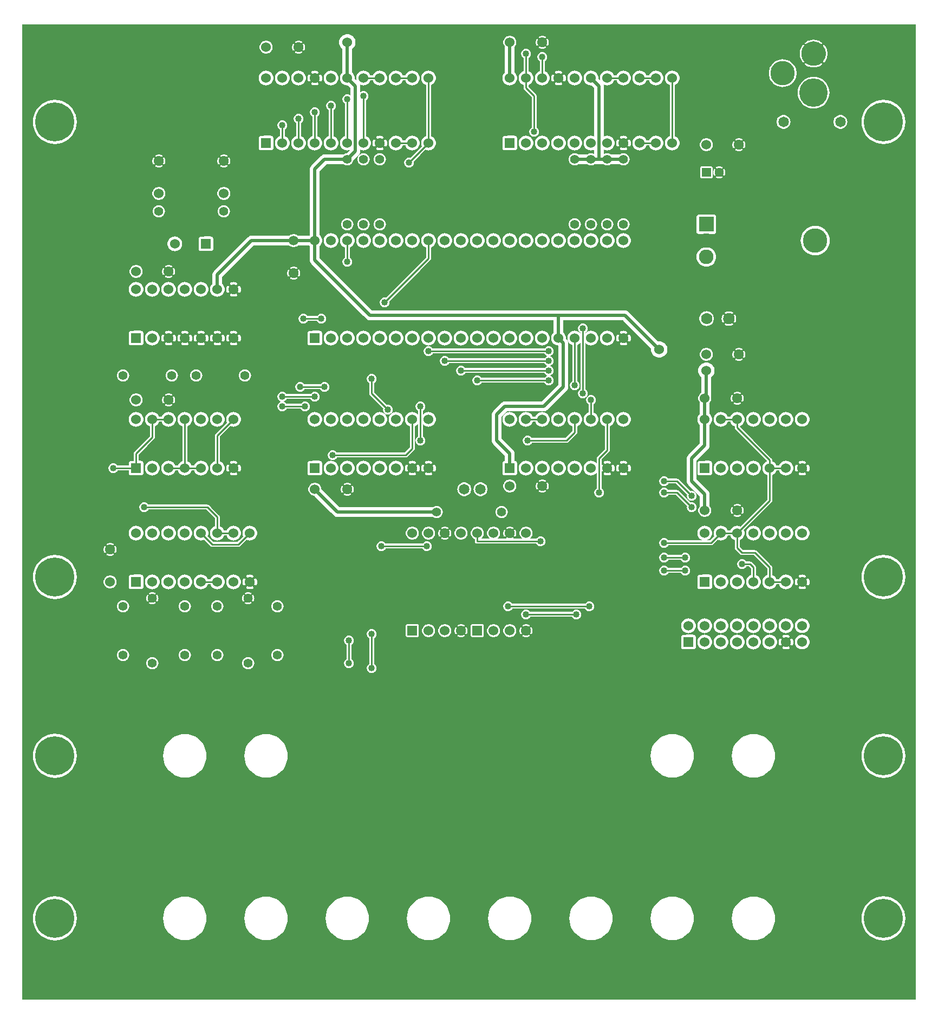
<source format=gbr>
G04 start of page 3 for group 1 idx 3 *
G04 Title: (unknown), bottom *
G04 Creator: pcb 20140316 *
G04 CreationDate: Fri 21 Oct 2016 04:41:03 PM GMT UTC *
G04 For: atommann *
G04 Format: Gerber/RS-274X *
G04 PCB-Dimensions (mil): 8000.00 8000.00 *
G04 PCB-Coordinate-Origin: lower left *
%MOIN*%
%FSLAX25Y25*%
%LNBOTTOM*%
%ADD59C,0.0320*%
%ADD58C,0.2370*%
%ADD57C,0.0380*%
%ADD56C,0.1200*%
%ADD55C,0.1100*%
%ADD54C,0.1250*%
%ADD53C,0.1300*%
%ADD52C,0.0280*%
%ADD51C,0.0310*%
%ADD50C,0.0290*%
%ADD49C,0.0350*%
%ADD48C,0.0400*%
%ADD47C,0.2400*%
%ADD46C,0.1750*%
%ADD45C,0.1500*%
%ADD44C,0.0700*%
%ADD43C,0.0900*%
%ADD42C,0.0600*%
%ADD41C,0.0550*%
%ADD40C,0.0650*%
%ADD39C,0.0200*%
%ADD38C,0.0100*%
%ADD37C,0.0001*%
G54D37*G36*
X629979Y341000D02*X650000D01*
Y140000D01*
X629979D01*
Y176460D01*
X630000Y176458D01*
X632118Y176625D01*
X634185Y177121D01*
X636148Y177934D01*
X637960Y179045D01*
X639575Y180425D01*
X640955Y182040D01*
X642066Y183852D01*
X642879Y185815D01*
X643375Y187882D01*
X643500Y190000D01*
X643375Y192118D01*
X642879Y194185D01*
X642066Y196148D01*
X640955Y197960D01*
X639575Y199575D01*
X637960Y200955D01*
X636148Y202066D01*
X634185Y202879D01*
X632118Y203375D01*
X630000Y203542D01*
X629979Y203540D01*
Y276460D01*
X630000Y276458D01*
X632118Y276625D01*
X634185Y277121D01*
X636148Y277934D01*
X637960Y279045D01*
X639575Y280425D01*
X640955Y282040D01*
X642066Y283852D01*
X642879Y285815D01*
X643375Y287882D01*
X643500Y290000D01*
X643375Y292118D01*
X642879Y294185D01*
X642066Y296148D01*
X640955Y297960D01*
X639575Y299575D01*
X637960Y300955D01*
X636148Y302066D01*
X634185Y302879D01*
X632118Y303375D01*
X630000Y303542D01*
X629979Y303540D01*
Y341000D01*
G37*
G36*
X549979D02*X629979D01*
Y303540D01*
X627882Y303375D01*
X625815Y302879D01*
X623852Y302066D01*
X622040Y300955D01*
X620425Y299575D01*
X619045Y297960D01*
X617934Y296148D01*
X617121Y294185D01*
X616625Y292118D01*
X616458Y290000D01*
X616625Y287882D01*
X617121Y285815D01*
X617934Y283852D01*
X619045Y282040D01*
X620425Y280425D01*
X622040Y279045D01*
X623852Y277934D01*
X625815Y277121D01*
X627882Y276625D01*
X629979Y276460D01*
Y203540D01*
X627882Y203375D01*
X625815Y202879D01*
X623852Y202066D01*
X622040Y200955D01*
X620425Y199575D01*
X619045Y197960D01*
X617934Y196148D01*
X617121Y194185D01*
X616625Y192118D01*
X616458Y190000D01*
X616625Y187882D01*
X617121Y185815D01*
X617934Y183852D01*
X619045Y182040D01*
X620425Y180425D01*
X622040Y179045D01*
X623852Y177934D01*
X625815Y177121D01*
X627882Y176625D01*
X629979Y176460D01*
Y140000D01*
X549979D01*
Y176610D01*
X550000Y176609D01*
X552095Y176774D01*
X554138Y177264D01*
X556079Y178068D01*
X557871Y179166D01*
X559469Y180531D01*
X560834Y182129D01*
X561932Y183921D01*
X562736Y185862D01*
X563226Y187905D01*
X563350Y190000D01*
X563226Y192095D01*
X562736Y194138D01*
X561932Y196079D01*
X560834Y197871D01*
X559469Y199469D01*
X557871Y200834D01*
X556079Y201932D01*
X554138Y202736D01*
X552095Y203226D01*
X550000Y203391D01*
X549979Y203390D01*
Y276610D01*
X550000Y276609D01*
X552095Y276774D01*
X554138Y277264D01*
X556079Y278068D01*
X557871Y279166D01*
X559469Y280531D01*
X560834Y282129D01*
X561932Y283921D01*
X562736Y285862D01*
X563226Y287905D01*
X563350Y290000D01*
X563226Y292095D01*
X562736Y294138D01*
X561932Y296079D01*
X560834Y297871D01*
X559469Y299469D01*
X557871Y300834D01*
X556079Y301932D01*
X554138Y302736D01*
X552095Y303226D01*
X550000Y303391D01*
X549979Y303390D01*
Y341000D01*
G37*
G36*
X499979D02*X549979D01*
Y303390D01*
X547905Y303226D01*
X545862Y302736D01*
X543921Y301932D01*
X542129Y300834D01*
X540531Y299469D01*
X539166Y297871D01*
X538068Y296079D01*
X537264Y294138D01*
X536774Y292095D01*
X536609Y290000D01*
X536774Y287905D01*
X537264Y285862D01*
X538068Y283921D01*
X539166Y282129D01*
X540531Y280531D01*
X542129Y279166D01*
X543921Y278068D01*
X545862Y277264D01*
X547905Y276774D01*
X549979Y276610D01*
Y203390D01*
X547905Y203226D01*
X545862Y202736D01*
X543921Y201932D01*
X542129Y200834D01*
X540531Y199469D01*
X539166Y197871D01*
X538068Y196079D01*
X537264Y194138D01*
X536774Y192095D01*
X536609Y190000D01*
X536774Y187905D01*
X537264Y185862D01*
X538068Y183921D01*
X539166Y182129D01*
X540531Y180531D01*
X542129Y179166D01*
X543921Y178068D01*
X545862Y177264D01*
X547905Y176774D01*
X549979Y176610D01*
Y140000D01*
X499979D01*
Y176610D01*
X500000Y176609D01*
X502095Y176774D01*
X504138Y177264D01*
X506079Y178068D01*
X507871Y179166D01*
X509469Y180531D01*
X510834Y182129D01*
X511932Y183921D01*
X512736Y185862D01*
X513226Y187905D01*
X513350Y190000D01*
X513226Y192095D01*
X512736Y194138D01*
X511932Y196079D01*
X510834Y197871D01*
X509469Y199469D01*
X507871Y200834D01*
X506079Y201932D01*
X504138Y202736D01*
X502095Y203226D01*
X500000Y203391D01*
X499979Y203390D01*
Y276610D01*
X500000Y276609D01*
X502095Y276774D01*
X504138Y277264D01*
X506079Y278068D01*
X507871Y279166D01*
X509469Y280531D01*
X510834Y282129D01*
X511932Y283921D01*
X512736Y285862D01*
X513226Y287905D01*
X513350Y290000D01*
X513226Y292095D01*
X512736Y294138D01*
X511932Y296079D01*
X510834Y297871D01*
X509469Y299469D01*
X507871Y300834D01*
X506079Y301932D01*
X504138Y302736D01*
X502095Y303226D01*
X500000Y303391D01*
X499979Y303390D01*
Y341000D01*
G37*
G36*
X449979D02*X499979D01*
Y303390D01*
X497905Y303226D01*
X495862Y302736D01*
X493921Y301932D01*
X492129Y300834D01*
X490531Y299469D01*
X489166Y297871D01*
X488068Y296079D01*
X487264Y294138D01*
X486774Y292095D01*
X486609Y290000D01*
X486774Y287905D01*
X487264Y285862D01*
X488068Y283921D01*
X489166Y282129D01*
X490531Y280531D01*
X492129Y279166D01*
X493921Y278068D01*
X495862Y277264D01*
X497905Y276774D01*
X499979Y276610D01*
Y203390D01*
X497905Y203226D01*
X495862Y202736D01*
X493921Y201932D01*
X492129Y200834D01*
X490531Y199469D01*
X489166Y197871D01*
X488068Y196079D01*
X487264Y194138D01*
X486774Y192095D01*
X486609Y190000D01*
X486774Y187905D01*
X487264Y185862D01*
X488068Y183921D01*
X489166Y182129D01*
X490531Y180531D01*
X492129Y179166D01*
X493921Y178068D01*
X495862Y177264D01*
X497905Y176774D01*
X499979Y176610D01*
Y140000D01*
X449979D01*
Y176610D01*
X450000Y176609D01*
X452095Y176774D01*
X454138Y177264D01*
X456079Y178068D01*
X457871Y179166D01*
X459469Y180531D01*
X460834Y182129D01*
X461932Y183921D01*
X462736Y185862D01*
X463226Y187905D01*
X463350Y190000D01*
X463226Y192095D01*
X462736Y194138D01*
X461932Y196079D01*
X460834Y197871D01*
X459469Y199469D01*
X457871Y200834D01*
X456079Y201932D01*
X454138Y202736D01*
X452095Y203226D01*
X450000Y203391D01*
X449979Y203390D01*
Y341000D01*
G37*
G36*
X399979D02*X449979D01*
Y203390D01*
X447905Y203226D01*
X445862Y202736D01*
X443921Y201932D01*
X442129Y200834D01*
X440531Y199469D01*
X439166Y197871D01*
X438068Y196079D01*
X437264Y194138D01*
X436774Y192095D01*
X436609Y190000D01*
X436774Y187905D01*
X437264Y185862D01*
X438068Y183921D01*
X439166Y182129D01*
X440531Y180531D01*
X442129Y179166D01*
X443921Y178068D01*
X445862Y177264D01*
X447905Y176774D01*
X449979Y176610D01*
Y140000D01*
X399979D01*
Y176610D01*
X400000Y176609D01*
X402095Y176774D01*
X404138Y177264D01*
X406079Y178068D01*
X407871Y179166D01*
X409469Y180531D01*
X410834Y182129D01*
X411932Y183921D01*
X412736Y185862D01*
X413226Y187905D01*
X413350Y190000D01*
X413226Y192095D01*
X412736Y194138D01*
X411932Y196079D01*
X410834Y197871D01*
X409469Y199469D01*
X407871Y200834D01*
X406079Y201932D01*
X404138Y202736D01*
X402095Y203226D01*
X400000Y203391D01*
X399979Y203390D01*
Y341000D01*
G37*
G36*
X349979D02*X399979D01*
Y203390D01*
X397905Y203226D01*
X395862Y202736D01*
X393921Y201932D01*
X392129Y200834D01*
X390531Y199469D01*
X389166Y197871D01*
X388068Y196079D01*
X387264Y194138D01*
X386774Y192095D01*
X386609Y190000D01*
X386774Y187905D01*
X387264Y185862D01*
X388068Y183921D01*
X389166Y182129D01*
X390531Y180531D01*
X392129Y179166D01*
X393921Y178068D01*
X395862Y177264D01*
X397905Y176774D01*
X399979Y176610D01*
Y140000D01*
X349979D01*
Y176610D01*
X350000Y176609D01*
X352095Y176774D01*
X354138Y177264D01*
X356079Y178068D01*
X357871Y179166D01*
X359469Y180531D01*
X360834Y182129D01*
X361932Y183921D01*
X362736Y185862D01*
X363226Y187905D01*
X363350Y190000D01*
X363226Y192095D01*
X362736Y194138D01*
X361932Y196079D01*
X360834Y197871D01*
X359469Y199469D01*
X357871Y200834D01*
X356079Y201932D01*
X354138Y202736D01*
X352095Y203226D01*
X350000Y203391D01*
X349979Y203390D01*
Y341000D01*
G37*
G36*
X299979D02*X314882D01*
X315000Y340991D01*
X315118Y341000D01*
X349979D01*
Y203390D01*
X347905Y203226D01*
X345862Y202736D01*
X343921Y201932D01*
X342129Y200834D01*
X340531Y199469D01*
X339166Y197871D01*
X338068Y196079D01*
X337264Y194138D01*
X336774Y192095D01*
X336609Y190000D01*
X336774Y187905D01*
X337264Y185862D01*
X338068Y183921D01*
X339166Y182129D01*
X340531Y180531D01*
X342129Y179166D01*
X343921Y178068D01*
X345862Y177264D01*
X347905Y176774D01*
X349979Y176610D01*
Y140000D01*
X299979D01*
Y176610D01*
X300000Y176609D01*
X302095Y176774D01*
X304138Y177264D01*
X306079Y178068D01*
X307871Y179166D01*
X309469Y180531D01*
X310834Y182129D01*
X311932Y183921D01*
X312736Y185862D01*
X313226Y187905D01*
X313350Y190000D01*
X313226Y192095D01*
X312736Y194138D01*
X311932Y196079D01*
X310834Y197871D01*
X309469Y199469D01*
X307871Y200834D01*
X306079Y201932D01*
X304138Y202736D01*
X302095Y203226D01*
X300000Y203391D01*
X299979Y203390D01*
Y341000D01*
G37*
G36*
X249979D02*X299979D01*
Y203390D01*
X297905Y203226D01*
X295862Y202736D01*
X293921Y201932D01*
X292129Y200834D01*
X290531Y199469D01*
X289166Y197871D01*
X288068Y196079D01*
X287264Y194138D01*
X286774Y192095D01*
X286609Y190000D01*
X286774Y187905D01*
X287264Y185862D01*
X288068Y183921D01*
X289166Y182129D01*
X290531Y180531D01*
X292129Y179166D01*
X293921Y178068D01*
X295862Y177264D01*
X297905Y176774D01*
X299979Y176610D01*
Y140000D01*
X249979D01*
Y176610D01*
X250000Y176609D01*
X252095Y176774D01*
X254138Y177264D01*
X256079Y178068D01*
X257871Y179166D01*
X259469Y180531D01*
X260834Y182129D01*
X261932Y183921D01*
X262736Y185862D01*
X263226Y187905D01*
X263350Y190000D01*
X263226Y192095D01*
X262736Y194138D01*
X261932Y196079D01*
X260834Y197871D01*
X259469Y199469D01*
X257871Y200834D01*
X256079Y201932D01*
X254138Y202736D01*
X252095Y203226D01*
X250000Y203391D01*
X249979Y203390D01*
Y276610D01*
X250000Y276609D01*
X252095Y276774D01*
X254138Y277264D01*
X256079Y278068D01*
X257871Y279166D01*
X259469Y280531D01*
X260834Y282129D01*
X261932Y283921D01*
X262736Y285862D01*
X263226Y287905D01*
X263350Y290000D01*
X263226Y292095D01*
X262736Y294138D01*
X261932Y296079D01*
X260834Y297871D01*
X259469Y299469D01*
X257871Y300834D01*
X256079Y301932D01*
X254138Y302736D01*
X252095Y303226D01*
X250000Y303391D01*
X249979Y303390D01*
Y341000D01*
G37*
G36*
X199979D02*X249979D01*
Y303390D01*
X247905Y303226D01*
X245862Y302736D01*
X243921Y301932D01*
X242129Y300834D01*
X240531Y299469D01*
X239166Y297871D01*
X238068Y296079D01*
X237264Y294138D01*
X236774Y292095D01*
X236609Y290000D01*
X236774Y287905D01*
X237264Y285862D01*
X238068Y283921D01*
X239166Y282129D01*
X240531Y280531D01*
X242129Y279166D01*
X243921Y278068D01*
X245862Y277264D01*
X247905Y276774D01*
X249979Y276610D01*
Y203390D01*
X247905Y203226D01*
X245862Y202736D01*
X243921Y201932D01*
X242129Y200834D01*
X240531Y199469D01*
X239166Y197871D01*
X238068Y196079D01*
X237264Y194138D01*
X236774Y192095D01*
X236609Y190000D01*
X236774Y187905D01*
X237264Y185862D01*
X238068Y183921D01*
X239166Y182129D01*
X240531Y180531D01*
X242129Y179166D01*
X243921Y178068D01*
X245862Y177264D01*
X247905Y176774D01*
X249979Y176610D01*
Y140000D01*
X199979D01*
Y176610D01*
X200000Y176609D01*
X202095Y176774D01*
X204138Y177264D01*
X206079Y178068D01*
X207871Y179166D01*
X209469Y180531D01*
X210834Y182129D01*
X211932Y183921D01*
X212736Y185862D01*
X213226Y187905D01*
X213350Y190000D01*
X213226Y192095D01*
X212736Y194138D01*
X211932Y196079D01*
X210834Y197871D01*
X209469Y199469D01*
X207871Y200834D01*
X206079Y201932D01*
X204138Y202736D01*
X202095Y203226D01*
X200000Y203391D01*
X199979Y203390D01*
Y276610D01*
X200000Y276609D01*
X202095Y276774D01*
X204138Y277264D01*
X206079Y278068D01*
X207871Y279166D01*
X209469Y280531D01*
X210834Y282129D01*
X211932Y283921D01*
X212736Y285862D01*
X213226Y287905D01*
X213350Y290000D01*
X213226Y292095D01*
X212736Y294138D01*
X211932Y296079D01*
X210834Y297871D01*
X209469Y299469D01*
X207871Y300834D01*
X206079Y301932D01*
X204138Y302736D01*
X202095Y303226D01*
X200000Y303391D01*
X199979Y303390D01*
Y341000D01*
G37*
G36*
X119979D02*X199979D01*
Y303390D01*
X197905Y303226D01*
X195862Y302736D01*
X193921Y301932D01*
X192129Y300834D01*
X190531Y299469D01*
X189166Y297871D01*
X188068Y296079D01*
X187264Y294138D01*
X186774Y292095D01*
X186609Y290000D01*
X186774Y287905D01*
X187264Y285862D01*
X188068Y283921D01*
X189166Y282129D01*
X190531Y280531D01*
X192129Y279166D01*
X193921Y278068D01*
X195862Y277264D01*
X197905Y276774D01*
X199979Y276610D01*
Y203390D01*
X197905Y203226D01*
X195862Y202736D01*
X193921Y201932D01*
X192129Y200834D01*
X190531Y199469D01*
X189166Y197871D01*
X188068Y196079D01*
X187264Y194138D01*
X186774Y192095D01*
X186609Y190000D01*
X186774Y187905D01*
X187264Y185862D01*
X188068Y183921D01*
X189166Y182129D01*
X190531Y180531D01*
X192129Y179166D01*
X193921Y178068D01*
X195862Y177264D01*
X197905Y176774D01*
X199979Y176610D01*
Y140000D01*
X119979D01*
Y176460D01*
X120000Y176458D01*
X122118Y176625D01*
X124185Y177121D01*
X126148Y177934D01*
X127960Y179045D01*
X129575Y180425D01*
X130955Y182040D01*
X132066Y183852D01*
X132879Y185815D01*
X133375Y187882D01*
X133500Y190000D01*
X133375Y192118D01*
X132879Y194185D01*
X132066Y196148D01*
X130955Y197960D01*
X129575Y199575D01*
X127960Y200955D01*
X126148Y202066D01*
X124185Y202879D01*
X122118Y203375D01*
X120000Y203542D01*
X119979Y203540D01*
Y276460D01*
X120000Y276458D01*
X122118Y276625D01*
X124185Y277121D01*
X126148Y277934D01*
X127960Y279045D01*
X129575Y280425D01*
X130955Y282040D01*
X132066Y283852D01*
X132879Y285815D01*
X133375Y287882D01*
X133500Y290000D01*
X133375Y292118D01*
X132879Y294185D01*
X132066Y296148D01*
X130955Y297960D01*
X129575Y299575D01*
X127960Y300955D01*
X126148Y302066D01*
X124185Y302879D01*
X122118Y303375D01*
X120000Y303542D01*
X119979Y303540D01*
Y341000D01*
G37*
G36*
X100000D02*X119979D01*
Y303540D01*
X117882Y303375D01*
X115815Y302879D01*
X113852Y302066D01*
X112040Y300955D01*
X110425Y299575D01*
X109045Y297960D01*
X107934Y296148D01*
X107121Y294185D01*
X106625Y292118D01*
X106458Y290000D01*
X106625Y287882D01*
X107121Y285815D01*
X107934Y283852D01*
X109045Y282040D01*
X110425Y280425D01*
X112040Y279045D01*
X113852Y277934D01*
X115815Y277121D01*
X117882Y276625D01*
X119979Y276460D01*
Y203540D01*
X117882Y203375D01*
X115815Y202879D01*
X113852Y202066D01*
X112040Y200955D01*
X110425Y199575D01*
X109045Y197960D01*
X107934Y196148D01*
X107121Y194185D01*
X106625Y192118D01*
X106458Y190000D01*
X106625Y187882D01*
X107121Y185815D01*
X107934Y183852D01*
X109045Y182040D01*
X110425Y180425D01*
X112040Y179045D01*
X113852Y177934D01*
X115815Y177121D01*
X117882Y176625D01*
X119979Y176460D01*
Y140000D01*
X100000D01*
Y341000D01*
G37*
G36*
X411743Y525500D02*X421401D01*
X421565Y525231D01*
X421872Y524872D01*
X422231Y524565D01*
X422634Y524319D01*
X423070Y524138D01*
X423529Y524028D01*
X423882Y524000D01*
X423529Y523972D01*
X423070Y523862D01*
X422634Y523681D01*
X422231Y523435D01*
X421872Y523128D01*
X421565Y522769D01*
X421401Y522500D01*
X411743D01*
Y525500D01*
G37*
G36*
Y531500D02*X421401D01*
X421565Y531231D01*
X421872Y530872D01*
X422231Y530565D01*
X422634Y530319D01*
X423070Y530138D01*
X423529Y530028D01*
X423882Y530000D01*
X423529Y529972D01*
X423070Y529862D01*
X422634Y529681D01*
X422231Y529435D01*
X421872Y529128D01*
X421565Y528769D01*
X421401Y528500D01*
X411743D01*
Y531500D01*
G37*
G36*
Y537500D02*X421401D01*
X421565Y537231D01*
X421872Y536872D01*
X422231Y536565D01*
X422634Y536319D01*
X423070Y536138D01*
X423529Y536028D01*
X423882Y536000D01*
X423529Y535972D01*
X423070Y535862D01*
X422634Y535681D01*
X422231Y535435D01*
X421872Y535128D01*
X421565Y534769D01*
X421401Y534500D01*
X411743D01*
Y537500D01*
G37*
G36*
X419993Y558000D02*X427000D01*
Y550356D01*
X426808Y550192D01*
X426348Y549653D01*
X425978Y549049D01*
X425707Y548395D01*
X425542Y547706D01*
X425486Y547000D01*
X425542Y546294D01*
X425707Y545605D01*
X425978Y544951D01*
X426348Y544347D01*
X426808Y543808D01*
X427347Y543348D01*
X427951Y542978D01*
X428605Y542707D01*
X429294Y542542D01*
X430000Y542486D01*
Y518243D01*
X419993Y508236D01*
Y519500D01*
X421401D01*
X421565Y519231D01*
X421872Y518872D01*
X422231Y518565D01*
X422634Y518319D01*
X423070Y518138D01*
X423529Y518028D01*
X424000Y517991D01*
X424471Y518028D01*
X424930Y518138D01*
X425366Y518319D01*
X425769Y518565D01*
X426128Y518872D01*
X426435Y519231D01*
X426681Y519634D01*
X426862Y520070D01*
X426972Y520529D01*
X427000Y521000D01*
X426972Y521471D01*
X426862Y521930D01*
X426681Y522366D01*
X426435Y522769D01*
X426128Y523128D01*
X425769Y523435D01*
X425366Y523681D01*
X424930Y523862D01*
X424471Y523972D01*
X424118Y524000D01*
X424471Y524028D01*
X424930Y524138D01*
X425366Y524319D01*
X425769Y524565D01*
X426128Y524872D01*
X426435Y525231D01*
X426681Y525634D01*
X426862Y526070D01*
X426972Y526529D01*
X427000Y527000D01*
X426972Y527471D01*
X426862Y527930D01*
X426681Y528366D01*
X426435Y528769D01*
X426128Y529128D01*
X425769Y529435D01*
X425366Y529681D01*
X424930Y529862D01*
X424471Y529972D01*
X424118Y530000D01*
X424471Y530028D01*
X424930Y530138D01*
X425366Y530319D01*
X425769Y530565D01*
X426128Y530872D01*
X426435Y531231D01*
X426681Y531634D01*
X426862Y532070D01*
X426972Y532529D01*
X427000Y533000D01*
X426972Y533471D01*
X426862Y533930D01*
X426681Y534366D01*
X426435Y534769D01*
X426128Y535128D01*
X425769Y535435D01*
X425366Y535681D01*
X424930Y535862D01*
X424471Y535972D01*
X424118Y536000D01*
X424471Y536028D01*
X424930Y536138D01*
X425366Y536319D01*
X425769Y536565D01*
X426128Y536872D01*
X426435Y537231D01*
X426681Y537634D01*
X426862Y538070D01*
X426972Y538529D01*
X427000Y539000D01*
X426972Y539471D01*
X426862Y539930D01*
X426681Y540366D01*
X426435Y540769D01*
X426128Y541128D01*
X425769Y541435D01*
X425366Y541681D01*
X424930Y541862D01*
X424471Y541972D01*
X424000Y542009D01*
X423529Y541972D01*
X423070Y541862D01*
X422634Y541681D01*
X422231Y541435D01*
X421872Y541128D01*
X421565Y540769D01*
X421401Y540500D01*
X419993D01*
Y542487D01*
X420000Y542486D01*
X420706Y542542D01*
X421395Y542707D01*
X422049Y542978D01*
X422653Y543348D01*
X423192Y543808D01*
X423652Y544347D01*
X424022Y544951D01*
X424293Y545605D01*
X424458Y546294D01*
X424500Y547000D01*
X424458Y547706D01*
X424293Y548395D01*
X424022Y549049D01*
X423652Y549653D01*
X423192Y550192D01*
X422653Y550652D01*
X422049Y551022D01*
X421395Y551293D01*
X420706Y551458D01*
X420000Y551514D01*
X419993Y551513D01*
Y558000D01*
G37*
G36*
Y508236D02*X419757Y508000D01*
X411743D01*
Y519500D01*
X419993D01*
Y508236D01*
G37*
G36*
X411743Y558000D02*X419993D01*
Y551513D01*
X419294Y551458D01*
X418605Y551293D01*
X417951Y551022D01*
X417347Y550652D01*
X416808Y550192D01*
X416348Y549653D01*
X415978Y549049D01*
X415707Y548395D01*
X415542Y547706D01*
X415486Y547000D01*
X415542Y546294D01*
X415707Y545605D01*
X415978Y544951D01*
X416348Y544347D01*
X416808Y543808D01*
X417347Y543348D01*
X417951Y542978D01*
X418605Y542707D01*
X419294Y542542D01*
X419993Y542487D01*
Y540500D01*
X411743D01*
Y542851D01*
X412049Y542978D01*
X412653Y543348D01*
X413192Y543808D01*
X413652Y544347D01*
X414022Y544951D01*
X414293Y545605D01*
X414458Y546294D01*
X414500Y547000D01*
X414458Y547706D01*
X414293Y548395D01*
X414022Y549049D01*
X413652Y549653D01*
X413192Y550192D01*
X412653Y550652D01*
X412049Y551022D01*
X411743Y551149D01*
Y558000D01*
G37*
G36*
X594155Y724245D02*X594319Y723638D01*
X594435Y722988D01*
X594493Y722330D01*
Y721670D01*
X594435Y721012D01*
X594319Y720362D01*
X594155Y719755D01*
Y724245D01*
G37*
G36*
X629979Y740000D02*X650000D01*
Y340000D01*
X629979D01*
Y386460D01*
X630000Y386458D01*
X632118Y386625D01*
X634185Y387121D01*
X636148Y387934D01*
X637960Y389045D01*
X639575Y390425D01*
X640955Y392040D01*
X642066Y393852D01*
X642879Y395815D01*
X643375Y397882D01*
X643500Y400000D01*
X643375Y402118D01*
X642879Y404185D01*
X642066Y406148D01*
X640955Y407960D01*
X639575Y409575D01*
X637960Y410955D01*
X636148Y412066D01*
X634185Y412879D01*
X632118Y413375D01*
X630000Y413542D01*
X629979Y413540D01*
Y666460D01*
X630000Y666458D01*
X632118Y666625D01*
X634185Y667121D01*
X636148Y667934D01*
X637960Y669045D01*
X639575Y670425D01*
X640955Y672040D01*
X642066Y673852D01*
X642879Y675815D01*
X643375Y677882D01*
X643500Y680000D01*
X643375Y682118D01*
X642879Y684185D01*
X642066Y686148D01*
X640955Y687960D01*
X639575Y689575D01*
X637960Y690955D01*
X636148Y692066D01*
X634185Y692879D01*
X632118Y693375D01*
X630000Y693542D01*
X629979Y693540D01*
Y740000D01*
G37*
G36*
X603493D02*X629979D01*
Y693540D01*
X627882Y693375D01*
X625815Y692879D01*
X623852Y692066D01*
X622040Y690955D01*
X620425Y689575D01*
X619045Y687960D01*
X617934Y686148D01*
X617121Y684185D01*
X616625Y682118D01*
X616458Y680000D01*
X616625Y677882D01*
X617121Y675815D01*
X617934Y673852D01*
X619045Y672040D01*
X620425Y670425D01*
X622040Y669045D01*
X623852Y667934D01*
X625815Y667121D01*
X627882Y666625D01*
X629979Y666460D01*
Y413540D01*
X627882Y413375D01*
X625815Y412879D01*
X623852Y412066D01*
X622040Y410955D01*
X620425Y409575D01*
X619045Y407960D01*
X617934Y406148D01*
X617121Y404185D01*
X616625Y402118D01*
X616458Y400000D01*
X616625Y397882D01*
X617121Y395815D01*
X617934Y393852D01*
X619045Y392040D01*
X620425Y390425D01*
X622040Y389045D01*
X623852Y387934D01*
X625815Y387121D01*
X627882Y386625D01*
X629979Y386460D01*
Y340000D01*
X603493D01*
Y675737D01*
X603500Y675737D01*
X604167Y675789D01*
X604817Y675946D01*
X605435Y676202D01*
X606006Y676551D01*
X606514Y676986D01*
X606949Y677494D01*
X607298Y678065D01*
X607554Y678683D01*
X607711Y679333D01*
X607750Y680000D01*
X607711Y680667D01*
X607554Y681317D01*
X607298Y681935D01*
X606949Y682506D01*
X606514Y683014D01*
X606006Y683449D01*
X605435Y683798D01*
X604817Y684054D01*
X604167Y684211D01*
X603500Y684263D01*
X603493Y684263D01*
Y740000D01*
G37*
G36*
X594155D02*X603493D01*
Y684263D01*
X602833Y684211D01*
X602183Y684054D01*
X601565Y683798D01*
X600994Y683449D01*
X600486Y683014D01*
X600051Y682506D01*
X599702Y681935D01*
X599446Y681317D01*
X599289Y680667D01*
X599237Y680000D01*
X599289Y679333D01*
X599446Y678683D01*
X599702Y678065D01*
X600051Y677494D01*
X600486Y676986D01*
X600994Y676551D01*
X601565Y676202D01*
X602183Y675946D01*
X602833Y675789D01*
X603493Y675737D01*
Y340000D01*
X594155D01*
Y600421D01*
X594384Y600616D01*
X595304Y601694D01*
X596044Y602901D01*
X596586Y604210D01*
X596917Y605588D01*
X597000Y607000D01*
X596917Y608412D01*
X596586Y609790D01*
X596044Y611099D01*
X595304Y612306D01*
X594384Y613384D01*
X594155Y613579D01*
Y691364D01*
X594912Y692251D01*
X595714Y693560D01*
X596301Y694978D01*
X596660Y696470D01*
X596750Y698000D01*
X596660Y699530D01*
X596301Y701022D01*
X595714Y702440D01*
X594912Y703749D01*
X594155Y704636D01*
Y717396D01*
X594530Y718039D01*
X594849Y718716D01*
X595107Y719419D01*
X595303Y720142D01*
X595434Y720880D01*
X595500Y721626D01*
Y722374D01*
X595434Y723121D01*
X595303Y723858D01*
X595107Y724581D01*
X594849Y725284D01*
X594530Y725961D01*
X594155Y726604D01*
Y740000D01*
G37*
G36*
Y613579D02*X593306Y614304D01*
X592099Y615044D01*
X590790Y615586D01*
X589412Y615917D01*
X588000Y616028D01*
X586985Y615948D01*
Y688221D01*
X587000Y688220D01*
X588530Y688340D01*
X590022Y688699D01*
X591440Y689286D01*
X592749Y690088D01*
X593916Y691084D01*
X594155Y691364D01*
Y613579D01*
G37*
G36*
Y340000D02*X586985D01*
Y598052D01*
X588000Y597972D01*
X589412Y598083D01*
X590790Y598414D01*
X592099Y598956D01*
X593306Y599696D01*
X594155Y600421D01*
Y340000D01*
G37*
G36*
X586985Y740000D02*X594155D01*
Y726604D01*
X594152Y726608D01*
X593719Y727219D01*
X593666Y727279D01*
X593604Y727328D01*
X593534Y727368D01*
X593460Y727396D01*
X593381Y727412D01*
X593302Y727416D01*
X593222Y727407D01*
X593145Y727386D01*
X593073Y727353D01*
X593006Y727309D01*
X592947Y727256D01*
X592897Y727193D01*
X592857Y727124D01*
X592829Y727049D01*
X592813Y726971D01*
X592809Y726891D01*
X592818Y726812D01*
X592839Y726735D01*
X592872Y726662D01*
X592917Y726596D01*
X593305Y726062D01*
X593638Y725492D01*
X593919Y724895D01*
X594147Y724275D01*
X594155Y724245D01*
Y719755D01*
X594147Y719725D01*
X593919Y719105D01*
X593638Y718508D01*
X593305Y717938D01*
X592923Y717399D01*
X592879Y717334D01*
X592846Y717263D01*
X592825Y717187D01*
X592817Y717109D01*
X592820Y717030D01*
X592836Y716953D01*
X592864Y716879D01*
X592903Y716811D01*
X592952Y716749D01*
X593010Y716696D01*
X593076Y716653D01*
X593148Y716621D01*
X593224Y716600D01*
X593302Y716591D01*
X593381Y716595D01*
X593458Y716611D01*
X593531Y716639D01*
X593600Y716678D01*
X593661Y716727D01*
X593713Y716786D01*
X594152Y717392D01*
X594155Y717396D01*
Y704636D01*
X593916Y704916D01*
X592749Y705912D01*
X591440Y706714D01*
X590022Y707301D01*
X588530Y707660D01*
X587000Y707780D01*
X586985Y707779D01*
Y713500D01*
X587374D01*
X588120Y713566D01*
X588858Y713697D01*
X589581Y713893D01*
X590284Y714151D01*
X590961Y714470D01*
X591608Y714848D01*
X592219Y715281D01*
X592279Y715334D01*
X592328Y715396D01*
X592368Y715466D01*
X592396Y715540D01*
X592412Y715619D01*
X592416Y715698D01*
X592407Y715778D01*
X592386Y715855D01*
X592353Y715927D01*
X592309Y715994D01*
X592256Y716053D01*
X592193Y716103D01*
X592124Y716143D01*
X592049Y716171D01*
X591971Y716187D01*
X591891Y716191D01*
X591812Y716182D01*
X591735Y716161D01*
X591662Y716128D01*
X591596Y716083D01*
X591062Y715695D01*
X590492Y715362D01*
X589895Y715081D01*
X589275Y714853D01*
X588638Y714681D01*
X587988Y714565D01*
X587330Y714507D01*
X586985D01*
Y729493D01*
X587330D01*
X587988Y729435D01*
X588638Y729319D01*
X589275Y729147D01*
X589895Y728919D01*
X590492Y728638D01*
X591062Y728305D01*
X591601Y727923D01*
X591666Y727879D01*
X591737Y727846D01*
X591813Y727825D01*
X591891Y727817D01*
X591970Y727820D01*
X592047Y727836D01*
X592121Y727864D01*
X592189Y727903D01*
X592251Y727952D01*
X592304Y728010D01*
X592347Y728076D01*
X592379Y728148D01*
X592400Y728224D01*
X592409Y728302D01*
X592405Y728381D01*
X592389Y728458D01*
X592361Y728531D01*
X592322Y728600D01*
X592273Y728661D01*
X592214Y728713D01*
X591608Y729152D01*
X590961Y729530D01*
X590284Y729849D01*
X589581Y730107D01*
X588858Y730303D01*
X588120Y730434D01*
X587374Y730500D01*
X586985D01*
Y740000D01*
G37*
G36*
X583613Y599133D02*X583901Y598956D01*
X585210Y598414D01*
X586588Y598083D01*
X586985Y598052D01*
Y340000D01*
X583613D01*
Y357302D01*
X583652Y357347D01*
X584022Y357951D01*
X584293Y358605D01*
X584458Y359294D01*
X584500Y360000D01*
X584458Y360706D01*
X584293Y361395D01*
X584022Y362049D01*
X583652Y362653D01*
X583613Y362698D01*
Y367302D01*
X583652Y367347D01*
X584022Y367951D01*
X584293Y368605D01*
X584458Y369294D01*
X584500Y370000D01*
X584458Y370706D01*
X584293Y371395D01*
X584022Y372049D01*
X583652Y372653D01*
X583613Y372698D01*
Y394853D01*
X583656Y394860D01*
X583768Y394897D01*
X583873Y394952D01*
X583968Y395022D01*
X584051Y395106D01*
X584119Y395202D01*
X584170Y395308D01*
X584318Y395716D01*
X584422Y396137D01*
X584484Y396567D01*
X584505Y397000D01*
X584484Y397433D01*
X584422Y397863D01*
X584318Y398284D01*
X584175Y398694D01*
X584122Y398800D01*
X584053Y398896D01*
X583970Y398981D01*
X583875Y399051D01*
X583769Y399106D01*
X583657Y399143D01*
X583613Y399151D01*
Y424302D01*
X583652Y424347D01*
X584022Y424951D01*
X584293Y425605D01*
X584458Y426294D01*
X584500Y427000D01*
X584458Y427706D01*
X584293Y428395D01*
X584022Y429049D01*
X583652Y429653D01*
X583613Y429698D01*
Y464853D01*
X583656Y464860D01*
X583768Y464897D01*
X583873Y464952D01*
X583968Y465022D01*
X584051Y465106D01*
X584119Y465202D01*
X584170Y465308D01*
X584318Y465716D01*
X584422Y466137D01*
X584484Y466567D01*
X584505Y467000D01*
X584484Y467433D01*
X584422Y467863D01*
X584318Y468284D01*
X584175Y468694D01*
X584122Y468800D01*
X584053Y468896D01*
X583970Y468981D01*
X583875Y469051D01*
X583769Y469106D01*
X583657Y469143D01*
X583613Y469151D01*
Y494302D01*
X583652Y494347D01*
X584022Y494951D01*
X584293Y495605D01*
X584458Y496294D01*
X584500Y497000D01*
X584458Y497706D01*
X584293Y498395D01*
X584022Y499049D01*
X583652Y499653D01*
X583613Y499698D01*
Y599133D01*
G37*
G36*
Y429698D02*X583192Y430192D01*
X582653Y430652D01*
X582049Y431022D01*
X581395Y431293D01*
X580706Y431458D01*
X580000Y431514D01*
X579845Y431502D01*
Y462502D01*
X580000Y462495D01*
X580433Y462516D01*
X580863Y462578D01*
X581284Y462682D01*
X581694Y462825D01*
X581800Y462878D01*
X581896Y462947D01*
X581981Y463030D01*
X582051Y463125D01*
X582106Y463231D01*
X582143Y463343D01*
X582163Y463460D01*
X582164Y463579D01*
X582146Y463696D01*
X582110Y463809D01*
X582057Y463915D01*
X581988Y464012D01*
X581905Y464096D01*
X581809Y464167D01*
X581704Y464221D01*
X581592Y464259D01*
X581475Y464278D01*
X581356Y464279D01*
X581239Y464261D01*
X581126Y464223D01*
X580855Y464124D01*
X580575Y464056D01*
X580289Y464014D01*
X580000Y464000D01*
X579845Y464007D01*
Y469993D01*
X580000Y470000D01*
X580289Y469986D01*
X580575Y469944D01*
X580855Y469876D01*
X581128Y469780D01*
X581239Y469742D01*
X581356Y469725D01*
X581474Y469725D01*
X581591Y469745D01*
X581703Y469782D01*
X581807Y469836D01*
X581902Y469906D01*
X581985Y469991D01*
X582054Y470087D01*
X582107Y470192D01*
X582143Y470305D01*
X582160Y470421D01*
X582159Y470539D01*
X582140Y470656D01*
X582103Y470768D01*
X582048Y470873D01*
X581978Y470968D01*
X581894Y471051D01*
X581798Y471119D01*
X581692Y471170D01*
X581284Y471318D01*
X580863Y471422D01*
X580433Y471484D01*
X580000Y471505D01*
X579845Y471498D01*
Y492498D01*
X580000Y492486D01*
X580706Y492542D01*
X581395Y492707D01*
X582049Y492978D01*
X582653Y493348D01*
X583192Y493808D01*
X583613Y494302D01*
Y469151D01*
X583540Y469163D01*
X583421Y469164D01*
X583304Y469146D01*
X583191Y469110D01*
X583085Y469057D01*
X582988Y468988D01*
X582904Y468905D01*
X582833Y468809D01*
X582779Y468704D01*
X582741Y468592D01*
X582722Y468475D01*
X582721Y468356D01*
X582739Y468239D01*
X582777Y468126D01*
X582876Y467855D01*
X582944Y467575D01*
X582986Y467289D01*
X583000Y467000D01*
X582986Y466711D01*
X582944Y466425D01*
X582876Y466145D01*
X582780Y465872D01*
X582742Y465761D01*
X582725Y465644D01*
X582725Y465526D01*
X582745Y465409D01*
X582782Y465297D01*
X582836Y465193D01*
X582906Y465098D01*
X582991Y465015D01*
X583087Y464946D01*
X583192Y464893D01*
X583305Y464857D01*
X583421Y464840D01*
X583539Y464841D01*
X583613Y464853D01*
Y429698D01*
G37*
G36*
Y372698D02*X583192Y373192D01*
X582653Y373652D01*
X582049Y374022D01*
X581395Y374293D01*
X580706Y374458D01*
X580000Y374514D01*
X579845Y374502D01*
Y392502D01*
X580000Y392495D01*
X580433Y392516D01*
X580863Y392578D01*
X581284Y392682D01*
X581694Y392825D01*
X581800Y392878D01*
X581896Y392947D01*
X581981Y393030D01*
X582051Y393125D01*
X582106Y393231D01*
X582143Y393343D01*
X582163Y393460D01*
X582164Y393579D01*
X582146Y393696D01*
X582110Y393809D01*
X582057Y393915D01*
X581988Y394012D01*
X581905Y394096D01*
X581809Y394167D01*
X581704Y394221D01*
X581592Y394259D01*
X581475Y394278D01*
X581356Y394279D01*
X581239Y394261D01*
X581126Y394223D01*
X580855Y394124D01*
X580575Y394056D01*
X580289Y394014D01*
X580000Y394000D01*
X579845Y394007D01*
Y399993D01*
X580000Y400000D01*
X580289Y399986D01*
X580575Y399944D01*
X580855Y399876D01*
X581128Y399780D01*
X581239Y399742D01*
X581356Y399725D01*
X581474Y399725D01*
X581591Y399745D01*
X581703Y399782D01*
X581807Y399836D01*
X581902Y399906D01*
X581985Y399991D01*
X582054Y400087D01*
X582107Y400192D01*
X582143Y400305D01*
X582160Y400421D01*
X582159Y400539D01*
X582140Y400656D01*
X582103Y400768D01*
X582048Y400873D01*
X581978Y400968D01*
X581894Y401051D01*
X581798Y401119D01*
X581692Y401170D01*
X581284Y401318D01*
X580863Y401422D01*
X580433Y401484D01*
X580000Y401505D01*
X579845Y401498D01*
Y422498D01*
X580000Y422486D01*
X580706Y422542D01*
X581395Y422707D01*
X582049Y422978D01*
X582653Y423348D01*
X583192Y423808D01*
X583613Y424302D01*
Y399151D01*
X583540Y399163D01*
X583421Y399164D01*
X583304Y399146D01*
X583191Y399110D01*
X583085Y399057D01*
X582988Y398988D01*
X582904Y398905D01*
X582833Y398809D01*
X582779Y398704D01*
X582741Y398592D01*
X582722Y398475D01*
X582721Y398356D01*
X582739Y398239D01*
X582777Y398126D01*
X582876Y397855D01*
X582944Y397575D01*
X582986Y397289D01*
X583000Y397000D01*
X582986Y396711D01*
X582944Y396425D01*
X582876Y396145D01*
X582780Y395872D01*
X582742Y395761D01*
X582725Y395644D01*
X582725Y395526D01*
X582745Y395409D01*
X582782Y395297D01*
X582836Y395193D01*
X582906Y395098D01*
X582991Y395015D01*
X583087Y394946D01*
X583192Y394893D01*
X583305Y394857D01*
X583421Y394840D01*
X583539Y394841D01*
X583613Y394853D01*
Y372698D01*
G37*
G36*
Y362698D02*X583192Y363192D01*
X582653Y363652D01*
X582049Y364022D01*
X581395Y364293D01*
X580706Y364458D01*
X580000Y364514D01*
X579845Y364502D01*
Y365498D01*
X580000Y365486D01*
X580706Y365542D01*
X581395Y365707D01*
X582049Y365978D01*
X582653Y366348D01*
X583192Y366808D01*
X583613Y367302D01*
Y362698D01*
G37*
G36*
Y340000D02*X579845D01*
Y355498D01*
X580000Y355486D01*
X580706Y355542D01*
X581395Y355707D01*
X582049Y355978D01*
X582653Y356348D01*
X583192Y356808D01*
X583613Y357302D01*
Y340000D01*
G37*
G36*
X579845Y603169D02*X579956Y602901D01*
X580696Y601694D01*
X581616Y600616D01*
X582694Y599696D01*
X583613Y599133D01*
Y499698D01*
X583192Y500192D01*
X582653Y500652D01*
X582049Y501022D01*
X581395Y501293D01*
X580706Y501458D01*
X580000Y501514D01*
X579845Y501502D01*
Y603169D01*
G37*
G36*
Y691364D02*X580084Y691084D01*
X581251Y690088D01*
X582560Y689286D01*
X583978Y688699D01*
X585470Y688340D01*
X586985Y688221D01*
Y615948D01*
X586588Y615917D01*
X585210Y615586D01*
X583901Y615044D01*
X582694Y614304D01*
X581616Y613384D01*
X580696Y612306D01*
X579956Y611099D01*
X579845Y610831D01*
Y691364D01*
G37*
G36*
Y740000D02*X586985D01*
Y730500D01*
X586626D01*
X585879Y730434D01*
X585142Y730303D01*
X584419Y730107D01*
X583716Y729849D01*
X583039Y729530D01*
X582392Y729152D01*
X581781Y728719D01*
X581721Y728666D01*
X581672Y728604D01*
X581632Y728534D01*
X581604Y728460D01*
X581588Y728381D01*
X581584Y728302D01*
X581593Y728222D01*
X581614Y728145D01*
X581647Y728073D01*
X581691Y728006D01*
X581744Y727947D01*
X581807Y727897D01*
X581876Y727857D01*
X581951Y727829D01*
X582029Y727813D01*
X582109Y727809D01*
X582188Y727818D01*
X582265Y727839D01*
X582338Y727872D01*
X582404Y727917D01*
X582938Y728305D01*
X583508Y728638D01*
X584105Y728919D01*
X584725Y729147D01*
X585362Y729319D01*
X586012Y729435D01*
X586670Y729493D01*
X586985D01*
Y714507D01*
X586670D01*
X586012Y714565D01*
X585362Y714681D01*
X584725Y714853D01*
X584105Y715081D01*
X583508Y715362D01*
X582938Y715695D01*
X582399Y716077D01*
X582334Y716121D01*
X582263Y716154D01*
X582187Y716175D01*
X582109Y716183D01*
X582030Y716180D01*
X581953Y716164D01*
X581879Y716136D01*
X581811Y716097D01*
X581749Y716048D01*
X581696Y715990D01*
X581653Y715924D01*
X581621Y715852D01*
X581600Y715776D01*
X581591Y715698D01*
X581595Y715619D01*
X581611Y715542D01*
X581639Y715469D01*
X581678Y715400D01*
X581727Y715339D01*
X581786Y715287D01*
X582392Y714848D01*
X583039Y714470D01*
X583716Y714151D01*
X584419Y713893D01*
X585142Y713697D01*
X585879Y713566D01*
X586626Y713500D01*
X586985D01*
Y707779D01*
X585470Y707660D01*
X583978Y707301D01*
X582560Y706714D01*
X581251Y705912D01*
X580084Y704916D01*
X579845Y704636D01*
Y717396D01*
X579848Y717392D01*
X580281Y716781D01*
X580334Y716721D01*
X580396Y716672D01*
X580466Y716632D01*
X580540Y716604D01*
X580619Y716588D01*
X580698Y716584D01*
X580778Y716593D01*
X580855Y716614D01*
X580927Y716647D01*
X580994Y716691D01*
X581053Y716744D01*
X581103Y716807D01*
X581143Y716876D01*
X581171Y716951D01*
X581187Y717029D01*
X581191Y717109D01*
X581182Y717188D01*
X581161Y717265D01*
X581128Y717338D01*
X581083Y717404D01*
X580695Y717938D01*
X580362Y718508D01*
X580081Y719105D01*
X579853Y719725D01*
X579845Y719755D01*
Y724245D01*
X579853Y724275D01*
X580081Y724895D01*
X580362Y725492D01*
X580695Y726062D01*
X581077Y726601D01*
X581121Y726666D01*
X581154Y726737D01*
X581175Y726813D01*
X581183Y726891D01*
X581180Y726970D01*
X581164Y727047D01*
X581136Y727121D01*
X581097Y727189D01*
X581048Y727251D01*
X580990Y727304D01*
X580924Y727347D01*
X580852Y727379D01*
X580776Y727400D01*
X580698Y727409D01*
X580619Y727405D01*
X580542Y727389D01*
X580469Y727361D01*
X580400Y727322D01*
X580339Y727273D01*
X580287Y727214D01*
X579848Y726608D01*
X579845Y726604D01*
Y740000D01*
G37*
G36*
Y719755D02*X579681Y720362D01*
X579565Y721012D01*
X579507Y721670D01*
Y722330D01*
X579565Y722988D01*
X579681Y723638D01*
X579845Y724245D01*
Y719755D01*
G37*
G36*
X576387Y357302D02*X576808Y356808D01*
X577347Y356348D01*
X577951Y355978D01*
X578605Y355707D01*
X579294Y355542D01*
X579845Y355498D01*
Y340000D01*
X576387D01*
Y357302D01*
G37*
G36*
Y367302D02*X576808Y366808D01*
X577347Y366348D01*
X577951Y365978D01*
X578605Y365707D01*
X579294Y365542D01*
X579845Y365498D01*
Y364502D01*
X579294Y364458D01*
X578605Y364293D01*
X577951Y364022D01*
X577347Y363652D01*
X576808Y363192D01*
X576387Y362698D01*
Y367302D01*
G37*
G36*
Y424302D02*X576808Y423808D01*
X577347Y423348D01*
X577951Y422978D01*
X578605Y422707D01*
X579294Y422542D01*
X579845Y422498D01*
Y401498D01*
X579567Y401484D01*
X579137Y401422D01*
X578716Y401318D01*
X578306Y401175D01*
X578200Y401122D01*
X578104Y401053D01*
X578019Y400970D01*
X577949Y400875D01*
X577894Y400769D01*
X577857Y400657D01*
X577837Y400540D01*
X577836Y400421D01*
X577854Y400304D01*
X577890Y400191D01*
X577943Y400085D01*
X578012Y399988D01*
X578095Y399904D01*
X578191Y399833D01*
X578296Y399779D01*
X578408Y399741D01*
X578525Y399722D01*
X578644Y399721D01*
X578761Y399739D01*
X578874Y399777D01*
X579145Y399876D01*
X579425Y399944D01*
X579711Y399986D01*
X579845Y399993D01*
Y394007D01*
X579711Y394014D01*
X579425Y394056D01*
X579145Y394124D01*
X578872Y394220D01*
X578761Y394258D01*
X578644Y394275D01*
X578526Y394275D01*
X578409Y394255D01*
X578297Y394218D01*
X578193Y394164D01*
X578098Y394094D01*
X578015Y394009D01*
X577946Y393913D01*
X577893Y393808D01*
X577857Y393695D01*
X577840Y393579D01*
X577841Y393461D01*
X577860Y393344D01*
X577897Y393232D01*
X577952Y393127D01*
X578022Y393032D01*
X578106Y392949D01*
X578202Y392881D01*
X578308Y392830D01*
X578716Y392682D01*
X579137Y392578D01*
X579567Y392516D01*
X579845Y392502D01*
Y374502D01*
X579294Y374458D01*
X578605Y374293D01*
X577951Y374022D01*
X577347Y373652D01*
X576808Y373192D01*
X576387Y372698D01*
Y394849D01*
X576460Y394837D01*
X576579Y394836D01*
X576696Y394854D01*
X576809Y394890D01*
X576915Y394943D01*
X577012Y395012D01*
X577096Y395095D01*
X577167Y395191D01*
X577221Y395296D01*
X577259Y395408D01*
X577278Y395525D01*
X577279Y395644D01*
X577261Y395761D01*
X577223Y395874D01*
X577124Y396145D01*
X577056Y396425D01*
X577014Y396711D01*
X577000Y397000D01*
X577014Y397289D01*
X577056Y397575D01*
X577124Y397855D01*
X577220Y398128D01*
X577258Y398239D01*
X577275Y398356D01*
X577275Y398474D01*
X577255Y398591D01*
X577218Y398703D01*
X577164Y398807D01*
X577094Y398902D01*
X577009Y398985D01*
X576913Y399054D01*
X576808Y399107D01*
X576695Y399143D01*
X576579Y399160D01*
X576461Y399159D01*
X576387Y399147D01*
Y424302D01*
G37*
G36*
Y494302D02*X576808Y493808D01*
X577347Y493348D01*
X577951Y492978D01*
X578605Y492707D01*
X579294Y492542D01*
X579845Y492498D01*
Y471498D01*
X579567Y471484D01*
X579137Y471422D01*
X578716Y471318D01*
X578306Y471175D01*
X578200Y471122D01*
X578104Y471053D01*
X578019Y470970D01*
X577949Y470875D01*
X577894Y470769D01*
X577857Y470657D01*
X577837Y470540D01*
X577836Y470421D01*
X577854Y470304D01*
X577890Y470191D01*
X577943Y470085D01*
X578012Y469988D01*
X578095Y469904D01*
X578191Y469833D01*
X578296Y469779D01*
X578408Y469741D01*
X578525Y469722D01*
X578644Y469721D01*
X578761Y469739D01*
X578874Y469777D01*
X579145Y469876D01*
X579425Y469944D01*
X579711Y469986D01*
X579845Y469993D01*
Y464007D01*
X579711Y464014D01*
X579425Y464056D01*
X579145Y464124D01*
X578872Y464220D01*
X578761Y464258D01*
X578644Y464275D01*
X578526Y464275D01*
X578409Y464255D01*
X578297Y464218D01*
X578193Y464164D01*
X578098Y464094D01*
X578015Y464009D01*
X577946Y463913D01*
X577893Y463808D01*
X577857Y463695D01*
X577840Y463579D01*
X577841Y463461D01*
X577860Y463344D01*
X577897Y463232D01*
X577952Y463127D01*
X578022Y463032D01*
X578106Y462949D01*
X578202Y462881D01*
X578308Y462830D01*
X578716Y462682D01*
X579137Y462578D01*
X579567Y462516D01*
X579845Y462502D01*
Y431502D01*
X579294Y431458D01*
X578605Y431293D01*
X577951Y431022D01*
X577347Y430652D01*
X576808Y430192D01*
X576387Y429698D01*
Y464849D01*
X576460Y464837D01*
X576579Y464836D01*
X576696Y464854D01*
X576809Y464890D01*
X576915Y464943D01*
X577012Y465012D01*
X577096Y465095D01*
X577167Y465191D01*
X577221Y465296D01*
X577259Y465408D01*
X577278Y465525D01*
X577279Y465644D01*
X577261Y465761D01*
X577223Y465874D01*
X577124Y466145D01*
X577056Y466425D01*
X577014Y466711D01*
X577000Y467000D01*
X577014Y467289D01*
X577056Y467575D01*
X577124Y467855D01*
X577220Y468128D01*
X577258Y468239D01*
X577275Y468356D01*
X577275Y468474D01*
X577255Y468591D01*
X577218Y468703D01*
X577164Y468807D01*
X577094Y468902D01*
X577009Y468985D01*
X576913Y469054D01*
X576808Y469107D01*
X576695Y469143D01*
X576579Y469160D01*
X576461Y469159D01*
X576387Y469147D01*
Y494302D01*
G37*
G36*
Y740000D02*X579845D01*
Y726604D01*
X579470Y725961D01*
X579151Y725284D01*
X578893Y724581D01*
X578697Y723858D01*
X578566Y723121D01*
X578500Y722374D01*
Y721626D01*
X578566Y720880D01*
X578697Y720142D01*
X578893Y719419D01*
X579151Y718716D01*
X579470Y718039D01*
X579845Y717396D01*
Y704636D01*
X579088Y703749D01*
X578286Y702440D01*
X577699Y701022D01*
X577340Y699530D01*
X577220Y698000D01*
X577340Y696470D01*
X577699Y694978D01*
X578286Y693560D01*
X579088Y692251D01*
X579845Y691364D01*
Y610831D01*
X579414Y609790D01*
X579083Y608412D01*
X578972Y607000D01*
X579083Y605588D01*
X579414Y604210D01*
X579845Y603169D01*
Y501502D01*
X579294Y501458D01*
X578605Y501293D01*
X577951Y501022D01*
X577347Y500652D01*
X576808Y500192D01*
X576387Y499698D01*
Y708523D01*
X576421Y708666D01*
X576500Y710000D01*
X576421Y711334D01*
X576387Y711477D01*
Y740000D01*
G37*
G36*
Y499698D02*X576348Y499653D01*
X575978Y499049D01*
X575707Y498395D01*
X575542Y497706D01*
X575486Y497000D01*
X575542Y496294D01*
X575707Y495605D01*
X575978Y494951D01*
X576348Y494347D01*
X576387Y494302D01*
Y469147D01*
X576344Y469140D01*
X576232Y469103D01*
X576127Y469048D01*
X576032Y468978D01*
X575949Y468894D01*
X575881Y468798D01*
X575830Y468692D01*
X575682Y468284D01*
X575578Y467863D01*
X575516Y467433D01*
X575495Y467000D01*
X575516Y466567D01*
X575578Y466137D01*
X575682Y465716D01*
X575825Y465306D01*
X575878Y465200D01*
X575947Y465104D01*
X576030Y465019D01*
X576125Y464949D01*
X576231Y464894D01*
X576343Y464857D01*
X576387Y464849D01*
Y429698D01*
X576348Y429653D01*
X575978Y429049D01*
X575707Y428395D01*
X575542Y427706D01*
X575486Y427000D01*
X575542Y426294D01*
X575707Y425605D01*
X575978Y424951D01*
X576348Y424347D01*
X576387Y424302D01*
Y399147D01*
X576344Y399140D01*
X576232Y399103D01*
X576127Y399048D01*
X576032Y398978D01*
X575949Y398894D01*
X575881Y398798D01*
X575830Y398692D01*
X575682Y398284D01*
X575578Y397863D01*
X575516Y397433D01*
X575495Y397000D01*
X575516Y396567D01*
X575578Y396137D01*
X575682Y395716D01*
X575825Y395306D01*
X575878Y395200D01*
X575947Y395104D01*
X576030Y395019D01*
X576125Y394949D01*
X576231Y394894D01*
X576343Y394857D01*
X576387Y394849D01*
Y372698D01*
X576348Y372653D01*
X575978Y372049D01*
X575707Y371395D01*
X575542Y370706D01*
X575486Y370000D01*
X575542Y369294D01*
X575707Y368605D01*
X575978Y367951D01*
X576348Y367347D01*
X576387Y367302D01*
Y362698D01*
X576348Y362653D01*
X575978Y362049D01*
X575707Y361395D01*
X575542Y360706D01*
X575486Y360000D01*
X575542Y359294D01*
X575707Y358605D01*
X575978Y357951D01*
X576348Y357347D01*
X576387Y357302D01*
Y340000D01*
X573613D01*
Y357853D01*
X573656Y357860D01*
X573768Y357897D01*
X573873Y357952D01*
X573968Y358022D01*
X574051Y358106D01*
X574119Y358202D01*
X574170Y358308D01*
X574318Y358716D01*
X574422Y359137D01*
X574484Y359567D01*
X574505Y360000D01*
X574484Y360433D01*
X574422Y360863D01*
X574318Y361284D01*
X574175Y361694D01*
X574122Y361800D01*
X574053Y361896D01*
X573970Y361981D01*
X573875Y362051D01*
X573769Y362106D01*
X573657Y362143D01*
X573613Y362151D01*
Y367302D01*
X573652Y367347D01*
X574022Y367951D01*
X574293Y368605D01*
X574458Y369294D01*
X574500Y370000D01*
X574458Y370706D01*
X574293Y371395D01*
X574022Y372049D01*
X573652Y372653D01*
X573613Y372698D01*
Y394302D01*
X573652Y394347D01*
X574022Y394951D01*
X574293Y395605D01*
X574458Y396294D01*
X574500Y397000D01*
X574458Y397706D01*
X574293Y398395D01*
X574022Y399049D01*
X573652Y399653D01*
X573613Y399698D01*
Y424302D01*
X573652Y424347D01*
X574022Y424951D01*
X574293Y425605D01*
X574458Y426294D01*
X574500Y427000D01*
X574458Y427706D01*
X574293Y428395D01*
X574022Y429049D01*
X573652Y429653D01*
X573613Y429698D01*
Y464302D01*
X573652Y464347D01*
X574022Y464951D01*
X574293Y465605D01*
X574458Y466294D01*
X574500Y467000D01*
X574458Y467706D01*
X574293Y468395D01*
X574022Y469049D01*
X573652Y469653D01*
X573613Y469698D01*
Y494302D01*
X573652Y494347D01*
X574022Y494951D01*
X574293Y495605D01*
X574458Y496294D01*
X574500Y497000D01*
X574458Y497706D01*
X574293Y498395D01*
X574022Y499049D01*
X573652Y499653D01*
X573613Y499698D01*
Y703616D01*
X574029Y703971D01*
X574898Y704988D01*
X575597Y706129D01*
X576109Y707365D01*
X576387Y708523D01*
Y499698D01*
G37*
G36*
X573613Y740000D02*X576387D01*
Y711477D01*
X576109Y712635D01*
X575597Y713871D01*
X574898Y715012D01*
X574029Y716029D01*
X573613Y716384D01*
Y740000D01*
G37*
G36*
Y499698D02*X573192Y500192D01*
X572653Y500652D01*
X572049Y501022D01*
X571395Y501293D01*
X570706Y501458D01*
X570000Y501514D01*
X569294Y501458D01*
X568605Y501293D01*
X568493Y501247D01*
Y675737D01*
X568500Y675737D01*
X569167Y675789D01*
X569817Y675946D01*
X570435Y676202D01*
X571006Y676551D01*
X571514Y676986D01*
X571949Y677494D01*
X572298Y678065D01*
X572554Y678683D01*
X572711Y679333D01*
X572750Y680000D01*
X572711Y680667D01*
X572554Y681317D01*
X572298Y681935D01*
X571949Y682506D01*
X571514Y683014D01*
X571006Y683449D01*
X570435Y683798D01*
X569817Y684054D01*
X569167Y684211D01*
X568500Y684263D01*
X568493Y684263D01*
Y701513D01*
X569334Y701579D01*
X570635Y701891D01*
X571871Y702403D01*
X573012Y703102D01*
X573613Y703616D01*
Y499698D01*
G37*
G36*
Y469698D02*X573192Y470192D01*
X572653Y470652D01*
X572049Y471022D01*
X571395Y471293D01*
X570706Y471458D01*
X570000Y471514D01*
X569294Y471458D01*
X568605Y471293D01*
X568493Y471247D01*
Y492753D01*
X568605Y492707D01*
X569294Y492542D01*
X570000Y492486D01*
X570706Y492542D01*
X571395Y492707D01*
X572049Y492978D01*
X572653Y493348D01*
X573192Y493808D01*
X573613Y494302D01*
Y469698D01*
G37*
G36*
Y429698D02*X573192Y430192D01*
X572653Y430652D01*
X572049Y431022D01*
X571395Y431293D01*
X570706Y431458D01*
X570000Y431514D01*
X569294Y431458D01*
X568605Y431293D01*
X568493Y431247D01*
Y462753D01*
X568605Y462707D01*
X569294Y462542D01*
X570000Y462486D01*
X570706Y462542D01*
X571395Y462707D01*
X572049Y462978D01*
X572653Y463348D01*
X573192Y463808D01*
X573613Y464302D01*
Y429698D01*
G37*
G36*
Y399698D02*X573192Y400192D01*
X572653Y400652D01*
X572049Y401022D01*
X571395Y401293D01*
X570706Y401458D01*
X570000Y401514D01*
X569294Y401458D01*
X568605Y401293D01*
X568493Y401247D01*
Y422753D01*
X568605Y422707D01*
X569294Y422542D01*
X570000Y422486D01*
X570706Y422542D01*
X571395Y422707D01*
X572049Y422978D01*
X572653Y423348D01*
X573192Y423808D01*
X573613Y424302D01*
Y399698D01*
G37*
G36*
Y372698D02*X573192Y373192D01*
X572653Y373652D01*
X572049Y374022D01*
X571395Y374293D01*
X570706Y374458D01*
X570000Y374514D01*
X569294Y374458D01*
X568605Y374293D01*
X568493Y374247D01*
Y392753D01*
X568605Y392707D01*
X569294Y392542D01*
X570000Y392486D01*
X570706Y392542D01*
X571395Y392707D01*
X572049Y392978D01*
X572653Y393348D01*
X573192Y393808D01*
X573613Y394302D01*
Y372698D01*
G37*
G36*
Y340000D02*X568493D01*
Y355763D01*
X568716Y355682D01*
X569137Y355578D01*
X569567Y355516D01*
X570000Y355495D01*
X570433Y355516D01*
X570863Y355578D01*
X571284Y355682D01*
X571694Y355825D01*
X571800Y355878D01*
X571896Y355947D01*
X571981Y356030D01*
X572051Y356125D01*
X572106Y356231D01*
X572143Y356343D01*
X572163Y356460D01*
X572164Y356579D01*
X572146Y356696D01*
X572110Y356809D01*
X572057Y356915D01*
X571988Y357012D01*
X571905Y357096D01*
X571809Y357167D01*
X571704Y357221D01*
X571592Y357259D01*
X571475Y357278D01*
X571356Y357279D01*
X571239Y357261D01*
X571126Y357223D01*
X570855Y357124D01*
X570575Y357056D01*
X570289Y357014D01*
X570000Y357000D01*
X569711Y357014D01*
X569425Y357056D01*
X569145Y357124D01*
X568872Y357220D01*
X568761Y357258D01*
X568644Y357275D01*
X568526Y357275D01*
X568493Y357269D01*
Y362727D01*
X568525Y362722D01*
X568644Y362721D01*
X568761Y362739D01*
X568874Y362777D01*
X569145Y362876D01*
X569425Y362944D01*
X569711Y362986D01*
X570000Y363000D01*
X570289Y362986D01*
X570575Y362944D01*
X570855Y362876D01*
X571128Y362780D01*
X571239Y362742D01*
X571356Y362725D01*
X571474Y362725D01*
X571591Y362745D01*
X571703Y362782D01*
X571807Y362836D01*
X571902Y362906D01*
X571985Y362991D01*
X572054Y363087D01*
X572107Y363192D01*
X572143Y363305D01*
X572160Y363421D01*
X572159Y363539D01*
X572140Y363656D01*
X572103Y363768D01*
X572048Y363873D01*
X571978Y363968D01*
X571894Y364051D01*
X571798Y364119D01*
X571692Y364170D01*
X571284Y364318D01*
X570863Y364422D01*
X570433Y364484D01*
X570000Y364505D01*
X569567Y364484D01*
X569137Y364422D01*
X568716Y364318D01*
X568493Y364240D01*
Y365753D01*
X568605Y365707D01*
X569294Y365542D01*
X570000Y365486D01*
X570706Y365542D01*
X571395Y365707D01*
X572049Y365978D01*
X572653Y366348D01*
X573192Y366808D01*
X573613Y367302D01*
Y362151D01*
X573540Y362163D01*
X573421Y362164D01*
X573304Y362146D01*
X573191Y362110D01*
X573085Y362057D01*
X572988Y361988D01*
X572904Y361905D01*
X572833Y361809D01*
X572779Y361704D01*
X572741Y361592D01*
X572722Y361475D01*
X572721Y361356D01*
X572739Y361239D01*
X572777Y361126D01*
X572876Y360855D01*
X572944Y360575D01*
X572986Y360289D01*
X573000Y360000D01*
X572986Y359711D01*
X572944Y359425D01*
X572876Y359145D01*
X572780Y358872D01*
X572742Y358761D01*
X572725Y358644D01*
X572725Y358526D01*
X572745Y358409D01*
X572782Y358297D01*
X572836Y358193D01*
X572906Y358098D01*
X572991Y358015D01*
X573087Y357946D01*
X573192Y357893D01*
X573305Y357857D01*
X573421Y357840D01*
X573539Y357841D01*
X573613Y357853D01*
Y340000D01*
G37*
G36*
X568493Y740000D02*X573613D01*
Y716384D01*
X573012Y716898D01*
X571871Y717597D01*
X570635Y718109D01*
X569334Y718421D01*
X568493Y718487D01*
Y740000D01*
G37*
G36*
Y401247D02*X567951Y401022D01*
X567347Y400652D01*
X566808Y400192D01*
X566348Y399653D01*
X565978Y399049D01*
X565751Y398500D01*
X564249D01*
X564022Y399049D01*
X563652Y399653D01*
X563192Y400192D01*
X562653Y400652D01*
X562049Y401022D01*
X561500Y401249D01*
Y405941D01*
X561505Y406000D01*
X561486Y406235D01*
X561431Y406465D01*
X561341Y406683D01*
X561217Y406884D01*
X561064Y407064D01*
X561019Y407102D01*
X559993Y408128D01*
Y422487D01*
X560000Y422486D01*
X560706Y422542D01*
X561395Y422707D01*
X562049Y422978D01*
X562653Y423348D01*
X563192Y423808D01*
X563652Y424347D01*
X564022Y424951D01*
X564293Y425605D01*
X564458Y426294D01*
X564500Y427000D01*
X564458Y427706D01*
X564293Y428395D01*
X564022Y429049D01*
X563652Y429653D01*
X563192Y430192D01*
X562653Y430652D01*
X562049Y431022D01*
X561395Y431293D01*
X560706Y431458D01*
X560000Y431514D01*
X559993Y431513D01*
Y444872D01*
X561019Y445898D01*
X561064Y445936D01*
X561217Y446115D01*
X561217Y446116D01*
X561341Y446317D01*
X561431Y446535D01*
X561486Y446765D01*
X561505Y447000D01*
X561500Y447059D01*
Y462751D01*
X562049Y462978D01*
X562653Y463348D01*
X563192Y463808D01*
X563652Y464347D01*
X564022Y464951D01*
X564249Y465500D01*
X565751D01*
X565978Y464951D01*
X566348Y464347D01*
X566808Y463808D01*
X567347Y463348D01*
X567951Y462978D01*
X568493Y462753D01*
Y431247D01*
X567951Y431022D01*
X567347Y430652D01*
X566808Y430192D01*
X566348Y429653D01*
X565978Y429049D01*
X565707Y428395D01*
X565542Y427706D01*
X565486Y427000D01*
X565542Y426294D01*
X565707Y425605D01*
X565978Y424951D01*
X566348Y424347D01*
X566808Y423808D01*
X567347Y423348D01*
X567951Y422978D01*
X568493Y422753D01*
Y401247D01*
G37*
G36*
X559993Y408128D02*X552102Y416019D01*
X552064Y416064D01*
X551884Y416217D01*
X551683Y416341D01*
X551465Y416431D01*
X551235Y416486D01*
X551000Y416505D01*
X550941Y416500D01*
X549993D01*
Y422487D01*
X550000Y422486D01*
X550706Y422542D01*
X551395Y422707D01*
X552049Y422978D01*
X552653Y423348D01*
X553192Y423808D01*
X553652Y424347D01*
X554022Y424951D01*
X554293Y425605D01*
X554458Y426294D01*
X554500Y427000D01*
X554458Y427706D01*
X554293Y428395D01*
X554022Y429049D01*
X553652Y429653D01*
X553192Y430192D01*
X552653Y430652D01*
X552049Y431022D01*
X551395Y431293D01*
X550706Y431458D01*
X550000Y431514D01*
X549993Y431513D01*
Y434872D01*
X559993Y444872D01*
Y431513D01*
X559294Y431458D01*
X558605Y431293D01*
X557951Y431022D01*
X557347Y430652D01*
X556808Y430192D01*
X556348Y429653D01*
X555978Y429049D01*
X555707Y428395D01*
X555542Y427706D01*
X555486Y427000D01*
X555542Y426294D01*
X555707Y425605D01*
X555978Y424951D01*
X556348Y424347D01*
X556808Y423808D01*
X557347Y423348D01*
X557951Y422978D01*
X558605Y422707D01*
X559294Y422542D01*
X559993Y422487D01*
Y408128D01*
G37*
G36*
X549993Y416500D02*X543621D01*
X541500Y418621D01*
Y422751D01*
X542049Y422978D01*
X542653Y423348D01*
X543192Y423808D01*
X543652Y424347D01*
X544022Y424951D01*
X544293Y425605D01*
X544458Y426294D01*
X544500Y427000D01*
X544458Y427706D01*
X544293Y428395D01*
X544065Y428944D01*
X549993Y434872D01*
Y431513D01*
X549294Y431458D01*
X548605Y431293D01*
X547951Y431022D01*
X547347Y430652D01*
X546808Y430192D01*
X546348Y429653D01*
X545978Y429049D01*
X545707Y428395D01*
X545542Y427706D01*
X545486Y427000D01*
X545542Y426294D01*
X545707Y425605D01*
X545978Y424951D01*
X546348Y424347D01*
X546808Y423808D01*
X547347Y423348D01*
X547951Y422978D01*
X548605Y422707D01*
X549294Y422542D01*
X549993Y422487D01*
Y416500D01*
G37*
G36*
X566387Y394302D02*X566808Y393808D01*
X567347Y393348D01*
X567951Y392978D01*
X568493Y392753D01*
Y374247D01*
X567951Y374022D01*
X567347Y373652D01*
X566808Y373192D01*
X566387Y372698D01*
Y394302D01*
G37*
G36*
X568493Y340000D02*X566387D01*
Y357849D01*
X566460Y357837D01*
X566579Y357836D01*
X566696Y357854D01*
X566809Y357890D01*
X566915Y357943D01*
X567012Y358012D01*
X567096Y358095D01*
X567167Y358191D01*
X567221Y358296D01*
X567259Y358408D01*
X567278Y358525D01*
X567279Y358644D01*
X567261Y358761D01*
X567223Y358874D01*
X567124Y359145D01*
X567056Y359425D01*
X567014Y359711D01*
X567000Y360000D01*
X567014Y360289D01*
X567056Y360575D01*
X567124Y360855D01*
X567220Y361128D01*
X567258Y361239D01*
X567275Y361356D01*
X567275Y361474D01*
X567255Y361591D01*
X567218Y361703D01*
X567164Y361807D01*
X567094Y361902D01*
X567009Y361985D01*
X566913Y362054D01*
X566808Y362107D01*
X566695Y362143D01*
X566579Y362160D01*
X566461Y362159D01*
X566387Y362147D01*
Y367302D01*
X566808Y366808D01*
X567347Y366348D01*
X567951Y365978D01*
X568493Y365753D01*
Y364240D01*
X568306Y364175D01*
X568200Y364122D01*
X568104Y364053D01*
X568019Y363970D01*
X567949Y363875D01*
X567894Y363769D01*
X567857Y363657D01*
X567837Y363540D01*
X567836Y363421D01*
X567854Y363304D01*
X567890Y363191D01*
X567943Y363085D01*
X568012Y362988D01*
X568095Y362904D01*
X568191Y362833D01*
X568296Y362779D01*
X568408Y362741D01*
X568493Y362727D01*
Y357269D01*
X568409Y357255D01*
X568297Y357218D01*
X568193Y357164D01*
X568098Y357094D01*
X568015Y357009D01*
X567946Y356913D01*
X567893Y356808D01*
X567857Y356695D01*
X567840Y356579D01*
X567841Y356461D01*
X567860Y356344D01*
X567897Y356232D01*
X567952Y356127D01*
X568022Y356032D01*
X568106Y355949D01*
X568202Y355881D01*
X568308Y355830D01*
X568493Y355763D01*
Y340000D01*
G37*
G36*
X566387D02*X559993D01*
Y355487D01*
X560000Y355486D01*
X560706Y355542D01*
X561395Y355707D01*
X562049Y355978D01*
X562653Y356348D01*
X563192Y356808D01*
X563652Y357347D01*
X564022Y357951D01*
X564293Y358605D01*
X564458Y359294D01*
X564500Y360000D01*
X564458Y360706D01*
X564293Y361395D01*
X564022Y362049D01*
X563652Y362653D01*
X563192Y363192D01*
X562653Y363652D01*
X562049Y364022D01*
X561395Y364293D01*
X560706Y364458D01*
X560000Y364514D01*
X559993Y364513D01*
Y365487D01*
X560000Y365486D01*
X560706Y365542D01*
X561395Y365707D01*
X562049Y365978D01*
X562653Y366348D01*
X563192Y366808D01*
X563652Y367347D01*
X564022Y367951D01*
X564293Y368605D01*
X564458Y369294D01*
X564500Y370000D01*
X564458Y370706D01*
X564293Y371395D01*
X564022Y372049D01*
X563652Y372653D01*
X563192Y373192D01*
X562653Y373652D01*
X562049Y374022D01*
X561395Y374293D01*
X560706Y374458D01*
X560000Y374514D01*
X559993Y374513D01*
Y392487D01*
X560000Y392486D01*
X560706Y392542D01*
X561395Y392707D01*
X562049Y392978D01*
X562653Y393348D01*
X563192Y393808D01*
X563652Y394347D01*
X564022Y394951D01*
X564249Y395500D01*
X565751D01*
X565978Y394951D01*
X566348Y394347D01*
X566387Y394302D01*
Y372698D01*
X566348Y372653D01*
X565978Y372049D01*
X565707Y371395D01*
X565542Y370706D01*
X565486Y370000D01*
X565542Y369294D01*
X565707Y368605D01*
X565978Y367951D01*
X566348Y367347D01*
X566387Y367302D01*
Y362147D01*
X566344Y362140D01*
X566232Y362103D01*
X566127Y362048D01*
X566032Y361978D01*
X565949Y361894D01*
X565881Y361798D01*
X565830Y361692D01*
X565682Y361284D01*
X565578Y360863D01*
X565516Y360433D01*
X565495Y360000D01*
X565516Y359567D01*
X565578Y359137D01*
X565682Y358716D01*
X565825Y358306D01*
X565878Y358200D01*
X565947Y358104D01*
X566030Y358019D01*
X566125Y357949D01*
X566231Y357894D01*
X566343Y357857D01*
X566387Y357849D01*
Y340000D01*
G37*
G36*
X547245Y406500D02*X547379D01*
X548500Y405379D01*
Y401249D01*
X547951Y401022D01*
X547347Y400652D01*
X547245Y400565D01*
Y406500D01*
G37*
G36*
X559993Y340000D02*X547245D01*
Y356435D01*
X547347Y356348D01*
X547951Y355978D01*
X548605Y355707D01*
X549294Y355542D01*
X550000Y355486D01*
X550706Y355542D01*
X551395Y355707D01*
X552049Y355978D01*
X552653Y356348D01*
X553192Y356808D01*
X553652Y357347D01*
X554022Y357951D01*
X554293Y358605D01*
X554458Y359294D01*
X554500Y360000D01*
X554458Y360706D01*
X554293Y361395D01*
X554022Y362049D01*
X553652Y362653D01*
X553192Y363192D01*
X552653Y363652D01*
X552049Y364022D01*
X551395Y364293D01*
X550706Y364458D01*
X550000Y364514D01*
X549294Y364458D01*
X548605Y364293D01*
X547951Y364022D01*
X547347Y363652D01*
X547245Y363565D01*
Y366435D01*
X547347Y366348D01*
X547951Y365978D01*
X548605Y365707D01*
X549294Y365542D01*
X550000Y365486D01*
X550706Y365542D01*
X551395Y365707D01*
X552049Y365978D01*
X552653Y366348D01*
X553192Y366808D01*
X553652Y367347D01*
X554022Y367951D01*
X554293Y368605D01*
X554458Y369294D01*
X554500Y370000D01*
X554458Y370706D01*
X554293Y371395D01*
X554022Y372049D01*
X553652Y372653D01*
X553192Y373192D01*
X552653Y373652D01*
X552049Y374022D01*
X551395Y374293D01*
X550706Y374458D01*
X550000Y374514D01*
X549294Y374458D01*
X548605Y374293D01*
X547951Y374022D01*
X547347Y373652D01*
X547245Y373565D01*
Y393435D01*
X547347Y393348D01*
X547951Y392978D01*
X548605Y392707D01*
X549294Y392542D01*
X550000Y392486D01*
X550706Y392542D01*
X551395Y392707D01*
X552049Y392978D01*
X552653Y393348D01*
X553192Y393808D01*
X553652Y394347D01*
X554022Y394951D01*
X554293Y395605D01*
X554458Y396294D01*
X554500Y397000D01*
X554458Y397706D01*
X554293Y398395D01*
X554022Y399049D01*
X553652Y399653D01*
X553192Y400192D01*
X552653Y400652D01*
X552049Y401022D01*
X551500Y401249D01*
Y405941D01*
X551505Y406000D01*
X551486Y406235D01*
X551431Y406465D01*
X551341Y406683D01*
X551217Y406884D01*
X551064Y407064D01*
X551019Y407102D01*
X549102Y409019D01*
X549064Y409064D01*
X548884Y409217D01*
X548683Y409341D01*
X548465Y409431D01*
X548235Y409486D01*
X548000Y409505D01*
X547941Y409500D01*
X547245D01*
Y413500D01*
X550379D01*
X558500Y405379D01*
Y401249D01*
X557951Y401022D01*
X557347Y400652D01*
X556808Y400192D01*
X556348Y399653D01*
X555978Y399049D01*
X555707Y398395D01*
X555542Y397706D01*
X555486Y397000D01*
X555542Y396294D01*
X555707Y395605D01*
X555978Y394951D01*
X556348Y394347D01*
X556808Y393808D01*
X557347Y393348D01*
X557951Y392978D01*
X558605Y392707D01*
X559294Y392542D01*
X559993Y392487D01*
Y374513D01*
X559294Y374458D01*
X558605Y374293D01*
X557951Y374022D01*
X557347Y373652D01*
X556808Y373192D01*
X556348Y372653D01*
X555978Y372049D01*
X555707Y371395D01*
X555542Y370706D01*
X555486Y370000D01*
X555542Y369294D01*
X555707Y368605D01*
X555978Y367951D01*
X556348Y367347D01*
X556808Y366808D01*
X557347Y366348D01*
X557951Y365978D01*
X558605Y365707D01*
X559294Y365542D01*
X559993Y365487D01*
Y364513D01*
X559294Y364458D01*
X558605Y364293D01*
X557951Y364022D01*
X557347Y363652D01*
X556808Y363192D01*
X556348Y362653D01*
X555978Y362049D01*
X555707Y361395D01*
X555542Y360706D01*
X555486Y360000D01*
X555542Y359294D01*
X555707Y358605D01*
X555978Y357951D01*
X556348Y357347D01*
X556808Y356808D01*
X557347Y356348D01*
X557951Y355978D01*
X558605Y355707D01*
X559294Y355542D01*
X559993Y355487D01*
Y340000D01*
G37*
G36*
X539993Y415886D02*X541898Y413981D01*
X541936Y413936D01*
X542116Y413783D01*
X542317Y413659D01*
X542535Y413569D01*
X542765Y413514D01*
X543000Y413495D01*
X543059Y413500D01*
X547245D01*
Y409500D01*
X545599D01*
X545435Y409769D01*
X545128Y410128D01*
X544769Y410435D01*
X544366Y410681D01*
X543930Y410862D01*
X543471Y410972D01*
X543000Y411009D01*
X542529Y410972D01*
X542070Y410862D01*
X541634Y410681D01*
X541231Y410435D01*
X540872Y410128D01*
X540565Y409769D01*
X540319Y409366D01*
X540138Y408930D01*
X540028Y408471D01*
X539993Y408029D01*
Y415886D01*
G37*
G36*
X547245Y340000D02*X539993D01*
Y355487D01*
X540000Y355486D01*
X540706Y355542D01*
X541395Y355707D01*
X542049Y355978D01*
X542653Y356348D01*
X543192Y356808D01*
X543652Y357347D01*
X544022Y357951D01*
X544293Y358605D01*
X544458Y359294D01*
X544500Y360000D01*
X544458Y360706D01*
X544293Y361395D01*
X544022Y362049D01*
X543652Y362653D01*
X543192Y363192D01*
X542653Y363652D01*
X542049Y364022D01*
X541395Y364293D01*
X540706Y364458D01*
X540000Y364514D01*
X539993Y364513D01*
Y365487D01*
X540000Y365486D01*
X540706Y365542D01*
X541395Y365707D01*
X542049Y365978D01*
X542653Y366348D01*
X543192Y366808D01*
X543652Y367347D01*
X544022Y367951D01*
X544293Y368605D01*
X544458Y369294D01*
X544500Y370000D01*
X544458Y370706D01*
X544293Y371395D01*
X544022Y372049D01*
X543652Y372653D01*
X543192Y373192D01*
X542653Y373652D01*
X542049Y374022D01*
X541395Y374293D01*
X540706Y374458D01*
X540000Y374514D01*
X539993Y374513D01*
Y392487D01*
X540000Y392486D01*
X540706Y392542D01*
X541395Y392707D01*
X542049Y392978D01*
X542653Y393348D01*
X543192Y393808D01*
X543652Y394347D01*
X544022Y394951D01*
X544293Y395605D01*
X544458Y396294D01*
X544500Y397000D01*
X544458Y397706D01*
X544293Y398395D01*
X544022Y399049D01*
X543652Y399653D01*
X543192Y400192D01*
X542653Y400652D01*
X542049Y401022D01*
X541395Y401293D01*
X540706Y401458D01*
X540000Y401514D01*
X539993Y401513D01*
Y407971D01*
X540028Y407529D01*
X540138Y407070D01*
X540319Y406634D01*
X540565Y406231D01*
X540872Y405872D01*
X541231Y405565D01*
X541634Y405319D01*
X542070Y405138D01*
X542529Y405028D01*
X543000Y404991D01*
X543471Y405028D01*
X543930Y405138D01*
X544366Y405319D01*
X544769Y405565D01*
X545128Y405872D01*
X545435Y406231D01*
X545599Y406500D01*
X547245D01*
Y400565D01*
X546808Y400192D01*
X546348Y399653D01*
X545978Y399049D01*
X545707Y398395D01*
X545542Y397706D01*
X545486Y397000D01*
X545542Y396294D01*
X545707Y395605D01*
X545978Y394951D01*
X546348Y394347D01*
X546808Y393808D01*
X547245Y393435D01*
Y373565D01*
X546808Y373192D01*
X546348Y372653D01*
X545978Y372049D01*
X545707Y371395D01*
X545542Y370706D01*
X545486Y370000D01*
X545542Y369294D01*
X545707Y368605D01*
X545978Y367951D01*
X546348Y367347D01*
X546808Y366808D01*
X547245Y366435D01*
Y363565D01*
X546808Y363192D01*
X546348Y362653D01*
X545978Y362049D01*
X545707Y361395D01*
X545542Y360706D01*
X545486Y360000D01*
X545542Y359294D01*
X545707Y358605D01*
X545978Y357951D01*
X546348Y357347D01*
X546808Y356808D01*
X547245Y356435D01*
Y340000D01*
G37*
G36*
X539993D02*X529993D01*
Y355487D01*
X530000Y355486D01*
X530706Y355542D01*
X531395Y355707D01*
X532049Y355978D01*
X532653Y356348D01*
X533192Y356808D01*
X533652Y357347D01*
X534022Y357951D01*
X534293Y358605D01*
X534458Y359294D01*
X534500Y360000D01*
X534458Y360706D01*
X534293Y361395D01*
X534022Y362049D01*
X533652Y362653D01*
X533192Y363192D01*
X532653Y363652D01*
X532049Y364022D01*
X531395Y364293D01*
X530706Y364458D01*
X530000Y364514D01*
X529993Y364513D01*
Y365487D01*
X530000Y365486D01*
X530706Y365542D01*
X531395Y365707D01*
X532049Y365978D01*
X532653Y366348D01*
X533192Y366808D01*
X533652Y367347D01*
X534022Y367951D01*
X534293Y368605D01*
X534458Y369294D01*
X534500Y370000D01*
X534458Y370706D01*
X534293Y371395D01*
X534022Y372049D01*
X533652Y372653D01*
X533192Y373192D01*
X532653Y373652D01*
X532049Y374022D01*
X531395Y374293D01*
X530706Y374458D01*
X530000Y374514D01*
X529993Y374513D01*
Y392487D01*
X530000Y392486D01*
X530706Y392542D01*
X531395Y392707D01*
X532049Y392978D01*
X532653Y393348D01*
X533192Y393808D01*
X533652Y394347D01*
X534022Y394951D01*
X534293Y395605D01*
X534458Y396294D01*
X534500Y397000D01*
X534458Y397706D01*
X534293Y398395D01*
X534022Y399049D01*
X533652Y399653D01*
X533192Y400192D01*
X532653Y400652D01*
X532049Y401022D01*
X531395Y401293D01*
X530706Y401458D01*
X530000Y401514D01*
X529993Y401513D01*
Y422487D01*
X530000Y422486D01*
X530706Y422542D01*
X531395Y422707D01*
X532049Y422978D01*
X532653Y423348D01*
X533192Y423808D01*
X533652Y424347D01*
X534022Y424951D01*
X534249Y425500D01*
X535751D01*
X535978Y424951D01*
X536348Y424347D01*
X536808Y423808D01*
X537347Y423348D01*
X537951Y422978D01*
X538500Y422751D01*
Y418059D01*
X538495Y418000D01*
X538514Y417765D01*
X538569Y417535D01*
X538659Y417317D01*
X538783Y417116D01*
X538936Y416936D01*
X538981Y416898D01*
X539993Y415886D01*
Y408029D01*
X539991Y408000D01*
X539993Y407971D01*
Y401513D01*
X539294Y401458D01*
X538605Y401293D01*
X537951Y401022D01*
X537347Y400652D01*
X536808Y400192D01*
X536348Y399653D01*
X535978Y399049D01*
X535707Y398395D01*
X535542Y397706D01*
X535486Y397000D01*
X535542Y396294D01*
X535707Y395605D01*
X535978Y394951D01*
X536348Y394347D01*
X536808Y393808D01*
X537347Y393348D01*
X537951Y392978D01*
X538605Y392707D01*
X539294Y392542D01*
X539993Y392487D01*
Y374513D01*
X539294Y374458D01*
X538605Y374293D01*
X537951Y374022D01*
X537347Y373652D01*
X536808Y373192D01*
X536348Y372653D01*
X535978Y372049D01*
X535707Y371395D01*
X535542Y370706D01*
X535486Y370000D01*
X535542Y369294D01*
X535707Y368605D01*
X535978Y367951D01*
X536348Y367347D01*
X536808Y366808D01*
X537347Y366348D01*
X537951Y365978D01*
X538605Y365707D01*
X539294Y365542D01*
X539993Y365487D01*
Y364513D01*
X539294Y364458D01*
X538605Y364293D01*
X537951Y364022D01*
X537347Y363652D01*
X536808Y363192D01*
X536348Y362653D01*
X535978Y362049D01*
X535707Y361395D01*
X535542Y360706D01*
X535486Y360000D01*
X535542Y359294D01*
X535707Y358605D01*
X535978Y357951D01*
X536348Y357347D01*
X536808Y356808D01*
X537347Y356348D01*
X537951Y355978D01*
X538605Y355707D01*
X539294Y355542D01*
X539993Y355487D01*
Y340000D01*
G37*
G36*
X529993D02*X519993D01*
Y355487D01*
X520000Y355486D01*
X520706Y355542D01*
X521395Y355707D01*
X522049Y355978D01*
X522653Y356348D01*
X523192Y356808D01*
X523652Y357347D01*
X524022Y357951D01*
X524293Y358605D01*
X524458Y359294D01*
X524500Y360000D01*
X524458Y360706D01*
X524293Y361395D01*
X524022Y362049D01*
X523652Y362653D01*
X523192Y363192D01*
X522653Y363652D01*
X522049Y364022D01*
X521395Y364293D01*
X520706Y364458D01*
X520000Y364514D01*
X519993Y364513D01*
Y365487D01*
X520000Y365486D01*
X520706Y365542D01*
X521395Y365707D01*
X522049Y365978D01*
X522653Y366348D01*
X523192Y366808D01*
X523652Y367347D01*
X524022Y367951D01*
X524293Y368605D01*
X524458Y369294D01*
X524500Y370000D01*
X524458Y370706D01*
X524293Y371395D01*
X524022Y372049D01*
X523652Y372653D01*
X523192Y373192D01*
X522653Y373652D01*
X522049Y374022D01*
X521395Y374293D01*
X520706Y374458D01*
X520000Y374514D01*
X519993Y374513D01*
Y392507D01*
X523235Y392514D01*
X523465Y392569D01*
X523683Y392659D01*
X523884Y392783D01*
X524064Y392936D01*
X524217Y393116D01*
X524341Y393317D01*
X524431Y393535D01*
X524486Y393765D01*
X524500Y394000D01*
X524486Y400235D01*
X524431Y400465D01*
X524341Y400683D01*
X524217Y400884D01*
X524064Y401064D01*
X523884Y401217D01*
X523683Y401341D01*
X523465Y401431D01*
X523235Y401486D01*
X523000Y401500D01*
X519993Y401493D01*
Y419500D01*
X523941D01*
X524000Y419495D01*
X524235Y419514D01*
X524235Y419514D01*
X524465Y419569D01*
X524683Y419659D01*
X524884Y419783D01*
X525064Y419936D01*
X525102Y419981D01*
X528056Y422935D01*
X528605Y422707D01*
X529294Y422542D01*
X529993Y422487D01*
Y401513D01*
X529294Y401458D01*
X528605Y401293D01*
X527951Y401022D01*
X527347Y400652D01*
X526808Y400192D01*
X526348Y399653D01*
X525978Y399049D01*
X525707Y398395D01*
X525542Y397706D01*
X525486Y397000D01*
X525542Y396294D01*
X525707Y395605D01*
X525978Y394951D01*
X526348Y394347D01*
X526808Y393808D01*
X527347Y393348D01*
X527951Y392978D01*
X528605Y392707D01*
X529294Y392542D01*
X529993Y392487D01*
Y374513D01*
X529294Y374458D01*
X528605Y374293D01*
X527951Y374022D01*
X527347Y373652D01*
X526808Y373192D01*
X526348Y372653D01*
X525978Y372049D01*
X525707Y371395D01*
X525542Y370706D01*
X525486Y370000D01*
X525542Y369294D01*
X525707Y368605D01*
X525978Y367951D01*
X526348Y367347D01*
X526808Y366808D01*
X527347Y366348D01*
X527951Y365978D01*
X528605Y365707D01*
X529294Y365542D01*
X529993Y365487D01*
Y364513D01*
X529294Y364458D01*
X528605Y364293D01*
X527951Y364022D01*
X527347Y363652D01*
X526808Y363192D01*
X526348Y362653D01*
X525978Y362049D01*
X525707Y361395D01*
X525542Y360706D01*
X525486Y360000D01*
X525542Y359294D01*
X525707Y358605D01*
X525978Y357951D01*
X526348Y357347D01*
X526808Y356808D01*
X527347Y356348D01*
X527951Y355978D01*
X528605Y355707D01*
X529294Y355542D01*
X529993Y355487D01*
Y340000D01*
G37*
G36*
X519993D02*X510000D01*
Y355507D01*
X513235Y355514D01*
X513465Y355569D01*
X513683Y355659D01*
X513884Y355783D01*
X514064Y355936D01*
X514217Y356116D01*
X514341Y356317D01*
X514431Y356535D01*
X514486Y356765D01*
X514500Y357000D01*
X514486Y363235D01*
X514431Y363465D01*
X514341Y363683D01*
X514217Y363884D01*
X514064Y364064D01*
X513884Y364217D01*
X513683Y364341D01*
X513465Y364431D01*
X513235Y364486D01*
X513000Y364500D01*
X510000Y364493D01*
Y365486D01*
X510706Y365542D01*
X511395Y365707D01*
X512049Y365978D01*
X512653Y366348D01*
X513192Y366808D01*
X513652Y367347D01*
X514022Y367951D01*
X514293Y368605D01*
X514458Y369294D01*
X514500Y370000D01*
X514458Y370706D01*
X514293Y371395D01*
X514022Y372049D01*
X513652Y372653D01*
X513192Y373192D01*
X512653Y373652D01*
X512049Y374022D01*
X511395Y374293D01*
X510706Y374458D01*
X510000Y374514D01*
Y401763D01*
X510128Y401872D01*
X510435Y402231D01*
X510681Y402634D01*
X510862Y403070D01*
X510972Y403529D01*
X511000Y404000D01*
X510972Y404471D01*
X510862Y404930D01*
X510681Y405366D01*
X510435Y405769D01*
X510128Y406128D01*
X510000Y406237D01*
Y409763D01*
X510128Y409872D01*
X510435Y410231D01*
X510681Y410634D01*
X510862Y411070D01*
X510972Y411529D01*
X511000Y412000D01*
X510972Y412471D01*
X510862Y412930D01*
X510681Y413366D01*
X510435Y413769D01*
X510128Y414128D01*
X510000Y414237D01*
Y419500D01*
X519993D01*
Y401493D01*
X516765Y401486D01*
X516535Y401431D01*
X516317Y401341D01*
X516116Y401217D01*
X515936Y401064D01*
X515783Y400884D01*
X515659Y400683D01*
X515569Y400465D01*
X515514Y400235D01*
X515500Y400000D01*
X515514Y393765D01*
X515569Y393535D01*
X515659Y393317D01*
X515783Y393116D01*
X515936Y392936D01*
X516116Y392783D01*
X516317Y392659D01*
X516535Y392569D01*
X516765Y392514D01*
X517000Y392500D01*
X519993Y392507D01*
Y374513D01*
X519294Y374458D01*
X518605Y374293D01*
X517951Y374022D01*
X517347Y373652D01*
X516808Y373192D01*
X516348Y372653D01*
X515978Y372049D01*
X515707Y371395D01*
X515542Y370706D01*
X515486Y370000D01*
X515542Y369294D01*
X515707Y368605D01*
X515978Y367951D01*
X516348Y367347D01*
X516808Y366808D01*
X517347Y366348D01*
X517951Y365978D01*
X518605Y365707D01*
X519294Y365542D01*
X519993Y365487D01*
Y364513D01*
X519294Y364458D01*
X518605Y364293D01*
X517951Y364022D01*
X517347Y363652D01*
X516808Y363192D01*
X516348Y362653D01*
X515978Y362049D01*
X515707Y361395D01*
X515542Y360706D01*
X515486Y360000D01*
X515542Y359294D01*
X515707Y358605D01*
X515978Y357951D01*
X516348Y357347D01*
X516808Y356808D01*
X517347Y356348D01*
X517951Y355978D01*
X518605Y355707D01*
X519294Y355542D01*
X519993Y355487D01*
Y340000D01*
G37*
G36*
X510000Y414237D02*X509769Y414435D01*
X509366Y414681D01*
X508930Y414862D01*
X508471Y414972D01*
X508000Y415009D01*
X507529Y414972D01*
X507070Y414862D01*
X506634Y414681D01*
X506231Y414435D01*
X505872Y414128D01*
X505565Y413769D01*
X505401Y413500D01*
X499993D01*
Y419500D01*
X510000D01*
Y414237D01*
G37*
G36*
Y406237D02*X509769Y406435D01*
X509366Y406681D01*
X508930Y406862D01*
X508471Y406972D01*
X508000Y407009D01*
X507529Y406972D01*
X507070Y406862D01*
X506634Y406681D01*
X506231Y406435D01*
X505872Y406128D01*
X505565Y405769D01*
X505401Y405500D01*
X499993D01*
Y410500D01*
X505401D01*
X505565Y410231D01*
X505872Y409872D01*
X506231Y409565D01*
X506634Y409319D01*
X507070Y409138D01*
X507529Y409028D01*
X508000Y408991D01*
X508471Y409028D01*
X508930Y409138D01*
X509366Y409319D01*
X509769Y409565D01*
X510000Y409763D01*
Y406237D01*
G37*
G36*
Y340000D02*X499993D01*
Y402500D01*
X505401D01*
X505565Y402231D01*
X505872Y401872D01*
X506231Y401565D01*
X506634Y401319D01*
X507070Y401138D01*
X507529Y401028D01*
X508000Y400991D01*
X508471Y401028D01*
X508930Y401138D01*
X509366Y401319D01*
X509769Y401565D01*
X510000Y401763D01*
Y374514D01*
X509294Y374458D01*
X508605Y374293D01*
X507951Y374022D01*
X507347Y373652D01*
X506808Y373192D01*
X506348Y372653D01*
X505978Y372049D01*
X505707Y371395D01*
X505542Y370706D01*
X505486Y370000D01*
X505542Y369294D01*
X505707Y368605D01*
X505978Y367951D01*
X506348Y367347D01*
X506808Y366808D01*
X507347Y366348D01*
X507951Y365978D01*
X508605Y365707D01*
X509294Y365542D01*
X510000Y365486D01*
Y364493D01*
X506765Y364486D01*
X506535Y364431D01*
X506317Y364341D01*
X506116Y364217D01*
X505936Y364064D01*
X505783Y363884D01*
X505659Y363683D01*
X505569Y363465D01*
X505514Y363235D01*
X505500Y363000D01*
X505514Y356765D01*
X505569Y356535D01*
X505659Y356317D01*
X505783Y356116D01*
X505936Y355936D01*
X506116Y355783D01*
X506317Y355659D01*
X506535Y355569D01*
X506765Y355514D01*
X507000Y355500D01*
X510000Y355507D01*
Y340000D01*
G37*
G36*
X549993Y479886D02*X558500Y471379D01*
Y471249D01*
X557951Y471022D01*
X557347Y470652D01*
X556808Y470192D01*
X556348Y469653D01*
X555978Y469049D01*
X555707Y468395D01*
X555542Y467706D01*
X555486Y467000D01*
X555542Y466294D01*
X555707Y465605D01*
X555978Y464951D01*
X556348Y464347D01*
X556808Y463808D01*
X557347Y463348D01*
X557951Y462978D01*
X558500Y462751D01*
Y447621D01*
X549993Y439114D01*
Y462487D01*
X550000Y462486D01*
X550706Y462542D01*
X551395Y462707D01*
X552049Y462978D01*
X552653Y463348D01*
X553192Y463808D01*
X553652Y464347D01*
X554022Y464951D01*
X554293Y465605D01*
X554458Y466294D01*
X554500Y467000D01*
X554458Y467706D01*
X554293Y468395D01*
X554022Y469049D01*
X553652Y469653D01*
X553192Y470192D01*
X552653Y470652D01*
X552049Y471022D01*
X551395Y471293D01*
X550706Y471458D01*
X550000Y471514D01*
X549993Y471513D01*
Y479886D01*
G37*
G36*
X543284Y486595D02*X549993Y479886D01*
Y471513D01*
X549294Y471458D01*
X548605Y471293D01*
X547951Y471022D01*
X547347Y470652D01*
X546808Y470192D01*
X546348Y469653D01*
X545978Y469049D01*
X545707Y468395D01*
X545542Y467706D01*
X545486Y467000D01*
X545542Y466294D01*
X545707Y465605D01*
X545978Y464951D01*
X546348Y464347D01*
X546808Y463808D01*
X547347Y463348D01*
X547951Y462978D01*
X548605Y462707D01*
X549294Y462542D01*
X549993Y462487D01*
Y439114D01*
X543284Y432405D01*
Y438869D01*
X543287Y438870D01*
X543355Y438909D01*
X543416Y438958D01*
X543469Y439017D01*
X543511Y439083D01*
X543674Y439408D01*
X543803Y439748D01*
X543901Y440098D01*
X543967Y440456D01*
X544000Y440818D01*
Y441182D01*
X543967Y441544D01*
X543901Y441902D01*
X543803Y442252D01*
X543674Y442592D01*
X543515Y442919D01*
X543472Y442985D01*
X543419Y443044D01*
X543357Y443094D01*
X543288Y443133D01*
X543284Y443135D01*
Y463916D01*
X543652Y464347D01*
X544022Y464951D01*
X544293Y465605D01*
X544458Y466294D01*
X544500Y467000D01*
X544458Y467706D01*
X544293Y468395D01*
X544022Y469049D01*
X543652Y469653D01*
X543284Y470084D01*
Y486595D01*
G37*
G36*
Y432405D02*X541944Y431065D01*
X541395Y431293D01*
X541002Y431387D01*
Y437127D01*
X541252Y437197D01*
X541592Y437326D01*
X541919Y437485D01*
X541985Y437528D01*
X542044Y437581D01*
X542094Y437643D01*
X542133Y437712D01*
X542161Y437786D01*
X542177Y437863D01*
X542181Y437942D01*
X542173Y438021D01*
X542152Y438097D01*
X542120Y438170D01*
X542077Y438236D01*
X542024Y438295D01*
X541962Y438344D01*
X541893Y438384D01*
X541819Y438412D01*
X541742Y438428D01*
X541663Y438432D01*
X541584Y438424D01*
X541507Y438403D01*
X541436Y438370D01*
X541193Y438247D01*
X541002Y438175D01*
Y443825D01*
X541193Y443753D01*
X541437Y443633D01*
X541509Y443600D01*
X541584Y443579D01*
X541663Y443571D01*
X541741Y443575D01*
X541818Y443591D01*
X541892Y443619D01*
X541960Y443658D01*
X542021Y443707D01*
X542074Y443766D01*
X542117Y443832D01*
X542149Y443904D01*
X542170Y443980D01*
X542178Y444058D01*
X542174Y444136D01*
X542158Y444213D01*
X542130Y444287D01*
X542091Y444355D01*
X542042Y444416D01*
X541983Y444469D01*
X541917Y444511D01*
X541592Y444674D01*
X541252Y444803D01*
X541002Y444873D01*
Y462613D01*
X541395Y462707D01*
X542049Y462978D01*
X542653Y463348D01*
X543192Y463808D01*
X543284Y463916D01*
Y443135D01*
X543214Y443161D01*
X543137Y443177D01*
X543058Y443181D01*
X542979Y443173D01*
X542903Y443152D01*
X542830Y443120D01*
X542764Y443077D01*
X542705Y443024D01*
X542656Y442962D01*
X542616Y442893D01*
X542588Y442819D01*
X542572Y442742D01*
X542568Y442663D01*
X542576Y442584D01*
X542597Y442507D01*
X542630Y442436D01*
X542753Y442193D01*
X542850Y441938D01*
X542923Y441676D01*
X542972Y441408D01*
X542997Y441136D01*
Y440864D01*
X542972Y440592D01*
X542923Y440324D01*
X542850Y440062D01*
X542753Y439807D01*
X542633Y439563D01*
X542600Y439491D01*
X542579Y439416D01*
X542571Y439337D01*
X542575Y439259D01*
X542591Y439182D01*
X542619Y439108D01*
X542658Y439040D01*
X542707Y438979D01*
X542766Y438926D01*
X542832Y438883D01*
X542904Y438851D01*
X542980Y438830D01*
X543058Y438822D01*
X543136Y438826D01*
X543213Y438842D01*
X543284Y438869D01*
Y432405D01*
G37*
G36*
X541002Y488877D02*X543284Y486595D01*
Y470084D01*
X543192Y470192D01*
X542653Y470652D01*
X542049Y471022D01*
X541395Y471293D01*
X541002Y471387D01*
Y488877D01*
G37*
G36*
X559993Y707119D02*X560403Y706129D01*
X561102Y704988D01*
X561971Y703971D01*
X562988Y703102D01*
X564129Y702403D01*
X565365Y701891D01*
X566666Y701579D01*
X568000Y701474D01*
X568493Y701513D01*
Y684263D01*
X567833Y684211D01*
X567183Y684054D01*
X566565Y683798D01*
X565994Y683449D01*
X565486Y683014D01*
X565051Y682506D01*
X564702Y681935D01*
X564446Y681317D01*
X564289Y680667D01*
X564237Y680000D01*
X564289Y679333D01*
X564446Y678683D01*
X564702Y678065D01*
X565051Y677494D01*
X565486Y676986D01*
X565994Y676551D01*
X566565Y676202D01*
X567183Y675946D01*
X567833Y675789D01*
X568493Y675737D01*
Y501247D01*
X567951Y501022D01*
X567347Y500652D01*
X566808Y500192D01*
X566348Y499653D01*
X565978Y499049D01*
X565707Y498395D01*
X565542Y497706D01*
X565486Y497000D01*
X565542Y496294D01*
X565707Y495605D01*
X565978Y494951D01*
X566348Y494347D01*
X566808Y493808D01*
X567347Y493348D01*
X567951Y492978D01*
X568493Y492753D01*
Y471247D01*
X567951Y471022D01*
X567347Y470652D01*
X566808Y470192D01*
X566348Y469653D01*
X565978Y469049D01*
X565751Y468500D01*
X564249D01*
X564022Y469049D01*
X563652Y469653D01*
X563192Y470192D01*
X562653Y470652D01*
X562049Y471022D01*
X561500Y471249D01*
Y471941D01*
X561505Y472000D01*
X561486Y472235D01*
X561431Y472465D01*
X561341Y472683D01*
X561217Y472884D01*
X561064Y473064D01*
X561019Y473102D01*
X559993Y474128D01*
Y492487D01*
X560000Y492486D01*
X560706Y492542D01*
X561395Y492707D01*
X562049Y492978D01*
X562653Y493348D01*
X563192Y493808D01*
X563652Y494347D01*
X564022Y494951D01*
X564293Y495605D01*
X564458Y496294D01*
X564500Y497000D01*
X564458Y497706D01*
X564293Y498395D01*
X564022Y499049D01*
X563652Y499653D01*
X563192Y500192D01*
X562653Y500652D01*
X562049Y501022D01*
X561395Y501293D01*
X560706Y501458D01*
X560000Y501514D01*
X559993Y501513D01*
Y707119D01*
G37*
G36*
Y740000D02*X568493D01*
Y718487D01*
X568000Y718526D01*
X566666Y718421D01*
X565365Y718109D01*
X564129Y717597D01*
X562988Y716898D01*
X561971Y716029D01*
X561102Y715012D01*
X560403Y713871D01*
X559993Y712881D01*
Y740000D01*
G37*
G36*
X549993D02*X559993D01*
Y712881D01*
X559891Y712635D01*
X559579Y711334D01*
X559474Y710000D01*
X559579Y708666D01*
X559891Y707365D01*
X559993Y707119D01*
Y501513D01*
X559294Y501458D01*
X558605Y501293D01*
X557951Y501022D01*
X557347Y500652D01*
X556808Y500192D01*
X556348Y499653D01*
X555978Y499049D01*
X555707Y498395D01*
X555542Y497706D01*
X555486Y497000D01*
X555542Y496294D01*
X555707Y495605D01*
X555978Y494951D01*
X556348Y494347D01*
X556808Y493808D01*
X557347Y493348D01*
X557951Y492978D01*
X558605Y492707D01*
X559294Y492542D01*
X559993Y492487D01*
Y474128D01*
X549993Y484128D01*
Y492487D01*
X550000Y492486D01*
X550706Y492542D01*
X551395Y492707D01*
X552049Y492978D01*
X552653Y493348D01*
X553192Y493808D01*
X553652Y494347D01*
X554022Y494951D01*
X554293Y495605D01*
X554458Y496294D01*
X554500Y497000D01*
X554458Y497706D01*
X554293Y498395D01*
X554022Y499049D01*
X553652Y499653D01*
X553192Y500192D01*
X552653Y500652D01*
X552049Y501022D01*
X551395Y501293D01*
X550706Y501458D01*
X550000Y501514D01*
X549993Y501513D01*
Y740000D01*
G37*
G36*
X544284D02*X549993D01*
Y501513D01*
X549294Y501458D01*
X548605Y501293D01*
X547951Y501022D01*
X547347Y500652D01*
X546808Y500192D01*
X546348Y499653D01*
X545978Y499049D01*
X545707Y498395D01*
X545542Y497706D01*
X545486Y497000D01*
X545542Y496294D01*
X545707Y495605D01*
X545978Y494951D01*
X546348Y494347D01*
X546808Y493808D01*
X547347Y493348D01*
X547951Y492978D01*
X548605Y492707D01*
X549294Y492542D01*
X549993Y492487D01*
Y484128D01*
X544284Y489838D01*
Y495583D01*
X544293Y495605D01*
X544458Y496294D01*
X544500Y497000D01*
X544458Y497706D01*
X544293Y498395D01*
X544284Y498417D01*
Y534869D01*
X544287Y534870D01*
X544355Y534909D01*
X544416Y534958D01*
X544469Y535017D01*
X544511Y535083D01*
X544674Y535408D01*
X544803Y535748D01*
X544901Y536098D01*
X544967Y536456D01*
X545000Y536818D01*
Y537182D01*
X544967Y537544D01*
X544901Y537902D01*
X544803Y538252D01*
X544674Y538592D01*
X544515Y538919D01*
X544472Y538985D01*
X544419Y539044D01*
X544357Y539094D01*
X544288Y539133D01*
X544284Y539135D01*
Y663869D01*
X544287Y663870D01*
X544355Y663909D01*
X544416Y663958D01*
X544469Y664017D01*
X544511Y664083D01*
X544674Y664408D01*
X544803Y664748D01*
X544901Y665098D01*
X544967Y665456D01*
X545000Y665818D01*
Y666182D01*
X544967Y666544D01*
X544901Y666902D01*
X544803Y667252D01*
X544674Y667592D01*
X544515Y667919D01*
X544472Y667985D01*
X544419Y668044D01*
X544357Y668094D01*
X544288Y668133D01*
X544284Y668135D01*
Y740000D01*
G37*
G36*
Y489838D02*X541500Y492621D01*
Y492751D01*
X542049Y492978D01*
X542653Y493348D01*
X543192Y493808D01*
X543652Y494347D01*
X544022Y494951D01*
X544284Y495583D01*
Y489838D01*
G37*
G36*
X543284Y740000D02*X544284D01*
Y668135D01*
X544214Y668161D01*
X544137Y668177D01*
X544058Y668181D01*
X543979Y668173D01*
X543903Y668152D01*
X543830Y668120D01*
X543764Y668077D01*
X543705Y668024D01*
X543656Y667962D01*
X543616Y667893D01*
X543588Y667819D01*
X543572Y667742D01*
X543568Y667663D01*
X543576Y667584D01*
X543597Y667507D01*
X543630Y667436D01*
X543753Y667193D01*
X543850Y666938D01*
X543923Y666676D01*
X543972Y666408D01*
X543997Y666136D01*
Y665864D01*
X543972Y665592D01*
X543923Y665324D01*
X543850Y665062D01*
X543753Y664807D01*
X543633Y664563D01*
X543600Y664491D01*
X543579Y664416D01*
X543571Y664337D01*
X543575Y664259D01*
X543591Y664182D01*
X543619Y664108D01*
X543658Y664040D01*
X543707Y663979D01*
X543766Y663926D01*
X543832Y663883D01*
X543904Y663851D01*
X543980Y663830D01*
X544058Y663822D01*
X544136Y663826D01*
X544213Y663842D01*
X544284Y663869D01*
Y539135D01*
X544214Y539161D01*
X544137Y539177D01*
X544058Y539181D01*
X543979Y539173D01*
X543903Y539152D01*
X543830Y539120D01*
X543764Y539077D01*
X543705Y539024D01*
X543656Y538962D01*
X543616Y538893D01*
X543588Y538819D01*
X543572Y538742D01*
X543568Y538663D01*
X543576Y538584D01*
X543597Y538507D01*
X543630Y538436D01*
X543753Y538193D01*
X543850Y537938D01*
X543923Y537676D01*
X543972Y537408D01*
X543997Y537136D01*
Y536864D01*
X543972Y536592D01*
X543923Y536324D01*
X543850Y536062D01*
X543753Y535807D01*
X543633Y535563D01*
X543600Y535491D01*
X543579Y535416D01*
X543571Y535337D01*
X543575Y535259D01*
X543591Y535182D01*
X543619Y535108D01*
X543658Y535040D01*
X543707Y534979D01*
X543766Y534926D01*
X543832Y534883D01*
X543904Y534851D01*
X543980Y534830D01*
X544058Y534822D01*
X544136Y534826D01*
X544213Y534842D01*
X544284Y534869D01*
Y498417D01*
X544022Y499049D01*
X543652Y499653D01*
X543284Y500084D01*
Y507869D01*
X543287Y507870D01*
X543355Y507909D01*
X543416Y507958D01*
X543469Y508017D01*
X543511Y508083D01*
X543674Y508408D01*
X543803Y508748D01*
X543901Y509098D01*
X543967Y509456D01*
X544000Y509818D01*
Y510182D01*
X543967Y510544D01*
X543901Y510902D01*
X543803Y511252D01*
X543674Y511592D01*
X543515Y511919D01*
X543472Y511985D01*
X543419Y512044D01*
X543357Y512094D01*
X543288Y512133D01*
X543284Y512135D01*
Y740000D01*
G37*
G36*
X541002D02*X543284D01*
Y512135D01*
X543214Y512161D01*
X543137Y512177D01*
X543058Y512181D01*
X542979Y512173D01*
X542903Y512152D01*
X542830Y512120D01*
X542764Y512077D01*
X542705Y512024D01*
X542656Y511962D01*
X542616Y511893D01*
X542588Y511819D01*
X542572Y511742D01*
X542568Y511663D01*
X542576Y511584D01*
X542597Y511507D01*
X542630Y511436D01*
X542753Y511193D01*
X542850Y510938D01*
X542923Y510676D01*
X542972Y510408D01*
X542997Y510136D01*
Y509864D01*
X542972Y509592D01*
X542923Y509324D01*
X542850Y509062D01*
X542753Y508807D01*
X542633Y508563D01*
X542600Y508491D01*
X542579Y508416D01*
X542571Y508337D01*
X542575Y508259D01*
X542591Y508182D01*
X542619Y508108D01*
X542658Y508040D01*
X542707Y507979D01*
X542766Y507926D01*
X542832Y507883D01*
X542904Y507851D01*
X542980Y507830D01*
X543058Y507822D01*
X543136Y507826D01*
X543213Y507842D01*
X543284Y507869D01*
Y500084D01*
X543192Y500192D01*
X542653Y500652D01*
X542049Y501022D01*
X541395Y501293D01*
X541002Y501387D01*
Y506127D01*
X541252Y506197D01*
X541592Y506326D01*
X541919Y506485D01*
X541985Y506528D01*
X542044Y506581D01*
X542094Y506643D01*
X542133Y506712D01*
X542161Y506786D01*
X542177Y506863D01*
X542181Y506942D01*
X542173Y507021D01*
X542152Y507097D01*
X542120Y507170D01*
X542077Y507236D01*
X542024Y507295D01*
X541962Y507344D01*
X541893Y507384D01*
X541819Y507412D01*
X541742Y507428D01*
X541663Y507432D01*
X541584Y507424D01*
X541507Y507403D01*
X541436Y507370D01*
X541193Y507247D01*
X541002Y507175D01*
Y512825D01*
X541193Y512753D01*
X541437Y512633D01*
X541509Y512600D01*
X541584Y512579D01*
X541663Y512571D01*
X541741Y512575D01*
X541818Y512591D01*
X541892Y512619D01*
X541960Y512658D01*
X542021Y512707D01*
X542074Y512766D01*
X542117Y512832D01*
X542149Y512904D01*
X542170Y512980D01*
X542178Y513058D01*
X542174Y513136D01*
X542158Y513213D01*
X542130Y513287D01*
X542091Y513355D01*
X542042Y513416D01*
X541983Y513469D01*
X541917Y513511D01*
X541592Y513674D01*
X541252Y513803D01*
X541002Y513873D01*
Y533000D01*
X541182D01*
X541544Y533033D01*
X541902Y533099D01*
X542252Y533197D01*
X542592Y533326D01*
X542919Y533485D01*
X542985Y533528D01*
X543044Y533581D01*
X543094Y533643D01*
X543133Y533712D01*
X543161Y533786D01*
X543177Y533863D01*
X543181Y533942D01*
X543173Y534021D01*
X543152Y534097D01*
X543120Y534170D01*
X543077Y534236D01*
X543024Y534295D01*
X542962Y534344D01*
X542893Y534384D01*
X542819Y534412D01*
X542742Y534428D01*
X542663Y534432D01*
X542584Y534424D01*
X542507Y534403D01*
X542436Y534370D01*
X542193Y534247D01*
X541938Y534150D01*
X541676Y534077D01*
X541408Y534028D01*
X541136Y534003D01*
X541002D01*
Y539997D01*
X541136D01*
X541408Y539972D01*
X541676Y539923D01*
X541938Y539850D01*
X542193Y539753D01*
X542437Y539633D01*
X542509Y539600D01*
X542584Y539579D01*
X542663Y539571D01*
X542741Y539575D01*
X542818Y539591D01*
X542892Y539619D01*
X542960Y539658D01*
X543021Y539707D01*
X543074Y539766D01*
X543117Y539832D01*
X543149Y539904D01*
X543170Y539980D01*
X543178Y540058D01*
X543174Y540136D01*
X543158Y540213D01*
X543130Y540287D01*
X543091Y540355D01*
X543042Y540416D01*
X542983Y540469D01*
X542917Y540511D01*
X542592Y540674D01*
X542252Y540803D01*
X541902Y540901D01*
X541544Y540967D01*
X541182Y541000D01*
X541002D01*
Y662000D01*
X541182D01*
X541544Y662033D01*
X541902Y662099D01*
X542252Y662197D01*
X542592Y662326D01*
X542919Y662485D01*
X542985Y662528D01*
X543044Y662581D01*
X543094Y662643D01*
X543133Y662712D01*
X543161Y662786D01*
X543177Y662863D01*
X543181Y662942D01*
X543173Y663021D01*
X543152Y663097D01*
X543120Y663170D01*
X543077Y663236D01*
X543024Y663295D01*
X542962Y663344D01*
X542893Y663384D01*
X542819Y663412D01*
X542742Y663428D01*
X542663Y663432D01*
X542584Y663424D01*
X542507Y663403D01*
X542436Y663370D01*
X542193Y663247D01*
X541938Y663150D01*
X541676Y663077D01*
X541408Y663028D01*
X541136Y663003D01*
X541002D01*
Y668997D01*
X541136D01*
X541408Y668972D01*
X541676Y668923D01*
X541938Y668850D01*
X542193Y668753D01*
X542437Y668633D01*
X542509Y668600D01*
X542584Y668579D01*
X542663Y668571D01*
X542741Y668575D01*
X542818Y668591D01*
X542892Y668619D01*
X542960Y668658D01*
X543021Y668707D01*
X543074Y668766D01*
X543117Y668832D01*
X543149Y668904D01*
X543170Y668980D01*
X543178Y669058D01*
X543174Y669136D01*
X543158Y669213D01*
X543130Y669287D01*
X543091Y669355D01*
X543042Y669416D01*
X542983Y669469D01*
X542917Y669511D01*
X542592Y669674D01*
X542252Y669803D01*
X541902Y669901D01*
X541544Y669967D01*
X541182Y670000D01*
X541002D01*
Y740000D01*
G37*
G36*
X537716Y463122D02*X537951Y462978D01*
X538605Y462707D01*
X539294Y462542D01*
X540000Y462486D01*
X540706Y462542D01*
X541002Y462613D01*
Y444873D01*
X540902Y444901D01*
X540544Y444967D01*
X540182Y445000D01*
X539818D01*
X539456Y444967D01*
X539098Y444901D01*
X538748Y444803D01*
X538408Y444674D01*
X538081Y444515D01*
X538015Y444472D01*
X537956Y444419D01*
X537906Y444357D01*
X537867Y444288D01*
X537839Y444214D01*
X537823Y444137D01*
X537819Y444058D01*
X537827Y443979D01*
X537848Y443903D01*
X537880Y443830D01*
X537923Y443764D01*
X537976Y443705D01*
X538038Y443656D01*
X538107Y443616D01*
X538181Y443588D01*
X538258Y443572D01*
X538337Y443568D01*
X538416Y443576D01*
X538493Y443597D01*
X538564Y443630D01*
X538807Y443753D01*
X539062Y443850D01*
X539324Y443923D01*
X539592Y443972D01*
X539864Y443997D01*
X540136D01*
X540408Y443972D01*
X540676Y443923D01*
X540938Y443850D01*
X541002Y443825D01*
Y438175D01*
X540938Y438150D01*
X540676Y438077D01*
X540408Y438028D01*
X540136Y438003D01*
X539864D01*
X539592Y438028D01*
X539324Y438077D01*
X539062Y438150D01*
X538807Y438247D01*
X538563Y438367D01*
X538491Y438400D01*
X538415Y438421D01*
X538337Y438429D01*
X538259Y438425D01*
X538182Y438409D01*
X538108Y438381D01*
X538040Y438342D01*
X537979Y438293D01*
X537926Y438234D01*
X537883Y438168D01*
X537851Y438096D01*
X537830Y438020D01*
X537822Y437942D01*
X537826Y437864D01*
X537842Y437787D01*
X537870Y437713D01*
X537909Y437645D01*
X537958Y437584D01*
X538017Y437531D01*
X538083Y437489D01*
X538408Y437326D01*
X538748Y437197D01*
X539098Y437099D01*
X539456Y437033D01*
X539818Y437000D01*
X540182D01*
X540544Y437033D01*
X540902Y437099D01*
X541002Y437127D01*
Y431387D01*
X540706Y431458D01*
X540000Y431514D01*
X539294Y431458D01*
X538605Y431293D01*
X537951Y431022D01*
X537716Y430878D01*
Y463122D01*
G37*
G36*
Y493122D02*X537951Y492978D01*
X538500Y492751D01*
Y492059D01*
X538495Y492000D01*
X538514Y491765D01*
X538569Y491535D01*
X538659Y491317D01*
X538783Y491116D01*
X538936Y490936D01*
X538981Y490898D01*
X541002Y488877D01*
Y471387D01*
X540706Y471458D01*
X540000Y471514D01*
X539294Y471458D01*
X538605Y471293D01*
X537951Y471022D01*
X537716Y470878D01*
Y493122D01*
G37*
G36*
X538609Y506249D02*X538748Y506197D01*
X539098Y506099D01*
X539456Y506033D01*
X539818Y506000D01*
X540182D01*
X540544Y506033D01*
X540902Y506099D01*
X541002Y506127D01*
Y501387D01*
X540706Y501458D01*
X540000Y501514D01*
X539294Y501458D01*
X538609Y501294D01*
Y506249D01*
G37*
G36*
Y512653D02*X538807Y512753D01*
X539062Y512850D01*
X539324Y512923D01*
X539592Y512972D01*
X539864Y512997D01*
X540136D01*
X540408Y512972D01*
X540676Y512923D01*
X540938Y512850D01*
X541002Y512825D01*
Y507175D01*
X540938Y507150D01*
X540676Y507077D01*
X540408Y507028D01*
X540136Y507003D01*
X539864D01*
X539592Y507028D01*
X539324Y507077D01*
X539062Y507150D01*
X538807Y507247D01*
X538609Y507344D01*
Y512653D01*
G37*
G36*
Y740000D02*X541002D01*
Y670000D01*
X540818D01*
X540456Y669967D01*
X540098Y669901D01*
X539748Y669803D01*
X539408Y669674D01*
X539081Y669515D01*
X539015Y669472D01*
X538956Y669419D01*
X538906Y669357D01*
X538867Y669288D01*
X538839Y669214D01*
X538823Y669137D01*
X538819Y669058D01*
X538827Y668979D01*
X538848Y668903D01*
X538880Y668830D01*
X538923Y668764D01*
X538976Y668705D01*
X539038Y668656D01*
X539107Y668616D01*
X539181Y668588D01*
X539258Y668572D01*
X539337Y668568D01*
X539416Y668576D01*
X539493Y668597D01*
X539564Y668630D01*
X539807Y668753D01*
X540062Y668850D01*
X540324Y668923D01*
X540592Y668972D01*
X540864Y668997D01*
X541002D01*
Y663003D01*
X540864D01*
X540592Y663028D01*
X540324Y663077D01*
X540062Y663150D01*
X539807Y663247D01*
X539563Y663367D01*
X539491Y663400D01*
X539415Y663421D01*
X539337Y663429D01*
X539259Y663425D01*
X539182Y663409D01*
X539108Y663381D01*
X539040Y663342D01*
X538979Y663293D01*
X538926Y663234D01*
X538883Y663168D01*
X538851Y663096D01*
X538830Y663020D01*
X538822Y662942D01*
X538826Y662864D01*
X538842Y662787D01*
X538870Y662713D01*
X538909Y662645D01*
X538958Y662584D01*
X539017Y662531D01*
X539083Y662489D01*
X539408Y662326D01*
X539748Y662197D01*
X540098Y662099D01*
X540456Y662033D01*
X540818Y662000D01*
X541002D01*
Y541000D01*
X540818D01*
X540456Y540967D01*
X540098Y540901D01*
X539748Y540803D01*
X539408Y540674D01*
X539081Y540515D01*
X539015Y540472D01*
X538956Y540419D01*
X538906Y540357D01*
X538867Y540288D01*
X538839Y540214D01*
X538823Y540137D01*
X538819Y540058D01*
X538827Y539979D01*
X538848Y539903D01*
X538880Y539830D01*
X538923Y539764D01*
X538976Y539705D01*
X539038Y539656D01*
X539107Y539616D01*
X539181Y539588D01*
X539258Y539572D01*
X539337Y539568D01*
X539416Y539576D01*
X539493Y539597D01*
X539564Y539630D01*
X539807Y539753D01*
X540062Y539850D01*
X540324Y539923D01*
X540592Y539972D01*
X540864Y539997D01*
X541002D01*
Y534003D01*
X540864D01*
X540592Y534028D01*
X540324Y534077D01*
X540062Y534150D01*
X539807Y534247D01*
X539563Y534367D01*
X539491Y534400D01*
X539415Y534421D01*
X539337Y534429D01*
X539259Y534425D01*
X539182Y534409D01*
X539108Y534381D01*
X539040Y534342D01*
X538979Y534293D01*
X538926Y534234D01*
X538883Y534168D01*
X538851Y534096D01*
X538830Y534020D01*
X538822Y533942D01*
X538826Y533864D01*
X538842Y533787D01*
X538870Y533713D01*
X538909Y533645D01*
X538958Y533584D01*
X539017Y533531D01*
X539083Y533489D01*
X539408Y533326D01*
X539748Y533197D01*
X540098Y533099D01*
X540456Y533033D01*
X540818Y533000D01*
X541002D01*
Y513873D01*
X540902Y513901D01*
X540544Y513967D01*
X540182Y514000D01*
X539818D01*
X539456Y513967D01*
X539098Y513901D01*
X538748Y513803D01*
X538609Y513751D01*
Y556544D01*
X538660Y556583D01*
X538715Y556639D01*
X538759Y556704D01*
X538953Y557056D01*
X539110Y557426D01*
X539233Y557809D01*
X539322Y558200D01*
X539376Y558599D01*
X539393Y559000D01*
X539376Y559401D01*
X539322Y559800D01*
X539233Y560191D01*
X539110Y560574D01*
X538953Y560944D01*
X538763Y561298D01*
X538718Y561363D01*
X538663Y561420D01*
X538609Y561460D01*
Y740000D01*
G37*
G36*
X537716D02*X538609D01*
Y561460D01*
X538599Y561468D01*
X538529Y561504D01*
X538454Y561530D01*
X538376Y561544D01*
X538297Y561545D01*
X538218Y561533D01*
X538143Y561510D01*
X538072Y561475D01*
X538007Y561429D01*
X537950Y561374D01*
X537902Y561311D01*
X537865Y561241D01*
X537840Y561166D01*
X537826Y561088D01*
X537825Y561008D01*
X537837Y560930D01*
X537860Y560854D01*
X537896Y560784D01*
X538046Y560510D01*
X538168Y560223D01*
X538264Y559926D01*
X538333Y559621D01*
X538375Y559312D01*
X538389Y559000D01*
X538375Y558688D01*
X538333Y558379D01*
X538264Y558074D01*
X538168Y557777D01*
X538046Y557490D01*
X537899Y557214D01*
X537863Y557145D01*
X537840Y557069D01*
X537829Y556991D01*
X537830Y556913D01*
X537843Y556835D01*
X537869Y556761D01*
X537905Y556691D01*
X537953Y556628D01*
X538009Y556573D01*
X538073Y556528D01*
X538144Y556493D01*
X538219Y556470D01*
X538297Y556459D01*
X538376Y556460D01*
X538453Y556473D01*
X538528Y556499D01*
X538597Y556535D01*
X538609Y556544D01*
Y513751D01*
X538408Y513674D01*
X538081Y513515D01*
X538015Y513472D01*
X537956Y513419D01*
X537906Y513357D01*
X537867Y513288D01*
X537839Y513214D01*
X537823Y513137D01*
X537819Y513058D01*
X537827Y512979D01*
X537848Y512903D01*
X537880Y512830D01*
X537923Y512764D01*
X537976Y512705D01*
X538038Y512656D01*
X538107Y512616D01*
X538181Y512588D01*
X538258Y512572D01*
X538337Y512568D01*
X538416Y512576D01*
X538493Y512597D01*
X538564Y512630D01*
X538609Y512653D01*
Y507344D01*
X538563Y507367D01*
X538491Y507400D01*
X538415Y507421D01*
X538337Y507429D01*
X538259Y507425D01*
X538182Y507409D01*
X538108Y507381D01*
X538040Y507342D01*
X537979Y507293D01*
X537926Y507234D01*
X537883Y507168D01*
X537851Y507096D01*
X537830Y507020D01*
X537822Y506942D01*
X537826Y506864D01*
X537842Y506787D01*
X537870Y506713D01*
X537909Y506645D01*
X537958Y506584D01*
X538017Y506531D01*
X538083Y506489D01*
X538408Y506326D01*
X538609Y506249D01*
Y501294D01*
X538605Y501293D01*
X537951Y501022D01*
X537716Y500878D01*
Y534865D01*
X537786Y534839D01*
X537863Y534823D01*
X537942Y534819D01*
X538021Y534827D01*
X538097Y534848D01*
X538170Y534880D01*
X538236Y534923D01*
X538295Y534976D01*
X538344Y535038D01*
X538384Y535107D01*
X538412Y535181D01*
X538428Y535258D01*
X538432Y535337D01*
X538424Y535416D01*
X538403Y535493D01*
X538370Y535564D01*
X538247Y535807D01*
X538150Y536062D01*
X538077Y536324D01*
X538028Y536592D01*
X538003Y536864D01*
Y537136D01*
X538028Y537408D01*
X538077Y537676D01*
X538150Y537938D01*
X538247Y538193D01*
X538367Y538437D01*
X538400Y538509D01*
X538421Y538585D01*
X538429Y538663D01*
X538425Y538741D01*
X538409Y538818D01*
X538381Y538892D01*
X538342Y538960D01*
X538293Y539021D01*
X538234Y539074D01*
X538168Y539117D01*
X538096Y539149D01*
X538020Y539170D01*
X537942Y539178D01*
X537864Y539174D01*
X537787Y539158D01*
X537716Y539131D01*
Y663865D01*
X537786Y663839D01*
X537863Y663823D01*
X537942Y663819D01*
X538021Y663827D01*
X538097Y663848D01*
X538170Y663880D01*
X538236Y663923D01*
X538295Y663976D01*
X538344Y664038D01*
X538384Y664107D01*
X538412Y664181D01*
X538428Y664258D01*
X538432Y664337D01*
X538424Y664416D01*
X538403Y664493D01*
X538370Y664564D01*
X538247Y664807D01*
X538150Y665062D01*
X538077Y665324D01*
X538028Y665592D01*
X538003Y665864D01*
Y666136D01*
X538028Y666408D01*
X538077Y666676D01*
X538150Y666938D01*
X538247Y667193D01*
X538367Y667437D01*
X538400Y667509D01*
X538421Y667585D01*
X538429Y667663D01*
X538425Y667741D01*
X538409Y667818D01*
X538381Y667892D01*
X538342Y667960D01*
X538293Y668021D01*
X538234Y668074D01*
X538168Y668117D01*
X538096Y668149D01*
X538020Y668170D01*
X537942Y668178D01*
X537864Y668174D01*
X537787Y668158D01*
X537716Y668131D01*
Y740000D01*
G37*
G36*
X517495Y523418D02*X518000Y522987D01*
Y513466D01*
X517642Y513246D01*
X517495Y513121D01*
Y523418D01*
G37*
G36*
Y423257D02*X517951Y422978D01*
X518605Y422707D01*
X519294Y422542D01*
X519824Y422500D01*
X517495D01*
Y423257D01*
G37*
G36*
X536716Y463916D02*X536808Y463808D01*
X537347Y463348D01*
X537716Y463122D01*
Y430878D01*
X537347Y430652D01*
X536808Y430192D01*
X536716Y430084D01*
Y438865D01*
X536786Y438839D01*
X536863Y438823D01*
X536942Y438819D01*
X537021Y438827D01*
X537097Y438848D01*
X537170Y438880D01*
X537236Y438923D01*
X537295Y438976D01*
X537344Y439038D01*
X537384Y439107D01*
X537412Y439181D01*
X537428Y439258D01*
X537432Y439337D01*
X537424Y439416D01*
X537403Y439493D01*
X537370Y439564D01*
X537247Y439807D01*
X537150Y440062D01*
X537077Y440324D01*
X537028Y440592D01*
X537003Y440864D01*
Y441136D01*
X537028Y441408D01*
X537077Y441676D01*
X537150Y441938D01*
X537247Y442193D01*
X537367Y442437D01*
X537400Y442509D01*
X537421Y442585D01*
X537429Y442663D01*
X537425Y442741D01*
X537409Y442818D01*
X537381Y442892D01*
X537342Y442960D01*
X537293Y443021D01*
X537234Y443074D01*
X537168Y443117D01*
X537096Y443149D01*
X537020Y443170D01*
X536942Y443178D01*
X536864Y443174D01*
X536787Y443158D01*
X536716Y443131D01*
Y463916D01*
G37*
G36*
Y493916D02*X536808Y493808D01*
X537347Y493348D01*
X537716Y493122D01*
Y470878D01*
X537347Y470652D01*
X536808Y470192D01*
X536716Y470084D01*
Y493916D01*
G37*
G36*
Y740000D02*X537716D01*
Y668131D01*
X537713Y668130D01*
X537645Y668091D01*
X537584Y668042D01*
X537531Y667983D01*
X537489Y667917D01*
X537326Y667592D01*
X537197Y667252D01*
X537099Y666902D01*
X537033Y666544D01*
X537000Y666182D01*
Y665818D01*
X537033Y665456D01*
X537099Y665098D01*
X537197Y664748D01*
X537326Y664408D01*
X537485Y664081D01*
X537528Y664015D01*
X537581Y663956D01*
X537643Y663906D01*
X537712Y663867D01*
X537716Y663865D01*
Y539131D01*
X537713Y539130D01*
X537645Y539091D01*
X537584Y539042D01*
X537531Y538983D01*
X537489Y538917D01*
X537326Y538592D01*
X537197Y538252D01*
X537099Y537902D01*
X537033Y537544D01*
X537000Y537182D01*
Y536818D01*
X537033Y536456D01*
X537099Y536098D01*
X537197Y535748D01*
X537326Y535408D01*
X537485Y535081D01*
X537528Y535015D01*
X537581Y534956D01*
X537643Y534906D01*
X537712Y534867D01*
X537716Y534865D01*
Y500878D01*
X537347Y500652D01*
X536808Y500192D01*
X536716Y500084D01*
Y507865D01*
X536786Y507839D01*
X536863Y507823D01*
X536942Y507819D01*
X537021Y507827D01*
X537097Y507848D01*
X537170Y507880D01*
X537236Y507923D01*
X537295Y507976D01*
X537344Y508038D01*
X537384Y508107D01*
X537412Y508181D01*
X537428Y508258D01*
X537432Y508337D01*
X537424Y508416D01*
X537403Y508493D01*
X537370Y508564D01*
X537247Y508807D01*
X537150Y509062D01*
X537077Y509324D01*
X537028Y509592D01*
X537003Y509864D01*
Y510136D01*
X537028Y510408D01*
X537077Y510676D01*
X537150Y510938D01*
X537247Y511193D01*
X537367Y511437D01*
X537400Y511509D01*
X537421Y511585D01*
X537429Y511663D01*
X537425Y511741D01*
X537409Y511818D01*
X537381Y511892D01*
X537342Y511960D01*
X537293Y512021D01*
X537234Y512074D01*
X537168Y512117D01*
X537096Y512149D01*
X537020Y512170D01*
X536942Y512178D01*
X536864Y512174D01*
X536787Y512158D01*
X536716Y512131D01*
Y554887D01*
X536833Y554936D01*
X537187Y555126D01*
X537252Y555171D01*
X537309Y555226D01*
X537357Y555290D01*
X537393Y555360D01*
X537419Y555435D01*
X537433Y555513D01*
X537434Y555592D01*
X537422Y555671D01*
X537399Y555746D01*
X537364Y555817D01*
X537318Y555882D01*
X537263Y555939D01*
X537200Y555987D01*
X537130Y556024D01*
X537055Y556049D01*
X536977Y556063D01*
X536897Y556064D01*
X536819Y556052D01*
X536743Y556029D01*
X536716Y556015D01*
Y561989D01*
X536744Y561974D01*
X536820Y561951D01*
X536898Y561940D01*
X536976Y561941D01*
X537054Y561954D01*
X537128Y561980D01*
X537198Y562016D01*
X537261Y562064D01*
X537316Y562120D01*
X537361Y562184D01*
X537396Y562255D01*
X537419Y562330D01*
X537430Y562408D01*
X537429Y562487D01*
X537416Y562564D01*
X537390Y562639D01*
X537354Y562708D01*
X537306Y562771D01*
X537250Y562826D01*
X537185Y562870D01*
X536833Y563064D01*
X536716Y563113D01*
Y740000D01*
G37*
G36*
X528938Y492627D02*X529294Y492542D01*
X530000Y492486D01*
X530706Y492542D01*
X531395Y492707D01*
X532049Y492978D01*
X532653Y493348D01*
X533192Y493808D01*
X533652Y494347D01*
X534022Y494951D01*
X534249Y495500D01*
X535751D01*
X535978Y494951D01*
X536348Y494347D01*
X536716Y493916D01*
Y470084D01*
X536348Y469653D01*
X535978Y469049D01*
X535707Y468395D01*
X535542Y467706D01*
X535486Y467000D01*
X535542Y466294D01*
X535707Y465605D01*
X535978Y464951D01*
X536348Y464347D01*
X536716Y463916D01*
Y443131D01*
X536713Y443130D01*
X536645Y443091D01*
X536584Y443042D01*
X536531Y442983D01*
X536489Y442917D01*
X536326Y442592D01*
X536197Y442252D01*
X536099Y441902D01*
X536033Y441544D01*
X536000Y441182D01*
Y440818D01*
X536033Y440456D01*
X536099Y440098D01*
X536197Y439748D01*
X536326Y439408D01*
X536485Y439081D01*
X536528Y439015D01*
X536581Y438956D01*
X536643Y438906D01*
X536712Y438867D01*
X536716Y438865D01*
Y430084D01*
X536348Y429653D01*
X535978Y429049D01*
X535751Y428500D01*
X534249D01*
X534022Y429049D01*
X533652Y429653D01*
X533192Y430192D01*
X532653Y430652D01*
X532049Y431022D01*
X531395Y431293D01*
X530706Y431458D01*
X530000Y431514D01*
X529294Y431458D01*
X528938Y431373D01*
Y462627D01*
X529294Y462542D01*
X530000Y462486D01*
X530706Y462542D01*
X531395Y462707D01*
X532049Y462978D01*
X532653Y463348D01*
X533192Y463808D01*
X533652Y464347D01*
X534022Y464951D01*
X534293Y465605D01*
X534458Y466294D01*
X534500Y467000D01*
X534458Y467706D01*
X534293Y468395D01*
X534022Y469049D01*
X533652Y469653D01*
X533192Y470192D01*
X532653Y470652D01*
X532049Y471022D01*
X531395Y471293D01*
X530706Y471458D01*
X530000Y471514D01*
X529294Y471458D01*
X528938Y471373D01*
Y492627D01*
G37*
G36*
X532004Y740000D02*X536716D01*
Y563113D01*
X536463Y563221D01*
X536080Y563344D01*
X535689Y563433D01*
X535290Y563487D01*
X534889Y563504D01*
X534488Y563487D01*
X534089Y563433D01*
X533698Y563344D01*
X533315Y563221D01*
X532945Y563064D01*
X532591Y562874D01*
X532526Y562829D01*
X532469Y562774D01*
X532421Y562710D01*
X532384Y562640D01*
X532359Y562565D01*
X532345Y562487D01*
X532344Y562408D01*
X532356Y562329D01*
X532379Y562254D01*
X532414Y562183D01*
X532460Y562118D01*
X532515Y562061D01*
X532578Y562013D01*
X532648Y561976D01*
X532723Y561951D01*
X532801Y561937D01*
X532881Y561936D01*
X532959Y561948D01*
X533035Y561971D01*
X533105Y562007D01*
X533379Y562157D01*
X533666Y562279D01*
X533963Y562375D01*
X534268Y562444D01*
X534577Y562486D01*
X534889Y562500D01*
X535201Y562486D01*
X535510Y562444D01*
X535815Y562375D01*
X536112Y562279D01*
X536399Y562157D01*
X536675Y562010D01*
X536716Y561989D01*
Y556015D01*
X536673Y555993D01*
X536399Y555843D01*
X536112Y555721D01*
X535815Y555625D01*
X535510Y555556D01*
X535201Y555514D01*
X534889Y555500D01*
X534577Y555514D01*
X534268Y555556D01*
X533963Y555625D01*
X533666Y555721D01*
X533379Y555843D01*
X533103Y555990D01*
X533034Y556026D01*
X532958Y556049D01*
X532880Y556060D01*
X532802Y556059D01*
X532724Y556046D01*
X532650Y556020D01*
X532580Y555984D01*
X532517Y555936D01*
X532462Y555880D01*
X532417Y555816D01*
X532382Y555745D01*
X532359Y555670D01*
X532348Y555592D01*
X532349Y555513D01*
X532362Y555436D01*
X532388Y555361D01*
X532424Y555292D01*
X532472Y555229D01*
X532528Y555174D01*
X532593Y555130D01*
X532945Y554936D01*
X533315Y554779D01*
X533698Y554656D01*
X534089Y554567D01*
X534488Y554513D01*
X534889Y554496D01*
X535290Y554513D01*
X535689Y554567D01*
X536080Y554656D01*
X536463Y554779D01*
X536716Y554887D01*
Y512131D01*
X536713Y512130D01*
X536645Y512091D01*
X536584Y512042D01*
X536531Y511983D01*
X536489Y511917D01*
X536326Y511592D01*
X536197Y511252D01*
X536099Y510902D01*
X536033Y510544D01*
X536000Y510182D01*
Y509818D01*
X536033Y509456D01*
X536099Y509098D01*
X536197Y508748D01*
X536326Y508408D01*
X536485Y508081D01*
X536528Y508015D01*
X536581Y507956D01*
X536643Y507906D01*
X536712Y507867D01*
X536716Y507865D01*
Y500084D01*
X536348Y499653D01*
X535978Y499049D01*
X535751Y498500D01*
X534249D01*
X534022Y499049D01*
X533652Y499653D01*
X533192Y500192D01*
X532653Y500652D01*
X532049Y501022D01*
X532004Y501041D01*
Y647040D01*
X532047Y647058D01*
X532114Y647098D01*
X532175Y647149D01*
X532226Y647208D01*
X532266Y647276D01*
X532419Y647600D01*
X532537Y647939D01*
X532622Y648287D01*
X532673Y648642D01*
X532690Y649000D01*
X532673Y649358D01*
X532622Y649713D01*
X532537Y650061D01*
X532419Y650400D01*
X532270Y650726D01*
X532229Y650793D01*
X532177Y650853D01*
X532116Y650904D01*
X532048Y650945D01*
X532004Y650963D01*
Y740000D01*
G37*
G36*
X531169D02*X532004D01*
Y650963D01*
X531975Y650975D01*
X531898Y650993D01*
X531819Y650999D01*
X531740Y650992D01*
X531663Y650973D01*
X531590Y650942D01*
X531523Y650901D01*
X531463Y650849D01*
X531412Y650788D01*
X531371Y650720D01*
X531341Y650647D01*
X531323Y650570D01*
X531317Y650491D01*
X531324Y650412D01*
X531343Y650335D01*
X531375Y650263D01*
X531488Y650026D01*
X531574Y649777D01*
X531636Y649522D01*
X531673Y649262D01*
X531686Y649000D01*
X531673Y648738D01*
X531636Y648478D01*
X531574Y648223D01*
X531488Y647974D01*
X531378Y647736D01*
X531346Y647664D01*
X531327Y647588D01*
X531321Y647509D01*
X531326Y647431D01*
X531344Y647354D01*
X531374Y647281D01*
X531415Y647214D01*
X531465Y647153D01*
X531525Y647102D01*
X531592Y647060D01*
X531664Y647030D01*
X531741Y647011D01*
X531819Y647004D01*
X531897Y647010D01*
X531974Y647028D01*
X532004Y647040D01*
Y501041D01*
X531395Y501293D01*
X531169Y501347D01*
Y556540D01*
X531179Y556532D01*
X531249Y556496D01*
X531324Y556470D01*
X531402Y556456D01*
X531481Y556455D01*
X531560Y556467D01*
X531635Y556490D01*
X531706Y556525D01*
X531771Y556571D01*
X531828Y556626D01*
X531876Y556689D01*
X531912Y556759D01*
X531938Y556834D01*
X531952Y556912D01*
X531953Y556992D01*
X531941Y557070D01*
X531918Y557146D01*
X531882Y557216D01*
X531732Y557490D01*
X531610Y557777D01*
X531514Y558074D01*
X531445Y558379D01*
X531403Y558688D01*
X531389Y559000D01*
X531403Y559312D01*
X531445Y559621D01*
X531514Y559926D01*
X531610Y560223D01*
X531732Y560510D01*
X531879Y560786D01*
X531915Y560855D01*
X531938Y560931D01*
X531949Y561009D01*
X531948Y561087D01*
X531935Y561165D01*
X531909Y561239D01*
X531873Y561309D01*
X531825Y561372D01*
X531769Y561427D01*
X531705Y561472D01*
X531634Y561507D01*
X531559Y561530D01*
X531481Y561541D01*
X531402Y561540D01*
X531325Y561527D01*
X531250Y561501D01*
X531181Y561465D01*
X531169Y561456D01*
Y740000D01*
G37*
G36*
X528938D02*X531169D01*
Y561456D01*
X531118Y561417D01*
X531063Y561361D01*
X531019Y561296D01*
X530825Y560944D01*
X530668Y560574D01*
X530545Y560191D01*
X530456Y559800D01*
X530402Y559401D01*
X530385Y559000D01*
X530402Y558599D01*
X530456Y558200D01*
X530545Y557809D01*
X530668Y557426D01*
X530825Y557056D01*
X531015Y556702D01*
X531060Y556637D01*
X531115Y556580D01*
X531169Y556540D01*
Y501347D01*
X530706Y501458D01*
X530000Y501514D01*
X529294Y501458D01*
X528938Y501373D01*
Y645246D01*
X529294Y645263D01*
X529649Y645314D01*
X529997Y645399D01*
X530336Y645517D01*
X530662Y645666D01*
X530729Y645707D01*
X530789Y645759D01*
X530840Y645820D01*
X530881Y645888D01*
X530911Y645961D01*
X530929Y646038D01*
X530935Y646117D01*
X530928Y646196D01*
X530909Y646273D01*
X530878Y646346D01*
X530837Y646413D01*
X530785Y646473D01*
X530724Y646524D01*
X530656Y646565D01*
X530583Y646595D01*
X530506Y646613D01*
X530427Y646619D01*
X530348Y646612D01*
X530271Y646593D01*
X530199Y646561D01*
X529962Y646448D01*
X529713Y646362D01*
X529458Y646300D01*
X529198Y646263D01*
X528938Y646250D01*
Y651750D01*
X529198Y651737D01*
X529458Y651700D01*
X529713Y651638D01*
X529962Y651552D01*
X530200Y651442D01*
X530272Y651410D01*
X530348Y651391D01*
X530427Y651385D01*
X530505Y651390D01*
X530582Y651408D01*
X530655Y651438D01*
X530722Y651479D01*
X530783Y651529D01*
X530834Y651589D01*
X530876Y651656D01*
X530906Y651728D01*
X530925Y651805D01*
X530932Y651883D01*
X530926Y651961D01*
X530908Y652038D01*
X530878Y652111D01*
X530838Y652178D01*
X530787Y652239D01*
X530728Y652290D01*
X530660Y652330D01*
X530336Y652483D01*
X529997Y652601D01*
X529649Y652686D01*
X529294Y652737D01*
X528938Y652754D01*
Y740000D01*
G37*
G36*
X525868Y425216D02*X525935Y425056D01*
X525868Y424989D01*
Y425216D01*
G37*
G36*
Y465216D02*X525978Y464951D01*
X526348Y464347D01*
X526808Y463808D01*
X527347Y463348D01*
X527951Y462978D01*
X528605Y462707D01*
X528938Y462627D01*
Y431373D01*
X528605Y431293D01*
X527951Y431022D01*
X527347Y430652D01*
X526808Y430192D01*
X526348Y429653D01*
X525978Y429049D01*
X525868Y428784D01*
Y465216D01*
G37*
G36*
Y495216D02*X525978Y494951D01*
X526348Y494347D01*
X526808Y493808D01*
X527347Y493348D01*
X527951Y492978D01*
X528605Y492707D01*
X528938Y492627D01*
Y471373D01*
X528605Y471293D01*
X527951Y471022D01*
X527347Y470652D01*
X526808Y470192D01*
X526348Y469653D01*
X525978Y469049D01*
X525868Y468784D01*
Y495216D01*
G37*
G36*
Y740000D02*X528938D01*
Y652754D01*
X528936Y652754D01*
X528578Y652737D01*
X528223Y652686D01*
X527875Y652601D01*
X527536Y652483D01*
X527210Y652334D01*
X527143Y652293D01*
X527083Y652241D01*
X527032Y652180D01*
X526991Y652112D01*
X526961Y652039D01*
X526943Y651962D01*
X526937Y651883D01*
X526944Y651804D01*
X526963Y651727D01*
X526994Y651654D01*
X527035Y651587D01*
X527087Y651527D01*
X527148Y651476D01*
X527216Y651435D01*
X527289Y651405D01*
X527366Y651387D01*
X527445Y651381D01*
X527524Y651388D01*
X527601Y651407D01*
X527673Y651439D01*
X527910Y651552D01*
X528159Y651638D01*
X528414Y651700D01*
X528674Y651737D01*
X528936Y651750D01*
X528938Y651750D01*
Y646250D01*
X528936Y646250D01*
X528674Y646263D01*
X528414Y646300D01*
X528159Y646362D01*
X527910Y646448D01*
X527672Y646558D01*
X527600Y646590D01*
X527523Y646609D01*
X527445Y646615D01*
X527367Y646610D01*
X527290Y646592D01*
X527217Y646562D01*
X527150Y646521D01*
X527089Y646471D01*
X527038Y646411D01*
X526996Y646344D01*
X526966Y646272D01*
X526947Y646195D01*
X526940Y646117D01*
X526946Y646039D01*
X526964Y645962D01*
X526993Y645889D01*
X527034Y645822D01*
X527085Y645761D01*
X527144Y645710D01*
X527212Y645670D01*
X527536Y645517D01*
X527875Y645399D01*
X528223Y645314D01*
X528578Y645263D01*
X528936Y645246D01*
X528938Y645246D01*
Y501373D01*
X528605Y501293D01*
X527951Y501022D01*
X527347Y500652D01*
X526808Y500192D01*
X526348Y499653D01*
X525978Y499049D01*
X525868Y498784D01*
Y525859D01*
X525954Y526215D01*
X526000Y527000D01*
X525954Y527785D01*
X525868Y528141D01*
Y593461D01*
X525869Y593462D01*
X526363Y594268D01*
X526724Y595140D01*
X526944Y596058D01*
X527000Y597000D01*
X526944Y597942D01*
X526724Y598860D01*
X526363Y599732D01*
X525869Y600538D01*
X525868Y600539D01*
Y611046D01*
X525965Y611069D01*
X526183Y611159D01*
X526384Y611283D01*
X526564Y611436D01*
X526717Y611616D01*
X526841Y611817D01*
X526931Y612035D01*
X526986Y612265D01*
X527000Y612500D01*
X526986Y621735D01*
X526931Y621965D01*
X526841Y622183D01*
X526717Y622384D01*
X526564Y622564D01*
X526384Y622717D01*
X526183Y622841D01*
X525965Y622931D01*
X525868Y622954D01*
Y647037D01*
X525897Y647025D01*
X525974Y647007D01*
X526053Y647001D01*
X526132Y647008D01*
X526209Y647027D01*
X526282Y647058D01*
X526349Y647099D01*
X526409Y647151D01*
X526460Y647212D01*
X526501Y647280D01*
X526531Y647353D01*
X526549Y647430D01*
X526555Y647509D01*
X526548Y647588D01*
X526529Y647665D01*
X526497Y647737D01*
X526384Y647974D01*
X526298Y648223D01*
X526236Y648478D01*
X526199Y648738D01*
X526186Y649000D01*
X526199Y649262D01*
X526236Y649522D01*
X526298Y649777D01*
X526384Y650026D01*
X526494Y650264D01*
X526526Y650336D01*
X526545Y650413D01*
X526551Y650491D01*
X526546Y650569D01*
X526528Y650646D01*
X526498Y650719D01*
X526457Y650786D01*
X526407Y650847D01*
X526347Y650898D01*
X526280Y650940D01*
X526208Y650970D01*
X526131Y650989D01*
X526053Y650996D01*
X525975Y650990D01*
X525898Y650972D01*
X525868Y650960D01*
Y740000D01*
G37*
G36*
Y600539D02*X525256Y601256D01*
X524538Y601869D01*
X523732Y602363D01*
X522860Y602724D01*
X521942Y602944D01*
X521000Y603019D01*
X520058Y602944D01*
X519140Y602724D01*
X518268Y602363D01*
X517495Y601889D01*
Y611001D01*
X525735Y611014D01*
X525868Y611046D01*
Y600539D01*
G37*
G36*
Y528141D02*X525770Y528550D01*
X525469Y529277D01*
X525058Y529948D01*
X524546Y530546D01*
X523948Y531058D01*
X523277Y531469D01*
X522550Y531770D01*
X521785Y531954D01*
X521000Y532015D01*
X520215Y531954D01*
X519450Y531770D01*
X518723Y531469D01*
X518052Y531058D01*
X517495Y530582D01*
Y535064D01*
X517754Y534642D01*
X518163Y534163D01*
X518642Y533754D01*
X519178Y533425D01*
X519760Y533184D01*
X520372Y533037D01*
X521000Y532988D01*
X521628Y533037D01*
X522240Y533184D01*
X522822Y533425D01*
X523358Y533754D01*
X523837Y534163D01*
X524246Y534642D01*
X524575Y535178D01*
X524816Y535760D01*
X524963Y536372D01*
X525000Y537000D01*
X524963Y537628D01*
X524816Y538240D01*
X524575Y538822D01*
X524246Y539358D01*
X523837Y539837D01*
X523358Y540246D01*
X522822Y540575D01*
X522240Y540816D01*
X521628Y540963D01*
X521000Y541012D01*
X520372Y540963D01*
X519760Y540816D01*
X519178Y540575D01*
X518642Y540246D01*
X518163Y539837D01*
X517754Y539358D01*
X517495Y538936D01*
Y556304D01*
X517919Y555808D01*
X518458Y555348D01*
X519062Y554978D01*
X519716Y554707D01*
X520405Y554542D01*
X521111Y554486D01*
X521817Y554542D01*
X522506Y554707D01*
X523160Y554978D01*
X523764Y555348D01*
X524303Y555808D01*
X524763Y556347D01*
X525133Y556951D01*
X525404Y557605D01*
X525569Y558294D01*
X525611Y559000D01*
X525569Y559706D01*
X525404Y560395D01*
X525133Y561049D01*
X524763Y561653D01*
X524303Y562192D01*
X523764Y562652D01*
X523160Y563022D01*
X522506Y563293D01*
X521817Y563458D01*
X521111Y563514D01*
X520405Y563458D01*
X519716Y563293D01*
X519062Y563022D01*
X518458Y562652D01*
X517919Y562192D01*
X517495Y561696D01*
Y592111D01*
X518268Y591637D01*
X519140Y591276D01*
X520058Y591056D01*
X521000Y590981D01*
X521942Y591056D01*
X522860Y591276D01*
X523732Y591637D01*
X524538Y592131D01*
X525256Y592744D01*
X525868Y593461D01*
Y528141D01*
G37*
G36*
Y498784D02*X525707Y498395D01*
X525542Y497706D01*
X525486Y497000D01*
X525542Y496294D01*
X525707Y495605D01*
X525868Y495216D01*
Y468784D01*
X525707Y468395D01*
X525542Y467706D01*
X525486Y467000D01*
X525542Y466294D01*
X525707Y465605D01*
X525868Y465216D01*
Y428784D01*
X525707Y428395D01*
X525542Y427706D01*
X525486Y427000D01*
X525542Y426294D01*
X525707Y425605D01*
X525868Y425216D01*
Y424989D01*
X523379Y422500D01*
X520176D01*
X520706Y422542D01*
X521395Y422707D01*
X522049Y422978D01*
X522653Y423348D01*
X523192Y423808D01*
X523652Y424347D01*
X524022Y424951D01*
X524293Y425605D01*
X524458Y426294D01*
X524500Y427000D01*
X524458Y427706D01*
X524293Y428395D01*
X524022Y429049D01*
X523652Y429653D01*
X523192Y430192D01*
X522653Y430652D01*
X522049Y431022D01*
X521395Y431293D01*
X520706Y431458D01*
X520000Y431514D01*
X519294Y431458D01*
X518605Y431293D01*
X517951Y431022D01*
X517495Y430743D01*
Y437879D01*
X517642Y437754D01*
X518178Y437425D01*
X518760Y437184D01*
X519372Y437037D01*
X520000Y436988D01*
X520628Y437037D01*
X521240Y437184D01*
X521822Y437425D01*
X522358Y437754D01*
X522837Y438163D01*
X523246Y438642D01*
X523575Y439178D01*
X523816Y439760D01*
X523963Y440372D01*
X524000Y441000D01*
X523963Y441628D01*
X523816Y442240D01*
X523575Y442822D01*
X523246Y443358D01*
X523000Y443646D01*
Y450882D01*
X523009Y451000D01*
X522972Y451471D01*
X522862Y451930D01*
X522681Y452366D01*
X522435Y452769D01*
X522128Y453128D01*
X522038Y453204D01*
X517495Y457747D01*
Y462501D01*
X523235Y462514D01*
X523465Y462569D01*
X523683Y462659D01*
X523884Y462783D01*
X524064Y462936D01*
X524217Y463116D01*
X524341Y463317D01*
X524431Y463535D01*
X524486Y463765D01*
X524500Y464000D01*
X524486Y470235D01*
X524431Y470465D01*
X524341Y470683D01*
X524217Y470884D01*
X524064Y471064D01*
X523884Y471217D01*
X523683Y471341D01*
X523465Y471431D01*
X523235Y471486D01*
X523000Y471500D01*
X517495Y471488D01*
Y474253D01*
X522038Y478796D01*
X522128Y478872D01*
X522434Y479231D01*
X522435Y479231D01*
X522681Y479634D01*
X522862Y480070D01*
X522972Y480529D01*
X523009Y481000D01*
X523000Y481118D01*
Y493644D01*
X523192Y493808D01*
X523652Y494347D01*
X524022Y494951D01*
X524293Y495605D01*
X524458Y496294D01*
X524500Y497000D01*
X524458Y497706D01*
X524293Y498395D01*
X524022Y499049D01*
X523652Y499653D01*
X523192Y500192D01*
X523000Y500356D01*
Y507354D01*
X523246Y507642D01*
X523575Y508178D01*
X523816Y508760D01*
X523963Y509372D01*
X523972Y509529D01*
X523972Y509529D01*
X524000Y510000D01*
Y522987D01*
X524546Y523454D01*
X525058Y524052D01*
X525469Y524723D01*
X525770Y525450D01*
X525868Y525859D01*
Y498784D01*
G37*
G36*
X517495Y740000D02*X525868D01*
Y650960D01*
X525825Y650943D01*
X525758Y650902D01*
X525697Y650851D01*
X525646Y650792D01*
X525606Y650724D01*
X525453Y650400D01*
X525335Y650061D01*
X525250Y649713D01*
X525199Y649358D01*
X525182Y649000D01*
X525199Y648642D01*
X525250Y648287D01*
X525335Y647939D01*
X525453Y647600D01*
X525602Y647274D01*
X525643Y647207D01*
X525695Y647147D01*
X525756Y647096D01*
X525824Y647055D01*
X525868Y647037D01*
Y622954D01*
X525735Y622986D01*
X525500Y623000D01*
X517495Y622988D01*
Y645672D01*
X517502Y645660D01*
X517605Y645541D01*
X517724Y645438D01*
X517859Y645356D01*
X518004Y645296D01*
X518157Y645259D01*
X518314Y645250D01*
X523971Y645259D01*
X524124Y645296D01*
X524269Y645356D01*
X524404Y645438D01*
X524523Y645541D01*
X524626Y645660D01*
X524708Y645795D01*
X524768Y645940D01*
X524805Y646093D01*
X524814Y646250D01*
X524805Y651907D01*
X524768Y652060D01*
X524708Y652205D01*
X524626Y652340D01*
X524523Y652459D01*
X524404Y652562D01*
X524269Y652644D01*
X524124Y652704D01*
X523971Y652741D01*
X523814Y652750D01*
X518157Y652741D01*
X518004Y652704D01*
X517859Y652644D01*
X517724Y652562D01*
X517605Y652459D01*
X517502Y652340D01*
X517495Y652328D01*
Y664064D01*
X517754Y663642D01*
X518163Y663163D01*
X518642Y662754D01*
X519178Y662425D01*
X519760Y662184D01*
X520372Y662037D01*
X521000Y661988D01*
X521628Y662037D01*
X522240Y662184D01*
X522822Y662425D01*
X523358Y662754D01*
X523837Y663163D01*
X524246Y663642D01*
X524575Y664178D01*
X524816Y664760D01*
X524963Y665372D01*
X525000Y666000D01*
X524963Y666628D01*
X524816Y667240D01*
X524575Y667822D01*
X524246Y668358D01*
X523837Y668837D01*
X523358Y669246D01*
X522822Y669575D01*
X522240Y669816D01*
X521628Y669963D01*
X521000Y670012D01*
X520372Y669963D01*
X519760Y669816D01*
X519178Y669575D01*
X518642Y669246D01*
X518163Y668837D01*
X517754Y668358D01*
X517495Y667936D01*
Y740000D01*
G37*
G36*
Y457747D02*X515000Y460243D01*
Y471757D01*
X517495Y474253D01*
Y471488D01*
X516765Y471486D01*
X516535Y471431D01*
X516317Y471341D01*
X516116Y471217D01*
X515936Y471064D01*
X515783Y470884D01*
X515659Y470683D01*
X515569Y470465D01*
X515514Y470235D01*
X515500Y470000D01*
X515514Y463765D01*
X515569Y463535D01*
X515659Y463317D01*
X515783Y463116D01*
X515936Y462936D01*
X516116Y462783D01*
X516317Y462659D01*
X516535Y462569D01*
X516765Y462514D01*
X517000Y462500D01*
X517495Y462501D01*
Y457747D01*
G37*
G36*
X499993Y740000D02*X517495D01*
Y667936D01*
X517425Y667822D01*
X517184Y667240D01*
X517037Y666628D01*
X516988Y666000D01*
X517037Y665372D01*
X517184Y664760D01*
X517425Y664178D01*
X517495Y664064D01*
Y652328D01*
X517420Y652205D01*
X517360Y652060D01*
X517323Y651907D01*
X517314Y651750D01*
X517323Y646093D01*
X517360Y645940D01*
X517420Y645795D01*
X517495Y645672D01*
Y622988D01*
X516265Y622986D01*
X516035Y622931D01*
X515817Y622841D01*
X515616Y622717D01*
X515436Y622564D01*
X515283Y622384D01*
X515159Y622183D01*
X515069Y621965D01*
X515014Y621735D01*
X515000Y621500D01*
X515014Y612265D01*
X515069Y612035D01*
X515159Y611817D01*
X515283Y611616D01*
X515436Y611436D01*
X515616Y611283D01*
X515817Y611159D01*
X516035Y611069D01*
X516265Y611014D01*
X516500Y611000D01*
X517495Y611001D01*
Y601889D01*
X517462Y601869D01*
X516744Y601256D01*
X516131Y600538D01*
X515637Y599732D01*
X515276Y598860D01*
X515056Y597942D01*
X514981Y597000D01*
X515056Y596058D01*
X515276Y595140D01*
X515637Y594268D01*
X516131Y593462D01*
X516744Y592744D01*
X517462Y592131D01*
X517495Y592111D01*
Y561696D01*
X517459Y561653D01*
X517089Y561049D01*
X516818Y560395D01*
X516653Y559706D01*
X516597Y559000D01*
X516653Y558294D01*
X516818Y557605D01*
X517089Y556951D01*
X517459Y556347D01*
X517495Y556304D01*
Y538936D01*
X517425Y538822D01*
X517184Y538240D01*
X517037Y537628D01*
X516988Y537000D01*
X517037Y536372D01*
X517184Y535760D01*
X517425Y535178D01*
X517495Y535064D01*
Y530582D01*
X517454Y530546D01*
X516942Y529948D01*
X516531Y529277D01*
X516230Y528550D01*
X516046Y527785D01*
X515985Y527000D01*
X516046Y526215D01*
X516230Y525450D01*
X516531Y524723D01*
X516942Y524052D01*
X517454Y523454D01*
X517495Y523418D01*
Y513121D01*
X517163Y512837D01*
X516754Y512358D01*
X516425Y511822D01*
X516184Y511240D01*
X516037Y510628D01*
X515988Y510000D01*
X516037Y509372D01*
X516184Y508760D01*
X516425Y508178D01*
X516754Y507642D01*
X517000Y507354D01*
Y500356D01*
X516808Y500192D01*
X516348Y499653D01*
X515978Y499049D01*
X515707Y498395D01*
X515542Y497706D01*
X515486Y497000D01*
X515542Y496294D01*
X515707Y495605D01*
X515978Y494951D01*
X516348Y494347D01*
X516808Y493808D01*
X517000Y493644D01*
Y482243D01*
X509962Y475204D01*
X509872Y475128D01*
X509565Y474769D01*
X509319Y474366D01*
X509138Y473930D01*
X509028Y473471D01*
X509028Y473471D01*
X508991Y473000D01*
X509000Y472882D01*
Y459118D01*
X508991Y459000D01*
X509028Y458529D01*
Y458529D01*
X509049Y458440D01*
X509138Y458070D01*
X509319Y457634D01*
X509565Y457231D01*
X509565Y457231D01*
X509872Y456872D01*
X509962Y456796D01*
X517000Y449757D01*
Y443646D01*
X516754Y443358D01*
X516425Y442822D01*
X516184Y442240D01*
X516037Y441628D01*
X515988Y441000D01*
X516037Y440372D01*
X516184Y439760D01*
X516425Y439178D01*
X516754Y438642D01*
X517163Y438163D01*
X517495Y437879D01*
Y430743D01*
X517347Y430652D01*
X516808Y430192D01*
X516348Y429653D01*
X515978Y429049D01*
X515707Y428395D01*
X515542Y427706D01*
X515486Y427000D01*
X515542Y426294D01*
X515707Y425605D01*
X515978Y424951D01*
X516348Y424347D01*
X516808Y423808D01*
X517347Y423348D01*
X517495Y423257D01*
Y422500D01*
X499993D01*
Y450500D01*
X502379D01*
X509101Y443777D01*
X509028Y443471D01*
X508991Y443000D01*
X509028Y442529D01*
X509138Y442070D01*
X509319Y441634D01*
X509565Y441231D01*
X509872Y440872D01*
X510231Y440565D01*
X510634Y440319D01*
X511070Y440138D01*
X511529Y440028D01*
X512000Y439991D01*
X512471Y440028D01*
X512930Y440138D01*
X513366Y440319D01*
X513769Y440565D01*
X514128Y440872D01*
X514435Y441231D01*
X514681Y441634D01*
X514862Y442070D01*
X514972Y442529D01*
X515000Y443000D01*
X514972Y443471D01*
X514862Y443930D01*
X514681Y444366D01*
X514435Y444769D01*
X514128Y445128D01*
X513769Y445435D01*
X513366Y445681D01*
X512930Y445862D01*
X512471Y445972D01*
X512000Y446009D01*
X511529Y445972D01*
X511223Y445899D01*
X504102Y453019D01*
X504064Y453064D01*
X503884Y453217D01*
X503683Y453341D01*
X503465Y453431D01*
X503235Y453486D01*
X503000Y453505D01*
X502941Y453500D01*
X499993D01*
Y457500D01*
X502379D01*
X509101Y450777D01*
X509028Y450471D01*
X508991Y450000D01*
X509028Y449529D01*
X509138Y449070D01*
X509319Y448634D01*
X509565Y448231D01*
X509872Y447872D01*
X510231Y447565D01*
X510634Y447319D01*
X511070Y447138D01*
X511529Y447028D01*
X512000Y446991D01*
X512471Y447028D01*
X512930Y447138D01*
X513366Y447319D01*
X513769Y447565D01*
X514128Y447872D01*
X514435Y448231D01*
X514681Y448634D01*
X514862Y449070D01*
X514972Y449529D01*
X515000Y450000D01*
X514972Y450471D01*
X514862Y450930D01*
X514681Y451366D01*
X514435Y451769D01*
X514128Y452128D01*
X513769Y452435D01*
X513366Y452681D01*
X512930Y452862D01*
X512471Y452972D01*
X512000Y453009D01*
X511529Y452972D01*
X511223Y452899D01*
X504102Y460019D01*
X504064Y460064D01*
X503884Y460217D01*
X503683Y460341D01*
X503465Y460431D01*
X503235Y460486D01*
X503000Y460505D01*
X502941Y460500D01*
X499993D01*
Y662487D01*
X500000Y662486D01*
X500706Y662542D01*
X501395Y662707D01*
X502049Y662978D01*
X502653Y663348D01*
X503192Y663808D01*
X503652Y664347D01*
X504022Y664951D01*
X504293Y665605D01*
X504458Y666294D01*
X504500Y667000D01*
X504458Y667706D01*
X504293Y668395D01*
X504022Y669049D01*
X503652Y669653D01*
X503192Y670192D01*
X502653Y670652D01*
X502049Y671022D01*
X501500Y671249D01*
Y702751D01*
X501505Y702753D01*
X502049Y702978D01*
X502653Y703348D01*
X503192Y703808D01*
X503652Y704347D01*
X504022Y704951D01*
X504293Y705605D01*
X504458Y706294D01*
X504500Y707000D01*
X504458Y707706D01*
X504293Y708395D01*
X504022Y709049D01*
X503652Y709653D01*
X503192Y710192D01*
X502653Y710652D01*
X502049Y711022D01*
X501395Y711293D01*
X500706Y711458D01*
X500000Y711514D01*
X499993Y711513D01*
Y740000D01*
G37*
G36*
X484993D02*X499993D01*
Y711513D01*
X499294Y711458D01*
X498605Y711293D01*
X497951Y711022D01*
X497347Y710652D01*
X496808Y710192D01*
X496348Y709653D01*
X495978Y709049D01*
X495707Y708395D01*
X495542Y707706D01*
X495486Y707000D01*
X495542Y706294D01*
X495707Y705605D01*
X495978Y704951D01*
X496348Y704347D01*
X496808Y703808D01*
X497347Y703348D01*
X497951Y702978D01*
X498500Y702751D01*
Y671249D01*
X497951Y671022D01*
X497347Y670652D01*
X496808Y670192D01*
X496348Y669653D01*
X495978Y669049D01*
X495707Y668395D01*
X495542Y667706D01*
X495486Y667000D01*
X495542Y666294D01*
X495707Y665605D01*
X495978Y664951D01*
X496348Y664347D01*
X496808Y663808D01*
X497347Y663348D01*
X497951Y662978D01*
X498605Y662707D01*
X499294Y662542D01*
X499993Y662487D01*
Y460500D01*
X497599D01*
X497435Y460769D01*
X497128Y461128D01*
X496769Y461435D01*
X496366Y461681D01*
X495930Y461862D01*
X495471Y461972D01*
X495000Y462009D01*
X494529Y461972D01*
X494070Y461862D01*
X493634Y461681D01*
X493231Y461435D01*
X492872Y461128D01*
X492565Y460769D01*
X492319Y460366D01*
X492138Y459930D01*
X492028Y459471D01*
X491991Y459000D01*
X492028Y458529D01*
X492138Y458070D01*
X492319Y457634D01*
X492565Y457231D01*
X492872Y456872D01*
X493231Y456565D01*
X493634Y456319D01*
X494070Y456138D01*
X494529Y456028D01*
X495000Y455991D01*
X495471Y456028D01*
X495930Y456138D01*
X496366Y456319D01*
X496769Y456565D01*
X497128Y456872D01*
X497435Y457231D01*
X497599Y457500D01*
X499993D01*
Y453500D01*
X497599D01*
X497435Y453769D01*
X497128Y454128D01*
X496769Y454435D01*
X496366Y454681D01*
X495930Y454862D01*
X495471Y454972D01*
X495000Y455009D01*
X494529Y454972D01*
X494070Y454862D01*
X493634Y454681D01*
X493231Y454435D01*
X492872Y454128D01*
X492565Y453769D01*
X492319Y453366D01*
X492138Y452930D01*
X492028Y452471D01*
X491991Y452000D01*
X492028Y451529D01*
X492138Y451070D01*
X492319Y450634D01*
X492565Y450231D01*
X492872Y449872D01*
X493231Y449565D01*
X493634Y449319D01*
X494070Y449138D01*
X494529Y449028D01*
X495000Y448991D01*
X495471Y449028D01*
X495930Y449138D01*
X496366Y449319D01*
X496769Y449565D01*
X497128Y449872D01*
X497435Y450231D01*
X497599Y450500D01*
X499993D01*
Y422500D01*
X497599D01*
X497435Y422769D01*
X497128Y423128D01*
X496769Y423435D01*
X496366Y423681D01*
X495930Y423862D01*
X495471Y423972D01*
X495000Y424009D01*
X494529Y423972D01*
X494070Y423862D01*
X493634Y423681D01*
X493231Y423435D01*
X492872Y423128D01*
X492565Y422769D01*
X492319Y422366D01*
X492138Y421930D01*
X492028Y421471D01*
X491991Y421000D01*
X492028Y420529D01*
X492138Y420070D01*
X492319Y419634D01*
X492565Y419231D01*
X492872Y418872D01*
X493231Y418565D01*
X493634Y418319D01*
X494070Y418138D01*
X494529Y418028D01*
X495000Y417991D01*
X495471Y418028D01*
X495930Y418138D01*
X496366Y418319D01*
X496769Y418565D01*
X497128Y418872D01*
X497435Y419231D01*
X497599Y419500D01*
X499993D01*
Y413500D01*
X497599D01*
X497435Y413769D01*
X497128Y414128D01*
X496769Y414435D01*
X496366Y414681D01*
X495930Y414862D01*
X495471Y414972D01*
X495000Y415009D01*
X494529Y414972D01*
X494070Y414862D01*
X493634Y414681D01*
X493231Y414435D01*
X492872Y414128D01*
X492565Y413769D01*
X492319Y413366D01*
X492138Y412930D01*
X492028Y412471D01*
X491991Y412000D01*
X492028Y411529D01*
X492138Y411070D01*
X492319Y410634D01*
X492565Y410231D01*
X492872Y409872D01*
X493231Y409565D01*
X493634Y409319D01*
X494070Y409138D01*
X494529Y409028D01*
X495000Y408991D01*
X495471Y409028D01*
X495930Y409138D01*
X496366Y409319D01*
X496769Y409565D01*
X497128Y409872D01*
X497435Y410231D01*
X497599Y410500D01*
X499993D01*
Y405500D01*
X497599D01*
X497435Y405769D01*
X497128Y406128D01*
X496769Y406435D01*
X496366Y406681D01*
X495930Y406862D01*
X495471Y406972D01*
X495000Y407009D01*
X494529Y406972D01*
X494070Y406862D01*
X493634Y406681D01*
X493231Y406435D01*
X492872Y406128D01*
X492565Y405769D01*
X492319Y405366D01*
X492138Y404930D01*
X492028Y404471D01*
X491991Y404000D01*
X492028Y403529D01*
X492138Y403070D01*
X492319Y402634D01*
X492565Y402231D01*
X492872Y401872D01*
X493231Y401565D01*
X493634Y401319D01*
X494070Y401138D01*
X494529Y401028D01*
X495000Y400991D01*
X495471Y401028D01*
X495930Y401138D01*
X496366Y401319D01*
X496769Y401565D01*
X497128Y401872D01*
X497435Y402231D01*
X497599Y402500D01*
X499993D01*
Y340000D01*
X484993D01*
Y542764D01*
X487041Y540716D01*
X486985Y540000D01*
X487046Y539215D01*
X487230Y538450D01*
X487531Y537723D01*
X487942Y537052D01*
X488454Y536454D01*
X489052Y535942D01*
X489723Y535531D01*
X490450Y535230D01*
X491215Y535046D01*
X492000Y534985D01*
X492785Y535046D01*
X493550Y535230D01*
X494277Y535531D01*
X494948Y535942D01*
X495546Y536454D01*
X496058Y537052D01*
X496469Y537723D01*
X496770Y538450D01*
X496954Y539215D01*
X497000Y540000D01*
X496954Y540785D01*
X496770Y541550D01*
X496469Y542277D01*
X496058Y542948D01*
X495546Y543546D01*
X494948Y544058D01*
X494277Y544469D01*
X493550Y544770D01*
X492785Y544954D01*
X492000Y545015D01*
X491284Y544959D01*
X484993Y551250D01*
Y665500D01*
X485751D01*
X485978Y664951D01*
X486348Y664347D01*
X486808Y663808D01*
X487347Y663348D01*
X487951Y662978D01*
X488605Y662707D01*
X489294Y662542D01*
X490000Y662486D01*
X490706Y662542D01*
X491395Y662707D01*
X492049Y662978D01*
X492653Y663348D01*
X493192Y663808D01*
X493652Y664347D01*
X494022Y664951D01*
X494293Y665605D01*
X494458Y666294D01*
X494500Y667000D01*
X494458Y667706D01*
X494293Y668395D01*
X494022Y669049D01*
X493652Y669653D01*
X493192Y670192D01*
X492653Y670652D01*
X492049Y671022D01*
X491395Y671293D01*
X490706Y671458D01*
X490000Y671514D01*
X489294Y671458D01*
X488605Y671293D01*
X487951Y671022D01*
X487347Y670652D01*
X486808Y670192D01*
X486348Y669653D01*
X485978Y669049D01*
X485751Y668500D01*
X484993D01*
Y705500D01*
X485751D01*
X485978Y704951D01*
X486348Y704347D01*
X486808Y703808D01*
X487347Y703348D01*
X487951Y702978D01*
X488605Y702707D01*
X489294Y702542D01*
X490000Y702486D01*
X490706Y702542D01*
X491395Y702707D01*
X492049Y702978D01*
X492653Y703348D01*
X493192Y703808D01*
X493652Y704347D01*
X494022Y704951D01*
X494293Y705605D01*
X494458Y706294D01*
X494500Y707000D01*
X494458Y707706D01*
X494293Y708395D01*
X494022Y709049D01*
X493652Y709653D01*
X493192Y710192D01*
X492653Y710652D01*
X492049Y711022D01*
X491395Y711293D01*
X490706Y711458D01*
X490000Y711514D01*
X489294Y711458D01*
X488605Y711293D01*
X487951Y711022D01*
X487347Y710652D01*
X486808Y710192D01*
X486348Y709653D01*
X485978Y709049D01*
X485751Y708500D01*
X484993D01*
Y740000D01*
G37*
G36*
Y340000D02*X473613D01*
Y464853D01*
X473656Y464860D01*
X473768Y464897D01*
X473873Y464952D01*
X473968Y465022D01*
X474051Y465106D01*
X474119Y465202D01*
X474170Y465308D01*
X474318Y465716D01*
X474422Y466137D01*
X474484Y466567D01*
X474505Y467000D01*
X474484Y467433D01*
X474422Y467863D01*
X474318Y468284D01*
X474175Y468694D01*
X474122Y468800D01*
X474053Y468896D01*
X473970Y468981D01*
X473875Y469051D01*
X473769Y469106D01*
X473657Y469143D01*
X473613Y469151D01*
Y494302D01*
X473652Y494347D01*
X474022Y494951D01*
X474293Y495605D01*
X474458Y496294D01*
X474500Y497000D01*
X474458Y497706D01*
X474293Y498395D01*
X474022Y499049D01*
X473652Y499653D01*
X473613Y499698D01*
Y544853D01*
X473656Y544860D01*
X473768Y544897D01*
X473873Y544952D01*
X473968Y545022D01*
X474051Y545106D01*
X474119Y545202D01*
X474170Y545308D01*
X474318Y545716D01*
X474422Y546137D01*
X474484Y546567D01*
X474505Y547000D01*
X474484Y547433D01*
X474422Y547863D01*
X474318Y548284D01*
X474175Y548694D01*
X474122Y548800D01*
X474053Y548896D01*
X473970Y548981D01*
X473875Y549051D01*
X473769Y549106D01*
X473657Y549143D01*
X473613Y549151D01*
Y554144D01*
X484993Y542764D01*
Y340000D01*
G37*
G36*
X473613Y740000D02*X484993D01*
Y708500D01*
X484249D01*
X484022Y709049D01*
X483652Y709653D01*
X483192Y710192D01*
X482653Y710652D01*
X482049Y711022D01*
X481395Y711293D01*
X480706Y711458D01*
X480000Y711514D01*
X479294Y711458D01*
X478605Y711293D01*
X477951Y711022D01*
X477347Y710652D01*
X476808Y710192D01*
X476348Y709653D01*
X475978Y709049D01*
X475707Y708395D01*
X475542Y707706D01*
X475486Y707000D01*
X475542Y706294D01*
X475707Y705605D01*
X475978Y704951D01*
X476348Y704347D01*
X476808Y703808D01*
X477347Y703348D01*
X477951Y702978D01*
X478605Y702707D01*
X479294Y702542D01*
X480000Y702486D01*
X480706Y702542D01*
X481395Y702707D01*
X482049Y702978D01*
X482653Y703348D01*
X483192Y703808D01*
X483652Y704347D01*
X484022Y704951D01*
X484249Y705500D01*
X484993D01*
Y668500D01*
X484249D01*
X484022Y669049D01*
X483652Y669653D01*
X483192Y670192D01*
X482653Y670652D01*
X482049Y671022D01*
X481395Y671293D01*
X480706Y671458D01*
X480000Y671514D01*
X479294Y671458D01*
X478605Y671293D01*
X477951Y671022D01*
X477347Y670652D01*
X476808Y670192D01*
X476348Y669653D01*
X475978Y669049D01*
X475707Y668395D01*
X475542Y667706D01*
X475486Y667000D01*
X475542Y666294D01*
X475707Y665605D01*
X475978Y664951D01*
X476348Y664347D01*
X476808Y663808D01*
X477347Y663348D01*
X477951Y662978D01*
X478605Y662707D01*
X479294Y662542D01*
X480000Y662486D01*
X480706Y662542D01*
X481395Y662707D01*
X482049Y662978D01*
X482653Y663348D01*
X483192Y663808D01*
X483652Y664347D01*
X484022Y664951D01*
X484249Y665500D01*
X484993D01*
Y551250D01*
X473613Y562630D01*
Y604302D01*
X473652Y604347D01*
X474022Y604951D01*
X474293Y605605D01*
X474458Y606294D01*
X474500Y607000D01*
X474458Y607706D01*
X474293Y608395D01*
X474022Y609049D01*
X473652Y609653D01*
X473613Y609698D01*
Y615986D01*
X473715Y616412D01*
X473750Y617000D01*
X473715Y617588D01*
X473613Y618014D01*
Y655986D01*
X473715Y656412D01*
X473750Y657000D01*
X473715Y657588D01*
X473613Y658014D01*
Y664853D01*
X473656Y664860D01*
X473768Y664897D01*
X473873Y664952D01*
X473968Y665022D01*
X474051Y665106D01*
X474119Y665202D01*
X474170Y665308D01*
X474318Y665716D01*
X474422Y666137D01*
X474484Y666567D01*
X474505Y667000D01*
X474484Y667433D01*
X474422Y667863D01*
X474318Y668284D01*
X474175Y668694D01*
X474122Y668800D01*
X474053Y668896D01*
X473970Y668981D01*
X473875Y669051D01*
X473769Y669106D01*
X473657Y669143D01*
X473613Y669151D01*
Y704302D01*
X473652Y704347D01*
X474022Y704951D01*
X474293Y705605D01*
X474458Y706294D01*
X474500Y707000D01*
X474458Y707706D01*
X474293Y708395D01*
X474022Y709049D01*
X473652Y709653D01*
X473613Y709698D01*
Y740000D01*
G37*
G36*
Y658014D02*X473577Y658162D01*
X473352Y658708D01*
X473043Y659211D01*
X472660Y659660D01*
X472211Y660043D01*
X471708Y660352D01*
X471162Y660577D01*
X470588Y660715D01*
X470002Y660761D01*
Y662495D01*
X470433Y662516D01*
X470863Y662578D01*
X471284Y662682D01*
X471694Y662825D01*
X471800Y662878D01*
X471896Y662947D01*
X471981Y663030D01*
X472051Y663125D01*
X472106Y663231D01*
X472143Y663343D01*
X472163Y663460D01*
X472164Y663579D01*
X472146Y663696D01*
X472110Y663809D01*
X472057Y663915D01*
X471988Y664012D01*
X471905Y664096D01*
X471809Y664167D01*
X471704Y664221D01*
X471592Y664259D01*
X471475Y664278D01*
X471356Y664279D01*
X471239Y664261D01*
X471126Y664223D01*
X470855Y664124D01*
X470575Y664056D01*
X470289Y664014D01*
X470002Y664000D01*
Y670000D01*
X470289Y669986D01*
X470575Y669944D01*
X470855Y669876D01*
X471128Y669780D01*
X471239Y669742D01*
X471356Y669725D01*
X471474Y669725D01*
X471591Y669745D01*
X471703Y669782D01*
X471807Y669836D01*
X471902Y669906D01*
X471985Y669991D01*
X472054Y670087D01*
X472107Y670192D01*
X472143Y670305D01*
X472160Y670421D01*
X472159Y670539D01*
X472140Y670656D01*
X472103Y670768D01*
X472048Y670873D01*
X471978Y670968D01*
X471894Y671051D01*
X471798Y671119D01*
X471692Y671170D01*
X471284Y671318D01*
X470863Y671422D01*
X470433Y671484D01*
X470002Y671505D01*
Y702486D01*
X470706Y702542D01*
X471395Y702707D01*
X472049Y702978D01*
X472653Y703348D01*
X473192Y703808D01*
X473613Y704302D01*
Y669151D01*
X473540Y669163D01*
X473421Y669164D01*
X473304Y669146D01*
X473191Y669110D01*
X473085Y669057D01*
X472988Y668988D01*
X472904Y668905D01*
X472833Y668809D01*
X472779Y668704D01*
X472741Y668592D01*
X472722Y668475D01*
X472721Y668356D01*
X472739Y668239D01*
X472777Y668126D01*
X472876Y667855D01*
X472944Y667575D01*
X472986Y667289D01*
X473000Y667000D01*
X472986Y666711D01*
X472944Y666425D01*
X472876Y666145D01*
X472780Y665872D01*
X472742Y665761D01*
X472725Y665644D01*
X472725Y665526D01*
X472745Y665409D01*
X472782Y665297D01*
X472836Y665193D01*
X472906Y665098D01*
X472991Y665015D01*
X473087Y664946D01*
X473192Y664893D01*
X473305Y664857D01*
X473421Y664840D01*
X473539Y664841D01*
X473613Y664853D01*
Y658014D01*
G37*
G36*
Y618014D02*X473577Y618162D01*
X473352Y618708D01*
X473043Y619211D01*
X472660Y619660D01*
X472211Y620043D01*
X471708Y620352D01*
X471162Y620577D01*
X470588Y620715D01*
X470002Y620761D01*
Y653239D01*
X470588Y653285D01*
X471162Y653423D01*
X471708Y653648D01*
X472211Y653957D01*
X472660Y654340D01*
X473043Y654789D01*
X473352Y655292D01*
X473577Y655838D01*
X473613Y655986D01*
Y618014D01*
G37*
G36*
Y609698D02*X473192Y610192D01*
X472653Y610652D01*
X472049Y611022D01*
X471395Y611293D01*
X470706Y611458D01*
X470002Y611514D01*
Y613239D01*
X470588Y613285D01*
X471162Y613423D01*
X471708Y613648D01*
X472211Y613957D01*
X472660Y614340D01*
X473043Y614789D01*
X473352Y615292D01*
X473577Y615838D01*
X473613Y615986D01*
Y609698D01*
G37*
G36*
Y562630D02*X473204Y563038D01*
X473128Y563128D01*
X472769Y563435D01*
X472366Y563681D01*
X471930Y563862D01*
X471471Y563972D01*
X471000Y564009D01*
X470882Y564000D01*
X470002D01*
Y602486D01*
X470706Y602542D01*
X471395Y602707D01*
X472049Y602978D01*
X472653Y603348D01*
X473192Y603808D01*
X473613Y604302D01*
Y562630D01*
G37*
G36*
Y499698D02*X473192Y500192D01*
X472653Y500652D01*
X472049Y501022D01*
X471395Y501293D01*
X470706Y501458D01*
X470002Y501514D01*
Y542495D01*
X470433Y542516D01*
X470863Y542578D01*
X471284Y542682D01*
X471694Y542825D01*
X471800Y542878D01*
X471896Y542947D01*
X471981Y543030D01*
X472051Y543125D01*
X472106Y543231D01*
X472143Y543343D01*
X472163Y543460D01*
X472164Y543579D01*
X472146Y543696D01*
X472110Y543809D01*
X472057Y543915D01*
X471988Y544012D01*
X471905Y544096D01*
X471809Y544167D01*
X471704Y544221D01*
X471592Y544259D01*
X471475Y544278D01*
X471356Y544279D01*
X471239Y544261D01*
X471126Y544223D01*
X470855Y544124D01*
X470575Y544056D01*
X470289Y544014D01*
X470002Y544000D01*
Y550000D01*
X470289Y549986D01*
X470575Y549944D01*
X470855Y549876D01*
X471128Y549780D01*
X471239Y549742D01*
X471356Y549725D01*
X471474Y549725D01*
X471591Y549745D01*
X471703Y549782D01*
X471807Y549836D01*
X471902Y549906D01*
X471985Y549991D01*
X472054Y550087D01*
X472107Y550192D01*
X472143Y550305D01*
X472160Y550421D01*
X472159Y550539D01*
X472140Y550656D01*
X472103Y550768D01*
X472048Y550873D01*
X471978Y550968D01*
X471894Y551051D01*
X471798Y551119D01*
X471692Y551170D01*
X471284Y551318D01*
X470863Y551422D01*
X470433Y551484D01*
X470002Y551505D01*
Y557756D01*
X473613Y554144D01*
Y549151D01*
X473540Y549163D01*
X473421Y549164D01*
X473304Y549146D01*
X473191Y549110D01*
X473085Y549057D01*
X472988Y548988D01*
X472904Y548905D01*
X472833Y548809D01*
X472779Y548704D01*
X472741Y548592D01*
X472722Y548475D01*
X472721Y548356D01*
X472739Y548239D01*
X472777Y548126D01*
X472876Y547855D01*
X472944Y547575D01*
X472986Y547289D01*
X473000Y547000D01*
X472986Y546711D01*
X472944Y546425D01*
X472876Y546145D01*
X472780Y545872D01*
X472742Y545761D01*
X472725Y545644D01*
X472725Y545526D01*
X472745Y545409D01*
X472782Y545297D01*
X472836Y545193D01*
X472906Y545098D01*
X472991Y545015D01*
X473087Y544946D01*
X473192Y544893D01*
X473305Y544857D01*
X473421Y544840D01*
X473539Y544841D01*
X473613Y544853D01*
Y499698D01*
G37*
G36*
Y340000D02*X470002D01*
Y462495D01*
X470433Y462516D01*
X470863Y462578D01*
X471284Y462682D01*
X471694Y462825D01*
X471800Y462878D01*
X471896Y462947D01*
X471981Y463030D01*
X472051Y463125D01*
X472106Y463231D01*
X472143Y463343D01*
X472163Y463460D01*
X472164Y463579D01*
X472146Y463696D01*
X472110Y463809D01*
X472057Y463915D01*
X471988Y464012D01*
X471905Y464096D01*
X471809Y464167D01*
X471704Y464221D01*
X471592Y464259D01*
X471475Y464278D01*
X471356Y464279D01*
X471239Y464261D01*
X471126Y464223D01*
X470855Y464124D01*
X470575Y464056D01*
X470289Y464014D01*
X470002Y464000D01*
Y470000D01*
X470289Y469986D01*
X470575Y469944D01*
X470855Y469876D01*
X471128Y469780D01*
X471239Y469742D01*
X471356Y469725D01*
X471474Y469725D01*
X471591Y469745D01*
X471703Y469782D01*
X471807Y469836D01*
X471902Y469906D01*
X471985Y469991D01*
X472054Y470087D01*
X472107Y470192D01*
X472143Y470305D01*
X472160Y470421D01*
X472159Y470539D01*
X472140Y470656D01*
X472103Y470768D01*
X472048Y470873D01*
X471978Y470968D01*
X471894Y471051D01*
X471798Y471119D01*
X471692Y471170D01*
X471284Y471318D01*
X470863Y471422D01*
X470433Y471484D01*
X470002Y471505D01*
Y492486D01*
X470706Y492542D01*
X471395Y492707D01*
X472049Y492978D01*
X472653Y493348D01*
X473192Y493808D01*
X473613Y494302D01*
Y469151D01*
X473540Y469163D01*
X473421Y469164D01*
X473304Y469146D01*
X473191Y469110D01*
X473085Y469057D01*
X472988Y468988D01*
X472904Y468905D01*
X472833Y468809D01*
X472779Y468704D01*
X472741Y468592D01*
X472722Y468475D01*
X472721Y468356D01*
X472739Y468239D01*
X472777Y468126D01*
X472876Y467855D01*
X472944Y467575D01*
X472986Y467289D01*
X473000Y467000D01*
X472986Y466711D01*
X472944Y466425D01*
X472876Y466145D01*
X472780Y465872D01*
X472742Y465761D01*
X472725Y465644D01*
X472725Y465526D01*
X472745Y465409D01*
X472782Y465297D01*
X472836Y465193D01*
X472906Y465098D01*
X472991Y465015D01*
X473087Y464946D01*
X473192Y464893D01*
X473305Y464857D01*
X473421Y464840D01*
X473539Y464841D01*
X473613Y464853D01*
Y340000D01*
G37*
G36*
X470002Y740000D02*X473613D01*
Y709698D01*
X473192Y710192D01*
X472653Y710652D01*
X472049Y711022D01*
X471395Y711293D01*
X470706Y711458D01*
X470002Y711514D01*
Y740000D01*
G37*
G36*
X468872Y664220D02*X468761Y664258D01*
X468644Y664275D01*
X468526Y664275D01*
X468409Y664255D01*
X468297Y664218D01*
X468193Y664164D01*
X468098Y664094D01*
X468015Y664009D01*
X467946Y663913D01*
X467893Y663808D01*
X467857Y663695D01*
X467840Y663579D01*
X467841Y663461D01*
X467860Y663344D01*
X467897Y663232D01*
X467952Y663127D01*
X468022Y663032D01*
X468106Y662949D01*
X468202Y662881D01*
X468308Y662830D01*
X468716Y662682D01*
X469137Y662578D01*
X469567Y662516D01*
X470000Y662495D01*
X470002Y662495D01*
Y660761D01*
X470000Y660762D01*
X469412Y660715D01*
X468838Y660577D01*
X468292Y660352D01*
X467789Y660043D01*
X467738Y660000D01*
X466387D01*
Y664849D01*
X466460Y664837D01*
X466579Y664836D01*
X466696Y664854D01*
X466809Y664890D01*
X466915Y664943D01*
X467012Y665012D01*
X467096Y665095D01*
X467167Y665191D01*
X467221Y665296D01*
X467259Y665408D01*
X467278Y665525D01*
X467279Y665644D01*
X467261Y665761D01*
X467223Y665874D01*
X467124Y666145D01*
X467056Y666425D01*
X467014Y666711D01*
X467000Y667000D01*
X467014Y667289D01*
X467056Y667575D01*
X467124Y667855D01*
X467220Y668128D01*
X467258Y668239D01*
X467275Y668356D01*
X467275Y668474D01*
X467255Y668591D01*
X467218Y668703D01*
X467164Y668807D01*
X467094Y668902D01*
X467009Y668985D01*
X466913Y669054D01*
X466808Y669107D01*
X466695Y669143D01*
X466579Y669160D01*
X466461Y669159D01*
X466387Y669147D01*
Y704302D01*
X466808Y703808D01*
X467347Y703348D01*
X467951Y702978D01*
X468605Y702707D01*
X469294Y702542D01*
X470000Y702486D01*
X470002Y702486D01*
Y671505D01*
X470000Y671505D01*
X469567Y671484D01*
X469137Y671422D01*
X468716Y671318D01*
X468306Y671175D01*
X468200Y671122D01*
X468104Y671053D01*
X468019Y670970D01*
X467949Y670875D01*
X467894Y670769D01*
X467857Y670657D01*
X467837Y670540D01*
X467836Y670421D01*
X467854Y670304D01*
X467890Y670191D01*
X467943Y670085D01*
X468012Y669988D01*
X468095Y669904D01*
X468191Y669833D01*
X468296Y669779D01*
X468408Y669741D01*
X468525Y669722D01*
X468644Y669721D01*
X468761Y669739D01*
X468874Y669777D01*
X469145Y669876D01*
X469425Y669944D01*
X469711Y669986D01*
X470000Y670000D01*
X470002Y670000D01*
Y664000D01*
X470000Y664000D01*
X469711Y664014D01*
X469425Y664056D01*
X469145Y664124D01*
X468872Y664220D01*
G37*
G36*
X466387Y660000D02*X462262D01*
X462211Y660043D01*
X461708Y660352D01*
X461162Y660577D01*
X460588Y660715D01*
X460000Y660762D01*
X459412Y660715D01*
X458838Y660577D01*
X458292Y660352D01*
X458000Y660172D01*
Y662958D01*
X458009Y662954D01*
X458473Y662762D01*
X458605Y662707D01*
X459294Y662542D01*
X460000Y662486D01*
X460706Y662542D01*
X461395Y662707D01*
X461527Y662762D01*
X462049Y662978D01*
X462653Y663348D01*
X463192Y663808D01*
X463652Y664347D01*
X464022Y664951D01*
X464293Y665605D01*
X464458Y666294D01*
X464500Y667000D01*
X464458Y667706D01*
X464293Y668395D01*
X464022Y669049D01*
X463652Y669653D01*
X463192Y670192D01*
X462653Y670652D01*
X462049Y671022D01*
X461395Y671293D01*
X460706Y671458D01*
X460000Y671514D01*
X459294Y671458D01*
X458605Y671293D01*
X458009Y671046D01*
X458000Y671042D01*
Y701882D01*
X458009Y702000D01*
X457972Y702471D01*
X457862Y702930D01*
X457805Y703067D01*
X457951Y702978D01*
X458009Y702954D01*
X458605Y702707D01*
X459294Y702542D01*
X460000Y702486D01*
X460706Y702542D01*
X461395Y702707D01*
X462049Y702978D01*
X462653Y703348D01*
X463192Y703808D01*
X463652Y704347D01*
X464022Y704951D01*
X464249Y705500D01*
X465751D01*
X465978Y704951D01*
X466348Y704347D01*
X466387Y704302D01*
Y669147D01*
X466344Y669140D01*
X466232Y669103D01*
X466127Y669048D01*
X466032Y668978D01*
X465949Y668894D01*
X465881Y668798D01*
X465830Y668692D01*
X465682Y668284D01*
X465578Y667863D01*
X465516Y667433D01*
X465495Y667000D01*
X465516Y666567D01*
X465578Y666137D01*
X465682Y665716D01*
X465825Y665306D01*
X465878Y665200D01*
X465947Y665104D01*
X466030Y665019D01*
X466125Y664949D01*
X466231Y664894D01*
X466343Y664857D01*
X466387Y664849D01*
Y660000D01*
G37*
G36*
Y558000D02*X469757D01*
X470002Y557756D01*
Y551505D01*
X470000Y551505D01*
X469567Y551484D01*
X469137Y551422D01*
X468716Y551318D01*
X468306Y551175D01*
X468200Y551122D01*
X468104Y551053D01*
X468019Y550970D01*
X467949Y550875D01*
X467894Y550769D01*
X467857Y550657D01*
X467837Y550540D01*
X467836Y550421D01*
X467854Y550304D01*
X467890Y550191D01*
X467943Y550085D01*
X468012Y549988D01*
X468095Y549904D01*
X468191Y549833D01*
X468296Y549779D01*
X468408Y549741D01*
X468525Y549722D01*
X468644Y549721D01*
X468761Y549739D01*
X468874Y549777D01*
X469145Y549876D01*
X469425Y549944D01*
X469711Y549986D01*
X470000Y550000D01*
X470002Y550000D01*
Y544000D01*
X470000Y544000D01*
X469711Y544014D01*
X469425Y544056D01*
X469145Y544124D01*
X468872Y544220D01*
X468761Y544258D01*
X468644Y544275D01*
X468526Y544275D01*
X468409Y544255D01*
X468297Y544218D01*
X468193Y544164D01*
X468098Y544094D01*
X468015Y544009D01*
X467946Y543913D01*
X467893Y543808D01*
X467857Y543695D01*
X467840Y543579D01*
X467841Y543461D01*
X467860Y543344D01*
X467897Y543232D01*
X467952Y543127D01*
X468022Y543032D01*
X468106Y542949D01*
X468202Y542881D01*
X468308Y542830D01*
X468716Y542682D01*
X469137Y542578D01*
X469567Y542516D01*
X470000Y542495D01*
X470002Y542495D01*
Y501514D01*
X470000Y501514D01*
X469294Y501458D01*
X468605Y501293D01*
X467951Y501022D01*
X467347Y500652D01*
X466808Y500192D01*
X466387Y499698D01*
Y544849D01*
X466460Y544837D01*
X466579Y544836D01*
X466696Y544854D01*
X466809Y544890D01*
X466915Y544943D01*
X467012Y545012D01*
X467096Y545095D01*
X467167Y545191D01*
X467221Y545296D01*
X467259Y545408D01*
X467278Y545525D01*
X467279Y545644D01*
X467261Y545761D01*
X467223Y545874D01*
X467124Y546145D01*
X467056Y546425D01*
X467014Y546711D01*
X467000Y547000D01*
X467014Y547289D01*
X467056Y547575D01*
X467124Y547855D01*
X467220Y548128D01*
X467258Y548239D01*
X467275Y548356D01*
X467275Y548474D01*
X467255Y548591D01*
X467218Y548703D01*
X467164Y548807D01*
X467094Y548902D01*
X467009Y548985D01*
X466913Y549054D01*
X466808Y549107D01*
X466695Y549143D01*
X466579Y549160D01*
X466461Y549159D01*
X466387Y549147D01*
Y558000D01*
G37*
G36*
X470002Y340000D02*X466387D01*
Y464849D01*
X466460Y464837D01*
X466579Y464836D01*
X466696Y464854D01*
X466809Y464890D01*
X466915Y464943D01*
X467012Y465012D01*
X467096Y465095D01*
X467167Y465191D01*
X467221Y465296D01*
X467259Y465408D01*
X467278Y465525D01*
X467279Y465644D01*
X467261Y465761D01*
X467223Y465874D01*
X467124Y466145D01*
X467056Y466425D01*
X467014Y466711D01*
X467000Y467000D01*
X467014Y467289D01*
X467056Y467575D01*
X467124Y467855D01*
X467220Y468128D01*
X467258Y468239D01*
X467275Y468356D01*
X467275Y468474D01*
X467255Y468591D01*
X467218Y468703D01*
X467164Y468807D01*
X467094Y468902D01*
X467009Y468985D01*
X466913Y469054D01*
X466808Y469107D01*
X466695Y469143D01*
X466579Y469160D01*
X466461Y469159D01*
X466387Y469147D01*
Y494302D01*
X466808Y493808D01*
X467347Y493348D01*
X467951Y492978D01*
X468605Y492707D01*
X469294Y492542D01*
X470000Y492486D01*
X470002Y492486D01*
Y471505D01*
X470000Y471505D01*
X469567Y471484D01*
X469137Y471422D01*
X468716Y471318D01*
X468306Y471175D01*
X468200Y471122D01*
X468104Y471053D01*
X468019Y470970D01*
X467949Y470875D01*
X467894Y470769D01*
X467857Y470657D01*
X467837Y470540D01*
X467836Y470421D01*
X467854Y470304D01*
X467890Y470191D01*
X467943Y470085D01*
X468012Y469988D01*
X468095Y469904D01*
X468191Y469833D01*
X468296Y469779D01*
X468408Y469741D01*
X468525Y469722D01*
X468644Y469721D01*
X468761Y469739D01*
X468874Y469777D01*
X469145Y469876D01*
X469425Y469944D01*
X469711Y469986D01*
X470000Y470000D01*
X470002Y470000D01*
Y464000D01*
X470000Y464000D01*
X469711Y464014D01*
X469425Y464056D01*
X469145Y464124D01*
X468872Y464220D01*
X468761Y464258D01*
X468644Y464275D01*
X468526Y464275D01*
X468409Y464255D01*
X468297Y464218D01*
X468193Y464164D01*
X468098Y464094D01*
X468015Y464009D01*
X467946Y463913D01*
X467893Y463808D01*
X467857Y463695D01*
X467840Y463579D01*
X467841Y463461D01*
X467860Y463344D01*
X467897Y463232D01*
X467952Y463127D01*
X468022Y463032D01*
X468106Y462949D01*
X468202Y462881D01*
X468308Y462830D01*
X468716Y462682D01*
X469137Y462578D01*
X469567Y462516D01*
X470000Y462495D01*
X470002Y462495D01*
Y340000D01*
G37*
G36*
X466387D02*X463613D01*
Y464853D01*
X463656Y464860D01*
X463768Y464897D01*
X463873Y464952D01*
X463968Y465022D01*
X464051Y465106D01*
X464119Y465202D01*
X464170Y465308D01*
X464318Y465716D01*
X464422Y466137D01*
X464484Y466567D01*
X464505Y467000D01*
X464484Y467433D01*
X464422Y467863D01*
X464318Y468284D01*
X464175Y468694D01*
X464122Y468800D01*
X464053Y468896D01*
X463970Y468981D01*
X463875Y469051D01*
X463769Y469106D01*
X463657Y469143D01*
X463613Y469151D01*
Y494302D01*
X463652Y494347D01*
X464022Y494951D01*
X464293Y495605D01*
X464458Y496294D01*
X464500Y497000D01*
X464458Y497706D01*
X464293Y498395D01*
X464022Y499049D01*
X463652Y499653D01*
X463613Y499698D01*
Y544302D01*
X463652Y544347D01*
X464022Y544951D01*
X464293Y545605D01*
X464458Y546294D01*
X464500Y547000D01*
X464458Y547706D01*
X464293Y548395D01*
X464022Y549049D01*
X463652Y549653D01*
X463613Y549698D01*
Y558000D01*
X466387D01*
Y549147D01*
X466344Y549140D01*
X466232Y549103D01*
X466127Y549048D01*
X466032Y548978D01*
X465949Y548894D01*
X465881Y548798D01*
X465830Y548692D01*
X465682Y548284D01*
X465578Y547863D01*
X465516Y547433D01*
X465495Y547000D01*
X465516Y546567D01*
X465578Y546137D01*
X465682Y545716D01*
X465825Y545306D01*
X465878Y545200D01*
X465947Y545104D01*
X466030Y545019D01*
X466125Y544949D01*
X466231Y544894D01*
X466343Y544857D01*
X466387Y544849D01*
Y499698D01*
X466348Y499653D01*
X465978Y499049D01*
X465707Y498395D01*
X465542Y497706D01*
X465486Y497000D01*
X465542Y496294D01*
X465707Y495605D01*
X465978Y494951D01*
X466348Y494347D01*
X466387Y494302D01*
Y469147D01*
X466344Y469140D01*
X466232Y469103D01*
X466127Y469048D01*
X466032Y468978D01*
X465949Y468894D01*
X465881Y468798D01*
X465830Y468692D01*
X465682Y468284D01*
X465578Y467863D01*
X465516Y467433D01*
X465495Y467000D01*
X465516Y466567D01*
X465578Y466137D01*
X465682Y465716D01*
X465825Y465306D01*
X465878Y465200D01*
X465947Y465104D01*
X466030Y465019D01*
X466125Y464949D01*
X466231Y464894D01*
X466343Y464857D01*
X466387Y464849D01*
Y340000D01*
G37*
G36*
X463613Y549698D02*X463192Y550192D01*
X462653Y550652D01*
X462049Y551022D01*
X461395Y551293D01*
X460706Y551458D01*
X460002Y551514D01*
Y558000D01*
X463613D01*
Y549698D01*
G37*
G36*
Y499698D02*X463192Y500192D01*
X462653Y500652D01*
X462049Y501022D01*
X461395Y501293D01*
X460706Y501458D01*
X460002Y501514D01*
Y542486D01*
X460706Y542542D01*
X461395Y542707D01*
X462049Y542978D01*
X462653Y543348D01*
X463192Y543808D01*
X463613Y544302D01*
Y499698D01*
G37*
G36*
Y340000D02*X460002D01*
Y462495D01*
X460433Y462516D01*
X460863Y462578D01*
X461284Y462682D01*
X461694Y462825D01*
X461800Y462878D01*
X461896Y462947D01*
X461981Y463030D01*
X462051Y463125D01*
X462106Y463231D01*
X462143Y463343D01*
X462163Y463460D01*
X462164Y463579D01*
X462146Y463696D01*
X462110Y463809D01*
X462057Y463915D01*
X461988Y464012D01*
X461905Y464096D01*
X461809Y464167D01*
X461704Y464221D01*
X461592Y464259D01*
X461475Y464278D01*
X461356Y464279D01*
X461239Y464261D01*
X461126Y464223D01*
X460855Y464124D01*
X460575Y464056D01*
X460289Y464014D01*
X460002Y464000D01*
Y470000D01*
X460289Y469986D01*
X460575Y469944D01*
X460855Y469876D01*
X461128Y469780D01*
X461239Y469742D01*
X461356Y469725D01*
X461474Y469725D01*
X461591Y469745D01*
X461703Y469782D01*
X461807Y469836D01*
X461902Y469906D01*
X461985Y469991D01*
X462054Y470087D01*
X462107Y470192D01*
X462143Y470305D01*
X462160Y470421D01*
X462159Y470539D01*
X462140Y470656D01*
X462103Y470768D01*
X462048Y470873D01*
X461978Y470968D01*
X461894Y471051D01*
X461798Y471119D01*
X461692Y471170D01*
X461284Y471318D01*
X460863Y471422D01*
X460433Y471484D01*
X460002Y471505D01*
Y475880D01*
X461019Y476898D01*
X461064Y476936D01*
X461217Y477115D01*
X461217Y477116D01*
X461341Y477317D01*
X461431Y477535D01*
X461486Y477765D01*
X461505Y478000D01*
X461500Y478059D01*
Y492751D01*
X462049Y492978D01*
X462653Y493348D01*
X463192Y493808D01*
X463613Y494302D01*
Y469151D01*
X463540Y469163D01*
X463421Y469164D01*
X463304Y469146D01*
X463191Y469110D01*
X463085Y469057D01*
X462988Y468988D01*
X462904Y468905D01*
X462833Y468809D01*
X462779Y468704D01*
X462741Y468592D01*
X462722Y468475D01*
X462721Y468356D01*
X462739Y468239D01*
X462777Y468126D01*
X462876Y467855D01*
X462944Y467575D01*
X462986Y467289D01*
X463000Y467000D01*
X462986Y466711D01*
X462944Y466425D01*
X462876Y466145D01*
X462780Y465872D01*
X462742Y465761D01*
X462725Y465644D01*
X462725Y465526D01*
X462745Y465409D01*
X462782Y465297D01*
X462836Y465193D01*
X462906Y465098D01*
X462991Y465015D01*
X463087Y464946D01*
X463192Y464893D01*
X463305Y464857D01*
X463421Y464840D01*
X463539Y464841D01*
X463613Y464853D01*
Y340000D01*
G37*
G36*
X460002Y501514D02*X460000Y501514D01*
X459294Y501458D01*
X458605Y501293D01*
X457951Y501022D01*
X457347Y500652D01*
X456808Y500192D01*
X456348Y499653D01*
X455978Y499049D01*
X455707Y498395D01*
X455542Y497706D01*
X455486Y497000D01*
X455542Y496294D01*
X455707Y495605D01*
X455978Y494951D01*
X456348Y494347D01*
X456808Y493808D01*
X457347Y493348D01*
X457951Y492978D01*
X458500Y492751D01*
Y478621D01*
X453981Y474102D01*
X453936Y474064D01*
X453783Y473884D01*
X453659Y473683D01*
X453569Y473465D01*
X453514Y473235D01*
X453514Y473235D01*
X453495Y473000D01*
X453500Y472941D01*
Y469831D01*
X453192Y470192D01*
X452653Y470652D01*
X452049Y471022D01*
X451395Y471293D01*
X450706Y471458D01*
X450000Y471514D01*
X449993Y471513D01*
Y492487D01*
X450000Y492486D01*
X450706Y492542D01*
X451395Y492707D01*
X452049Y492978D01*
X452653Y493348D01*
X453192Y493808D01*
X453652Y494347D01*
X454022Y494951D01*
X454293Y495605D01*
X454458Y496294D01*
X454500Y497000D01*
X454458Y497706D01*
X454293Y498395D01*
X454022Y499049D01*
X453652Y499653D01*
X453192Y500192D01*
X452653Y500652D01*
X452049Y501022D01*
X451500Y501249D01*
Y506401D01*
X451769Y506565D01*
X452128Y506872D01*
X452435Y507231D01*
X452681Y507634D01*
X452862Y508070D01*
X452972Y508529D01*
X453000Y509000D01*
X452972Y509471D01*
X452862Y509930D01*
X452681Y510366D01*
X452435Y510769D01*
X452128Y511128D01*
X451769Y511435D01*
X451366Y511681D01*
X450930Y511862D01*
X450471Y511972D01*
X450000Y512009D01*
X449993Y512009D01*
Y542487D01*
X450000Y542486D01*
X450706Y542542D01*
X451395Y542707D01*
X452049Y542978D01*
X452653Y543348D01*
X453192Y543808D01*
X453652Y544347D01*
X454022Y544951D01*
X454293Y545605D01*
X454458Y546294D01*
X454500Y547000D01*
X454458Y547706D01*
X454293Y548395D01*
X454022Y549049D01*
X453652Y549653D01*
X453192Y550192D01*
X452653Y550652D01*
X452049Y551022D01*
X451395Y551293D01*
X450706Y551458D01*
X450000Y551514D01*
X449993Y551513D01*
Y558000D01*
X460002D01*
Y551514D01*
X460000Y551514D01*
X459294Y551458D01*
X458605Y551293D01*
X457951Y551022D01*
X457347Y550652D01*
X456808Y550192D01*
X456348Y549653D01*
X455978Y549049D01*
X455707Y548395D01*
X455542Y547706D01*
X455486Y547000D01*
X455542Y546294D01*
X455707Y545605D01*
X455978Y544951D01*
X456348Y544347D01*
X456808Y543808D01*
X457347Y543348D01*
X457951Y542978D01*
X458605Y542707D01*
X459294Y542542D01*
X460000Y542486D01*
X460002Y542486D01*
Y501514D01*
G37*
G36*
Y340000D02*X449993D01*
Y379164D01*
X450366Y379319D01*
X450769Y379565D01*
X451128Y379872D01*
X451435Y380231D01*
X451681Y380634D01*
X451862Y381070D01*
X451972Y381529D01*
X452000Y382000D01*
X451972Y382471D01*
X451862Y382930D01*
X451681Y383366D01*
X451435Y383769D01*
X451128Y384128D01*
X450769Y384435D01*
X450366Y384681D01*
X449993Y384836D01*
Y462487D01*
X450000Y462486D01*
X450706Y462542D01*
X451395Y462707D01*
X452049Y462978D01*
X452653Y463348D01*
X453192Y463808D01*
X453500Y464169D01*
Y454599D01*
X453231Y454435D01*
X452872Y454128D01*
X452565Y453769D01*
X452319Y453366D01*
X452138Y452930D01*
X452028Y452471D01*
X451991Y452000D01*
X452028Y451529D01*
X452138Y451070D01*
X452319Y450634D01*
X452565Y450231D01*
X452872Y449872D01*
X453231Y449565D01*
X453634Y449319D01*
X454070Y449138D01*
X454529Y449028D01*
X455000Y448991D01*
X455471Y449028D01*
X455930Y449138D01*
X456366Y449319D01*
X456769Y449565D01*
X457128Y449872D01*
X457435Y450231D01*
X457681Y450634D01*
X457862Y451070D01*
X457972Y451529D01*
X458000Y452000D01*
X457972Y452471D01*
X457862Y452930D01*
X457681Y453366D01*
X457435Y453769D01*
X457128Y454128D01*
X456769Y454435D01*
X456500Y454599D01*
Y464837D01*
X456579Y464836D01*
X456696Y464854D01*
X456809Y464890D01*
X456915Y464943D01*
X457012Y465012D01*
X457096Y465095D01*
X457167Y465191D01*
X457221Y465296D01*
X457259Y465408D01*
X457278Y465525D01*
X457279Y465644D01*
X457261Y465761D01*
X457223Y465874D01*
X457124Y466145D01*
X457056Y466425D01*
X457014Y466711D01*
X457000Y467000D01*
X457014Y467289D01*
X457056Y467575D01*
X457124Y467855D01*
X457220Y468128D01*
X457258Y468239D01*
X457275Y468356D01*
X457275Y468474D01*
X457255Y468591D01*
X457218Y468703D01*
X457164Y468807D01*
X457094Y468902D01*
X457009Y468985D01*
X456913Y469054D01*
X456808Y469107D01*
X456695Y469143D01*
X456579Y469160D01*
X456500Y469160D01*
Y472379D01*
X460002Y475880D01*
Y471505D01*
X460000Y471505D01*
X459567Y471484D01*
X459137Y471422D01*
X458716Y471318D01*
X458306Y471175D01*
X458200Y471122D01*
X458104Y471053D01*
X458019Y470970D01*
X457949Y470875D01*
X457894Y470769D01*
X457857Y470657D01*
X457837Y470540D01*
X457836Y470421D01*
X457854Y470304D01*
X457890Y470191D01*
X457943Y470085D01*
X458012Y469988D01*
X458095Y469904D01*
X458191Y469833D01*
X458296Y469779D01*
X458408Y469741D01*
X458525Y469722D01*
X458644Y469721D01*
X458761Y469739D01*
X458874Y469777D01*
X459145Y469876D01*
X459425Y469944D01*
X459711Y469986D01*
X460000Y470000D01*
X460002Y470000D01*
Y464000D01*
X460000Y464000D01*
X459711Y464014D01*
X459425Y464056D01*
X459145Y464124D01*
X458872Y464220D01*
X458761Y464258D01*
X458644Y464275D01*
X458526Y464275D01*
X458409Y464255D01*
X458297Y464218D01*
X458193Y464164D01*
X458098Y464094D01*
X458015Y464009D01*
X457946Y463913D01*
X457893Y463808D01*
X457857Y463695D01*
X457840Y463579D01*
X457841Y463461D01*
X457860Y463344D01*
X457897Y463232D01*
X457952Y463127D01*
X458022Y463032D01*
X458106Y462949D01*
X458202Y462881D01*
X458308Y462830D01*
X458716Y462682D01*
X459137Y462578D01*
X459567Y462516D01*
X460000Y462495D01*
X460002Y462495D01*
Y340000D01*
G37*
G36*
X449993Y551513D02*X449294Y551458D01*
X448605Y551293D01*
X447951Y551022D01*
X447347Y550652D01*
X446808Y550192D01*
X446500Y549831D01*
Y550401D01*
X446769Y550565D01*
X447128Y550872D01*
X447435Y551231D01*
X447681Y551634D01*
X447862Y552070D01*
X447972Y552529D01*
X448000Y553000D01*
X447972Y553471D01*
X447862Y553930D01*
X447681Y554366D01*
X447435Y554769D01*
X447128Y555128D01*
X446769Y555435D01*
X446366Y555681D01*
X445930Y555862D01*
X445471Y555972D01*
X445000Y556009D01*
X444993Y556009D01*
Y558000D01*
X449993D01*
Y551513D01*
G37*
G36*
Y384836D02*X449930Y384862D01*
X449471Y384972D01*
X449000Y385009D01*
X448529Y384972D01*
X448070Y384862D01*
X447634Y384681D01*
X447231Y384435D01*
X446872Y384128D01*
X446565Y383769D01*
X446401Y383500D01*
X444993D01*
Y509991D01*
X445000Y509991D01*
X445471Y510028D01*
X445930Y510138D01*
X446366Y510319D01*
X446769Y510565D01*
X447128Y510872D01*
X447435Y511231D01*
X447681Y511634D01*
X447862Y512070D01*
X447972Y512529D01*
X448000Y513000D01*
X447972Y513471D01*
X447862Y513930D01*
X447681Y514366D01*
X447435Y514769D01*
X447128Y515128D01*
X446769Y515435D01*
X446500Y515599D01*
Y544169D01*
X446808Y543808D01*
X447347Y543348D01*
X447951Y542978D01*
X448605Y542707D01*
X449294Y542542D01*
X449993Y542487D01*
Y512009D01*
X449529Y511972D01*
X449070Y511862D01*
X448634Y511681D01*
X448231Y511435D01*
X447872Y511128D01*
X447565Y510769D01*
X447319Y510366D01*
X447138Y509930D01*
X447028Y509471D01*
X446991Y509000D01*
X447028Y508529D01*
X447138Y508070D01*
X447319Y507634D01*
X447565Y507231D01*
X447872Y506872D01*
X448231Y506565D01*
X448500Y506401D01*
Y501249D01*
X447951Y501022D01*
X447347Y500652D01*
X446808Y500192D01*
X446348Y499653D01*
X445978Y499049D01*
X445707Y498395D01*
X445542Y497706D01*
X445486Y497000D01*
X445542Y496294D01*
X445707Y495605D01*
X445978Y494951D01*
X446348Y494347D01*
X446808Y493808D01*
X447347Y493348D01*
X447951Y492978D01*
X448605Y492707D01*
X449294Y492542D01*
X449993Y492487D01*
Y471513D01*
X449294Y471458D01*
X448605Y471293D01*
X447951Y471022D01*
X447347Y470652D01*
X446808Y470192D01*
X446348Y469653D01*
X445978Y469049D01*
X445707Y468395D01*
X445542Y467706D01*
X445486Y467000D01*
X445542Y466294D01*
X445707Y465605D01*
X445978Y464951D01*
X446348Y464347D01*
X446808Y463808D01*
X447347Y463348D01*
X447951Y462978D01*
X448605Y462707D01*
X449294Y462542D01*
X449993Y462487D01*
Y384836D01*
G37*
G36*
Y340000D02*X444993D01*
Y380500D01*
X446401D01*
X446565Y380231D01*
X446872Y379872D01*
X447231Y379565D01*
X447634Y379319D01*
X448070Y379138D01*
X448529Y379028D01*
X449000Y378991D01*
X449471Y379028D01*
X449930Y379138D01*
X449993Y379164D01*
Y340000D01*
G37*
G36*
X439993Y558000D02*X444993D01*
Y556009D01*
X444529Y555972D01*
X444070Y555862D01*
X443634Y555681D01*
X443231Y555435D01*
X442872Y555128D01*
X442565Y554769D01*
X442319Y554366D01*
X442138Y553930D01*
X442028Y553471D01*
X441991Y553000D01*
X442028Y552529D01*
X442138Y552070D01*
X442319Y551634D01*
X442565Y551231D01*
X442872Y550872D01*
X443231Y550565D01*
X443500Y550401D01*
Y549831D01*
X443192Y550192D01*
X442653Y550652D01*
X442049Y551022D01*
X441395Y551293D01*
X440706Y551458D01*
X440000Y551514D01*
X439993Y551513D01*
Y558000D01*
G37*
G36*
X444993Y383500D02*X439993D01*
Y462487D01*
X440000Y462486D01*
X440706Y462542D01*
X441395Y462707D01*
X442049Y462978D01*
X442653Y463348D01*
X443192Y463808D01*
X443652Y464347D01*
X444022Y464951D01*
X444293Y465605D01*
X444458Y466294D01*
X444500Y467000D01*
X444458Y467706D01*
X444293Y468395D01*
X444022Y469049D01*
X443652Y469653D01*
X443192Y470192D01*
X442653Y470652D01*
X442049Y471022D01*
X441395Y471293D01*
X440706Y471458D01*
X440000Y471514D01*
X439993Y471513D01*
Y486872D01*
X441019Y487898D01*
X441064Y487936D01*
X441217Y488115D01*
X441217Y488116D01*
X441341Y488317D01*
X441431Y488535D01*
X441486Y488765D01*
X441505Y489000D01*
X441500Y489059D01*
Y492751D01*
X442049Y492978D01*
X442653Y493348D01*
X443192Y493808D01*
X443652Y494347D01*
X444022Y494951D01*
X444293Y495605D01*
X444458Y496294D01*
X444500Y497000D01*
X444458Y497706D01*
X444293Y498395D01*
X444022Y499049D01*
X443652Y499653D01*
X443192Y500192D01*
X442653Y500652D01*
X442049Y501022D01*
X441395Y501293D01*
X440706Y501458D01*
X440000Y501514D01*
X439993Y501513D01*
Y514991D01*
X440000Y514991D01*
X440471Y515028D01*
X440930Y515138D01*
X441366Y515319D01*
X441769Y515565D01*
X442128Y515872D01*
X442435Y516231D01*
X442681Y516634D01*
X442862Y517070D01*
X442972Y517529D01*
X443000Y518000D01*
X442972Y518471D01*
X442862Y518930D01*
X442681Y519366D01*
X442435Y519769D01*
X442128Y520128D01*
X441769Y520435D01*
X441500Y520599D01*
Y542751D01*
X442049Y542978D01*
X442653Y543348D01*
X443192Y543808D01*
X443500Y544169D01*
Y515599D01*
X443231Y515435D01*
X442872Y515128D01*
X442565Y514769D01*
X442319Y514366D01*
X442138Y513930D01*
X442028Y513471D01*
X441991Y513000D01*
X442028Y512529D01*
X442138Y512070D01*
X442319Y511634D01*
X442565Y511231D01*
X442872Y510872D01*
X443231Y510565D01*
X443634Y510319D01*
X444070Y510138D01*
X444529Y510028D01*
X444993Y509991D01*
Y383500D01*
G37*
G36*
X439993Y501513D02*X439294Y501458D01*
X438605Y501293D01*
X437951Y501022D01*
X437347Y500652D01*
X436808Y500192D01*
X436348Y499653D01*
X435978Y499049D01*
X435707Y498395D01*
X435542Y497706D01*
X435486Y497000D01*
X435542Y496294D01*
X435707Y495605D01*
X435978Y494951D01*
X436348Y494347D01*
X436808Y493808D01*
X437347Y493348D01*
X437951Y492978D01*
X438500Y492751D01*
Y489621D01*
X434379Y485500D01*
X433613D01*
Y494302D01*
X433652Y494347D01*
X434022Y494951D01*
X434293Y495605D01*
X434458Y496294D01*
X434500Y497000D01*
X434458Y497706D01*
X434293Y498395D01*
X434022Y499049D01*
X433652Y499653D01*
X433613Y499698D01*
Y513370D01*
X435038Y514796D01*
X435128Y514872D01*
X435434Y515231D01*
X435435Y515231D01*
X435681Y515634D01*
X435862Y516070D01*
X435972Y516529D01*
X436009Y517000D01*
X436000Y517118D01*
Y543882D01*
X436009Y544000D01*
X435972Y544471D01*
X435862Y544930D01*
X435681Y545366D01*
X435435Y545769D01*
X435128Y546128D01*
X435038Y546204D01*
X434486Y546757D01*
X434500Y547000D01*
X434458Y547706D01*
X434293Y548395D01*
X434022Y549049D01*
X433652Y549653D01*
X433613Y549698D01*
Y558000D01*
X439993D01*
Y551513D01*
X439294Y551458D01*
X438605Y551293D01*
X437951Y551022D01*
X437347Y550652D01*
X436808Y550192D01*
X436348Y549653D01*
X435978Y549049D01*
X435707Y548395D01*
X435542Y547706D01*
X435486Y547000D01*
X435542Y546294D01*
X435707Y545605D01*
X435978Y544951D01*
X436348Y544347D01*
X436808Y543808D01*
X437347Y543348D01*
X437951Y542978D01*
X438500Y542751D01*
Y520599D01*
X438231Y520435D01*
X437872Y520128D01*
X437565Y519769D01*
X437319Y519366D01*
X437138Y518930D01*
X437028Y518471D01*
X436991Y518000D01*
X437028Y517529D01*
X437138Y517070D01*
X437319Y516634D01*
X437565Y516231D01*
X437872Y515872D01*
X438231Y515565D01*
X438634Y515319D01*
X439070Y515138D01*
X439529Y515028D01*
X439993Y514991D01*
Y501513D01*
G37*
G36*
Y383500D02*X433613D01*
Y464302D01*
X433652Y464347D01*
X434022Y464951D01*
X434293Y465605D01*
X434458Y466294D01*
X434500Y467000D01*
X434458Y467706D01*
X434293Y468395D01*
X434022Y469049D01*
X433652Y469653D01*
X433613Y469698D01*
Y482500D01*
X434941D01*
X435000Y482495D01*
X435235Y482514D01*
X435235Y482514D01*
X435465Y482569D01*
X435683Y482659D01*
X435884Y482783D01*
X436064Y482936D01*
X436102Y482981D01*
X439993Y486872D01*
Y471513D01*
X439294Y471458D01*
X438605Y471293D01*
X437951Y471022D01*
X437347Y470652D01*
X436808Y470192D01*
X436348Y469653D01*
X435978Y469049D01*
X435707Y468395D01*
X435542Y467706D01*
X435486Y467000D01*
X435542Y466294D01*
X435707Y465605D01*
X435978Y464951D01*
X436348Y464347D01*
X436808Y463808D01*
X437347Y463348D01*
X437951Y462978D01*
X438605Y462707D01*
X439294Y462542D01*
X439993Y462487D01*
Y383500D01*
G37*
G36*
X444993Y340000D02*X433613D01*
Y375500D01*
X438401D01*
X438565Y375231D01*
X438872Y374872D01*
X439231Y374565D01*
X439634Y374319D01*
X440070Y374138D01*
X440529Y374028D01*
X441000Y373991D01*
X441471Y374028D01*
X441930Y374138D01*
X442366Y374319D01*
X442769Y374565D01*
X443128Y374872D01*
X443435Y375231D01*
X443681Y375634D01*
X443862Y376070D01*
X443972Y376529D01*
X444000Y377000D01*
X443972Y377471D01*
X443862Y377930D01*
X443681Y378366D01*
X443435Y378769D01*
X443128Y379128D01*
X442769Y379435D01*
X442366Y379681D01*
X441930Y379862D01*
X441471Y379972D01*
X441000Y380009D01*
X440529Y379972D01*
X440070Y379862D01*
X439634Y379681D01*
X439231Y379435D01*
X438872Y379128D01*
X438565Y378769D01*
X438401Y378500D01*
X433613D01*
Y380500D01*
X444993D01*
Y340000D01*
G37*
G36*
X459994Y653239D02*X460000Y653238D01*
X460588Y653285D01*
X461162Y653423D01*
X461708Y653648D01*
X462211Y653957D01*
X462262Y654000D01*
X467738D01*
X467789Y653957D01*
X468292Y653648D01*
X468838Y653423D01*
X469412Y653285D01*
X470000Y653238D01*
X470002Y653239D01*
Y620761D01*
X470000Y620762D01*
X469412Y620715D01*
X468838Y620577D01*
X468292Y620352D01*
X467789Y620043D01*
X467340Y619660D01*
X466957Y619211D01*
X466648Y618708D01*
X466423Y618162D01*
X466285Y617588D01*
X466238Y617000D01*
X466285Y616412D01*
X466423Y615838D01*
X466648Y615292D01*
X466957Y614789D01*
X467340Y614340D01*
X467789Y613957D01*
X468292Y613648D01*
X468838Y613423D01*
X469412Y613285D01*
X470000Y613238D01*
X470002Y613239D01*
Y611514D01*
X470000Y611514D01*
X469294Y611458D01*
X468605Y611293D01*
X467951Y611022D01*
X467347Y610652D01*
X466808Y610192D01*
X466348Y609653D01*
X465978Y609049D01*
X465707Y608395D01*
X465542Y607706D01*
X465486Y607000D01*
X465542Y606294D01*
X465707Y605605D01*
X465978Y604951D01*
X466348Y604347D01*
X466808Y603808D01*
X467347Y603348D01*
X467951Y602978D01*
X468605Y602707D01*
X469294Y602542D01*
X470000Y602486D01*
X470002Y602486D01*
Y564000D01*
X459994D01*
Y602487D01*
X460000Y602486D01*
X460706Y602542D01*
X461395Y602707D01*
X462049Y602978D01*
X462653Y603348D01*
X463192Y603808D01*
X463652Y604347D01*
X464022Y604951D01*
X464293Y605605D01*
X464458Y606294D01*
X464500Y607000D01*
X464458Y607706D01*
X464293Y608395D01*
X464022Y609049D01*
X463652Y609653D01*
X463192Y610192D01*
X462653Y610652D01*
X462049Y611022D01*
X461395Y611293D01*
X460706Y611458D01*
X460000Y611514D01*
X459994Y611513D01*
Y613239D01*
X460000Y613238D01*
X460588Y613285D01*
X461162Y613423D01*
X461708Y613648D01*
X462211Y613957D01*
X462660Y614340D01*
X463043Y614789D01*
X463352Y615292D01*
X463577Y615838D01*
X463715Y616412D01*
X463750Y617000D01*
X463715Y617588D01*
X463577Y618162D01*
X463352Y618708D01*
X463043Y619211D01*
X462660Y619660D01*
X462211Y620043D01*
X461708Y620352D01*
X461162Y620577D01*
X460588Y620715D01*
X460000Y620762D01*
X459994Y620761D01*
Y653239D01*
G37*
G36*
X449994D02*X450000Y653238D01*
X450588Y653285D01*
X451162Y653423D01*
X451708Y653648D01*
X452211Y653957D01*
X452262Y654000D01*
X454882D01*
X455000Y653991D01*
X455118Y654000D01*
X457738D01*
X457789Y653957D01*
X458292Y653648D01*
X458838Y653423D01*
X459412Y653285D01*
X459994Y653239D01*
Y620761D01*
X459412Y620715D01*
X458838Y620577D01*
X458292Y620352D01*
X457789Y620043D01*
X457340Y619660D01*
X456957Y619211D01*
X456648Y618708D01*
X456423Y618162D01*
X456285Y617588D01*
X456238Y617000D01*
X456285Y616412D01*
X456423Y615838D01*
X456648Y615292D01*
X456957Y614789D01*
X457340Y614340D01*
X457789Y613957D01*
X458292Y613648D01*
X458838Y613423D01*
X459412Y613285D01*
X459994Y613239D01*
Y611513D01*
X459294Y611458D01*
X458605Y611293D01*
X457951Y611022D01*
X457347Y610652D01*
X456808Y610192D01*
X456348Y609653D01*
X455978Y609049D01*
X455707Y608395D01*
X455542Y607706D01*
X455486Y607000D01*
X455542Y606294D01*
X455707Y605605D01*
X455978Y604951D01*
X456348Y604347D01*
X456808Y603808D01*
X457347Y603348D01*
X457951Y602978D01*
X458605Y602707D01*
X459294Y602542D01*
X459994Y602487D01*
Y564000D01*
X449994D01*
Y602487D01*
X450000Y602486D01*
X450706Y602542D01*
X451395Y602707D01*
X452049Y602978D01*
X452653Y603348D01*
X453192Y603808D01*
X453652Y604347D01*
X454022Y604951D01*
X454293Y605605D01*
X454458Y606294D01*
X454500Y607000D01*
X454458Y607706D01*
X454293Y608395D01*
X454022Y609049D01*
X453652Y609653D01*
X453192Y610192D01*
X452653Y610652D01*
X452049Y611022D01*
X451395Y611293D01*
X450706Y611458D01*
X450000Y611514D01*
X449994Y611513D01*
Y613239D01*
X450000Y613238D01*
X450588Y613285D01*
X451162Y613423D01*
X451708Y613648D01*
X452211Y613957D01*
X452660Y614340D01*
X453043Y614789D01*
X453352Y615292D01*
X453577Y615838D01*
X453715Y616412D01*
X453750Y617000D01*
X453715Y617588D01*
X453577Y618162D01*
X453352Y618708D01*
X453043Y619211D01*
X452660Y619660D01*
X452211Y620043D01*
X451708Y620352D01*
X451162Y620577D01*
X450588Y620715D01*
X450000Y620762D01*
X449994Y620761D01*
Y653239D01*
G37*
G36*
X439994D02*X440000Y653238D01*
X440588Y653285D01*
X441162Y653423D01*
X441708Y653648D01*
X442211Y653957D01*
X442262Y654000D01*
X447738D01*
X447789Y653957D01*
X448292Y653648D01*
X448838Y653423D01*
X449412Y653285D01*
X449994Y653239D01*
Y620761D01*
X449412Y620715D01*
X448838Y620577D01*
X448292Y620352D01*
X447789Y620043D01*
X447340Y619660D01*
X446957Y619211D01*
X446648Y618708D01*
X446423Y618162D01*
X446285Y617588D01*
X446238Y617000D01*
X446285Y616412D01*
X446423Y615838D01*
X446648Y615292D01*
X446957Y614789D01*
X447340Y614340D01*
X447789Y613957D01*
X448292Y613648D01*
X448838Y613423D01*
X449412Y613285D01*
X449994Y613239D01*
Y611513D01*
X449294Y611458D01*
X448605Y611293D01*
X447951Y611022D01*
X447347Y610652D01*
X446808Y610192D01*
X446348Y609653D01*
X445978Y609049D01*
X445707Y608395D01*
X445542Y607706D01*
X445486Y607000D01*
X445542Y606294D01*
X445707Y605605D01*
X445978Y604951D01*
X446348Y604347D01*
X446808Y603808D01*
X447347Y603348D01*
X447951Y602978D01*
X448605Y602707D01*
X449294Y602542D01*
X449994Y602487D01*
Y564000D01*
X439994D01*
Y602487D01*
X440000Y602486D01*
X440706Y602542D01*
X441395Y602707D01*
X442049Y602978D01*
X442653Y603348D01*
X443192Y603808D01*
X443652Y604347D01*
X444022Y604951D01*
X444293Y605605D01*
X444458Y606294D01*
X444500Y607000D01*
X444458Y607706D01*
X444293Y608395D01*
X444022Y609049D01*
X443652Y609653D01*
X443192Y610192D01*
X442653Y610652D01*
X442049Y611022D01*
X441395Y611293D01*
X440706Y611458D01*
X440000Y611514D01*
X439994Y611513D01*
Y613239D01*
X440000Y613238D01*
X440588Y613285D01*
X441162Y613423D01*
X441708Y613648D01*
X442211Y613957D01*
X442660Y614340D01*
X443043Y614789D01*
X443352Y615292D01*
X443577Y615838D01*
X443715Y616412D01*
X443750Y617000D01*
X443715Y617588D01*
X443577Y618162D01*
X443352Y618708D01*
X443043Y619211D01*
X442660Y619660D01*
X442211Y620043D01*
X441708Y620352D01*
X441162Y620577D01*
X440588Y620715D01*
X440000Y620762D01*
X439994Y620761D01*
Y653239D01*
G37*
G36*
Y740000D02*X470002D01*
Y711514D01*
X470000Y711514D01*
X469294Y711458D01*
X468605Y711293D01*
X467951Y711022D01*
X467347Y710652D01*
X466808Y710192D01*
X466348Y709653D01*
X465978Y709049D01*
X465751Y708500D01*
X464249D01*
X464022Y709049D01*
X463652Y709653D01*
X463192Y710192D01*
X462653Y710652D01*
X462049Y711022D01*
X461395Y711293D01*
X460706Y711458D01*
X460000Y711514D01*
X459294Y711458D01*
X458605Y711293D01*
X457951Y711022D01*
X457347Y710652D01*
X456808Y710192D01*
X456348Y709653D01*
X455978Y709049D01*
X455707Y708395D01*
X455542Y707706D01*
X455486Y707000D01*
X455542Y706294D01*
X455707Y705605D01*
X455756Y705486D01*
X454486Y706757D01*
X454500Y707000D01*
X454458Y707706D01*
X454293Y708395D01*
X454022Y709049D01*
X453652Y709653D01*
X453192Y710192D01*
X452653Y710652D01*
X452049Y711022D01*
X451395Y711293D01*
X450706Y711458D01*
X450000Y711514D01*
X449294Y711458D01*
X448605Y711293D01*
X447951Y711022D01*
X447347Y710652D01*
X446808Y710192D01*
X446348Y709653D01*
X445978Y709049D01*
X445707Y708395D01*
X445542Y707706D01*
X445486Y707000D01*
X445542Y706294D01*
X445707Y705605D01*
X445978Y704951D01*
X446348Y704347D01*
X446808Y703808D01*
X447347Y703348D01*
X447951Y702978D01*
X448605Y702707D01*
X449294Y702542D01*
X450000Y702486D01*
X450251Y702506D01*
X452000Y700757D01*
Y671042D01*
X451991Y671046D01*
Y671046D01*
X451395Y671293D01*
X450706Y671458D01*
X450000Y671514D01*
X449294Y671458D01*
X448605Y671293D01*
X447951Y671022D01*
X447347Y670652D01*
X446808Y670192D01*
X446348Y669653D01*
X445978Y669049D01*
X445707Y668395D01*
X445542Y667706D01*
X445486Y667000D01*
X445542Y666294D01*
X445707Y665605D01*
X445978Y664951D01*
X446348Y664347D01*
X446808Y663808D01*
X447347Y663348D01*
X447951Y662978D01*
X448473Y662762D01*
X448605Y662707D01*
X449294Y662542D01*
X450000Y662486D01*
X450706Y662542D01*
X451395Y662707D01*
X451527Y662762D01*
X451991Y662954D01*
Y662954D01*
X452000Y662958D01*
Y660172D01*
X451708Y660352D01*
X451162Y660577D01*
X450588Y660715D01*
X450000Y660762D01*
X449412Y660715D01*
X448838Y660577D01*
X448292Y660352D01*
X447789Y660043D01*
X447738Y660000D01*
X442262D01*
X442211Y660043D01*
X441708Y660352D01*
X441162Y660577D01*
X440588Y660715D01*
X440000Y660762D01*
X439994Y660761D01*
Y662487D01*
X440000Y662486D01*
X440706Y662542D01*
X441395Y662707D01*
X441527Y662762D01*
X442049Y662978D01*
X442653Y663348D01*
X443192Y663808D01*
X443652Y664347D01*
X444022Y664951D01*
X444293Y665605D01*
X444458Y666294D01*
X444500Y667000D01*
X444458Y667706D01*
X444293Y668395D01*
X444022Y669049D01*
X443652Y669653D01*
X443192Y670192D01*
X442653Y670652D01*
X442049Y671022D01*
X441395Y671293D01*
X440706Y671458D01*
X440000Y671514D01*
X439994Y671513D01*
Y702487D01*
X440000Y702486D01*
X440706Y702542D01*
X441395Y702707D01*
X442049Y702978D01*
X442653Y703348D01*
X443192Y703808D01*
X443652Y704347D01*
X444022Y704951D01*
X444293Y705605D01*
X444458Y706294D01*
X444500Y707000D01*
X444458Y707706D01*
X444293Y708395D01*
X444022Y709049D01*
X443652Y709653D01*
X443192Y710192D01*
X442653Y710652D01*
X442049Y711022D01*
X441395Y711293D01*
X440706Y711458D01*
X440000Y711514D01*
X439994Y711513D01*
Y740000D01*
G37*
G36*
X433613D02*X439994D01*
Y711513D01*
X439294Y711458D01*
X438605Y711293D01*
X437951Y711022D01*
X437347Y710652D01*
X436808Y710192D01*
X436348Y709653D01*
X435978Y709049D01*
X435707Y708395D01*
X435542Y707706D01*
X435486Y707000D01*
X435542Y706294D01*
X435707Y705605D01*
X435978Y704951D01*
X436348Y704347D01*
X436808Y703808D01*
X437347Y703348D01*
X437951Y702978D01*
X438605Y702707D01*
X439294Y702542D01*
X439994Y702487D01*
Y671513D01*
X439294Y671458D01*
X438605Y671293D01*
X437951Y671022D01*
X437347Y670652D01*
X436808Y670192D01*
X436348Y669653D01*
X435978Y669049D01*
X435707Y668395D01*
X435542Y667706D01*
X435486Y667000D01*
X435542Y666294D01*
X435707Y665605D01*
X435978Y664951D01*
X436348Y664347D01*
X436808Y663808D01*
X437347Y663348D01*
X437951Y662978D01*
X438473Y662762D01*
X438605Y662707D01*
X439294Y662542D01*
X439994Y662487D01*
Y660761D01*
X439412Y660715D01*
X438838Y660577D01*
X438292Y660352D01*
X437789Y660043D01*
X437340Y659660D01*
X436957Y659211D01*
X436648Y658708D01*
X436423Y658162D01*
X436285Y657588D01*
X436238Y657000D01*
X436285Y656412D01*
X436423Y655838D01*
X436648Y655292D01*
X436957Y654789D01*
X437340Y654340D01*
X437789Y653957D01*
X438292Y653648D01*
X438838Y653423D01*
X439412Y653285D01*
X439994Y653239D01*
Y620761D01*
X439412Y620715D01*
X438838Y620577D01*
X438292Y620352D01*
X437789Y620043D01*
X437340Y619660D01*
X436957Y619211D01*
X436648Y618708D01*
X436423Y618162D01*
X436285Y617588D01*
X436238Y617000D01*
X436285Y616412D01*
X436423Y615838D01*
X436648Y615292D01*
X436957Y614789D01*
X437340Y614340D01*
X437789Y613957D01*
X438292Y613648D01*
X438838Y613423D01*
X439412Y613285D01*
X439994Y613239D01*
Y611513D01*
X439294Y611458D01*
X438605Y611293D01*
X437951Y611022D01*
X437347Y610652D01*
X436808Y610192D01*
X436348Y609653D01*
X435978Y609049D01*
X435707Y608395D01*
X435542Y607706D01*
X435486Y607000D01*
X435542Y606294D01*
X435707Y605605D01*
X435978Y604951D01*
X436348Y604347D01*
X436808Y603808D01*
X437347Y603348D01*
X437951Y602978D01*
X438605Y602707D01*
X439294Y602542D01*
X439994Y602487D01*
Y564000D01*
X433613D01*
Y604302D01*
X433652Y604347D01*
X434022Y604951D01*
X434293Y605605D01*
X434458Y606294D01*
X434500Y607000D01*
X434458Y607706D01*
X434293Y608395D01*
X434022Y609049D01*
X433652Y609653D01*
X433613Y609698D01*
Y664302D01*
X433652Y664347D01*
X434022Y664951D01*
X434293Y665605D01*
X434458Y666294D01*
X434500Y667000D01*
X434458Y667706D01*
X434293Y668395D01*
X434022Y669049D01*
X433652Y669653D01*
X433613Y669698D01*
Y704853D01*
X433656Y704860D01*
X433768Y704897D01*
X433873Y704952D01*
X433968Y705022D01*
X434051Y705106D01*
X434119Y705202D01*
X434170Y705308D01*
X434318Y705716D01*
X434422Y706137D01*
X434484Y706567D01*
X434505Y707000D01*
X434484Y707433D01*
X434422Y707863D01*
X434318Y708284D01*
X434175Y708694D01*
X434122Y708800D01*
X434053Y708896D01*
X433970Y708981D01*
X433875Y709051D01*
X433769Y709106D01*
X433657Y709143D01*
X433613Y709151D01*
Y740000D01*
G37*
G36*
Y609698D02*X433192Y610192D01*
X432653Y610652D01*
X432049Y611022D01*
X431395Y611293D01*
X430706Y611458D01*
X430002Y611514D01*
Y662486D01*
X430706Y662542D01*
X431395Y662707D01*
X432049Y662978D01*
X432653Y663348D01*
X433192Y663808D01*
X433613Y664302D01*
Y609698D01*
G37*
G36*
Y564000D02*X430118D01*
X430002Y564009D01*
Y602486D01*
X430706Y602542D01*
X431395Y602707D01*
X432049Y602978D01*
X432653Y603348D01*
X433192Y603808D01*
X433613Y604302D01*
Y564000D01*
G37*
G36*
Y549698D02*X433192Y550192D01*
X433000Y550356D01*
Y558000D01*
X433613D01*
Y549698D01*
G37*
G36*
Y499698D02*X433192Y500192D01*
X432653Y500652D01*
X432049Y501022D01*
X431395Y501293D01*
X430706Y501458D01*
X430002Y501514D01*
Y509759D01*
X433613Y513370D01*
Y499698D01*
G37*
G36*
Y485500D02*X430002D01*
Y492486D01*
X430706Y492542D01*
X431395Y492707D01*
X432049Y492978D01*
X432653Y493348D01*
X433192Y493808D01*
X433613Y494302D01*
Y485500D01*
G37*
G36*
Y469698D02*X433192Y470192D01*
X432653Y470652D01*
X432049Y471022D01*
X431395Y471293D01*
X430706Y471458D01*
X430002Y471514D01*
Y482500D01*
X433613D01*
Y469698D01*
G37*
G36*
Y383500D02*X430002D01*
Y462486D01*
X430706Y462542D01*
X431395Y462707D01*
X432049Y462978D01*
X432653Y463348D01*
X433192Y463808D01*
X433613Y464302D01*
Y383500D01*
G37*
G36*
Y378500D02*X430002D01*
Y380500D01*
X433613D01*
Y378500D01*
G37*
G36*
Y340000D02*X430002D01*
Y375500D01*
X433613D01*
Y340000D01*
G37*
G36*
X430002Y740000D02*X433613D01*
Y709151D01*
X433540Y709163D01*
X433421Y709164D01*
X433304Y709146D01*
X433191Y709110D01*
X433085Y709057D01*
X432988Y708988D01*
X432904Y708905D01*
X432833Y708809D01*
X432779Y708704D01*
X432741Y708592D01*
X432722Y708475D01*
X432721Y708356D01*
X432739Y708239D01*
X432777Y708126D01*
X432876Y707855D01*
X432944Y707575D01*
X432986Y707289D01*
X433000Y707000D01*
X432986Y706711D01*
X432944Y706425D01*
X432876Y706145D01*
X432780Y705872D01*
X432742Y705761D01*
X432725Y705644D01*
X432725Y705526D01*
X432745Y705409D01*
X432782Y705297D01*
X432836Y705193D01*
X432906Y705098D01*
X432991Y705015D01*
X433087Y704946D01*
X433192Y704893D01*
X433305Y704857D01*
X433421Y704840D01*
X433539Y704841D01*
X433613Y704853D01*
Y669698D01*
X433192Y670192D01*
X432653Y670652D01*
X432049Y671022D01*
X431395Y671293D01*
X430706Y671458D01*
X430002Y671514D01*
Y702495D01*
X430433Y702516D01*
X430863Y702578D01*
X431284Y702682D01*
X431694Y702825D01*
X431800Y702878D01*
X431896Y702947D01*
X431981Y703030D01*
X432051Y703125D01*
X432106Y703231D01*
X432143Y703343D01*
X432163Y703460D01*
X432164Y703579D01*
X432146Y703696D01*
X432110Y703809D01*
X432057Y703915D01*
X431988Y704012D01*
X431905Y704096D01*
X431809Y704167D01*
X431704Y704221D01*
X431592Y704259D01*
X431475Y704278D01*
X431356Y704279D01*
X431239Y704261D01*
X431126Y704223D01*
X430855Y704124D01*
X430575Y704056D01*
X430289Y704014D01*
X430002Y704000D01*
Y710000D01*
X430289Y709986D01*
X430575Y709944D01*
X430855Y709876D01*
X431128Y709780D01*
X431239Y709742D01*
X431356Y709725D01*
X431474Y709725D01*
X431591Y709745D01*
X431703Y709782D01*
X431807Y709836D01*
X431902Y709906D01*
X431985Y709991D01*
X432054Y710087D01*
X432107Y710192D01*
X432143Y710305D01*
X432160Y710421D01*
X432159Y710539D01*
X432140Y710656D01*
X432103Y710768D01*
X432048Y710873D01*
X431978Y710968D01*
X431894Y711051D01*
X431798Y711119D01*
X431692Y711170D01*
X431284Y711318D01*
X430863Y711422D01*
X430433Y711484D01*
X430002Y711505D01*
Y740000D01*
G37*
G36*
Y485500D02*X419993D01*
Y492487D01*
X420000Y492486D01*
X420706Y492542D01*
X421395Y492707D01*
X422049Y492978D01*
X422653Y493348D01*
X423192Y493808D01*
X423652Y494347D01*
X424022Y494951D01*
X424293Y495605D01*
X424458Y496294D01*
X424500Y497000D01*
X424458Y497706D01*
X424293Y498395D01*
X424022Y499049D01*
X423652Y499653D01*
X423192Y500192D01*
X422653Y500652D01*
X422049Y501022D01*
X421395Y501293D01*
X420706Y501458D01*
X420000Y501514D01*
X419993Y501513D01*
Y502000D01*
X420882D01*
X421000Y501991D01*
X421471Y502028D01*
X421471Y502028D01*
X421930Y502138D01*
X422366Y502319D01*
X422769Y502565D01*
X423128Y502872D01*
X423204Y502962D01*
X430002Y509759D01*
Y501514D01*
X430000Y501514D01*
X429294Y501458D01*
X428605Y501293D01*
X427951Y501022D01*
X427347Y500652D01*
X426808Y500192D01*
X426348Y499653D01*
X425978Y499049D01*
X425707Y498395D01*
X425542Y497706D01*
X425486Y497000D01*
X425542Y496294D01*
X425707Y495605D01*
X425978Y494951D01*
X426348Y494347D01*
X426808Y493808D01*
X427347Y493348D01*
X427951Y492978D01*
X428605Y492707D01*
X429294Y492542D01*
X430000Y492486D01*
X430002Y492486D01*
Y485500D01*
G37*
G36*
Y383500D02*X423284D01*
Y453869D01*
X423287Y453870D01*
X423355Y453909D01*
X423416Y453958D01*
X423469Y454017D01*
X423511Y454083D01*
X423674Y454408D01*
X423803Y454748D01*
X423901Y455098D01*
X423967Y455456D01*
X424000Y455818D01*
Y456182D01*
X423967Y456544D01*
X423901Y456902D01*
X423803Y457252D01*
X423674Y457592D01*
X423515Y457919D01*
X423472Y457985D01*
X423419Y458044D01*
X423357Y458094D01*
X423288Y458133D01*
X423284Y458135D01*
Y463916D01*
X423652Y464347D01*
X424022Y464951D01*
X424293Y465605D01*
X424458Y466294D01*
X424500Y467000D01*
X424458Y467706D01*
X424293Y468395D01*
X424022Y469049D01*
X423652Y469653D01*
X423284Y470084D01*
Y482500D01*
X430002D01*
Y471514D01*
X430000Y471514D01*
X429294Y471458D01*
X428605Y471293D01*
X427951Y471022D01*
X427347Y470652D01*
X426808Y470192D01*
X426348Y469653D01*
X425978Y469049D01*
X425707Y468395D01*
X425542Y467706D01*
X425486Y467000D01*
X425542Y466294D01*
X425707Y465605D01*
X425978Y464951D01*
X426348Y464347D01*
X426808Y463808D01*
X427347Y463348D01*
X427951Y462978D01*
X428605Y462707D01*
X429294Y462542D01*
X430000Y462486D01*
X430002Y462486D01*
Y383500D01*
G37*
G36*
X423284Y470084D02*X423192Y470192D01*
X422653Y470652D01*
X422049Y471022D01*
X421395Y471293D01*
X420706Y471458D01*
X420000Y471514D01*
X419993Y471513D01*
Y482500D01*
X423284D01*
Y470084D01*
G37*
G36*
Y383500D02*X419993D01*
Y419164D01*
X420366Y419319D01*
X420769Y419565D01*
X421128Y419872D01*
X421435Y420231D01*
X421681Y420634D01*
X421862Y421070D01*
X421972Y421529D01*
X422000Y422000D01*
X421972Y422471D01*
X421862Y422930D01*
X421681Y423366D01*
X421435Y423769D01*
X421128Y424128D01*
X420769Y424435D01*
X420366Y424681D01*
X419993Y424836D01*
Y452000D01*
X420182D01*
X420544Y452033D01*
X420902Y452099D01*
X421252Y452197D01*
X421592Y452326D01*
X421919Y452485D01*
X421985Y452528D01*
X422044Y452581D01*
X422094Y452643D01*
X422133Y452712D01*
X422161Y452786D01*
X422177Y452863D01*
X422181Y452942D01*
X422173Y453021D01*
X422152Y453097D01*
X422120Y453170D01*
X422077Y453236D01*
X422024Y453295D01*
X421962Y453344D01*
X421893Y453384D01*
X421819Y453412D01*
X421742Y453428D01*
X421663Y453432D01*
X421584Y453424D01*
X421507Y453403D01*
X421436Y453370D01*
X421193Y453247D01*
X420938Y453150D01*
X420676Y453077D01*
X420408Y453028D01*
X420136Y453003D01*
X419993D01*
Y458997D01*
X420136D01*
X420408Y458972D01*
X420676Y458923D01*
X420938Y458850D01*
X421193Y458753D01*
X421437Y458633D01*
X421509Y458600D01*
X421584Y458579D01*
X421663Y458571D01*
X421741Y458575D01*
X421818Y458591D01*
X421892Y458619D01*
X421960Y458658D01*
X422021Y458707D01*
X422074Y458766D01*
X422117Y458832D01*
X422149Y458904D01*
X422170Y458980D01*
X422178Y459058D01*
X422174Y459136D01*
X422158Y459213D01*
X422130Y459287D01*
X422091Y459355D01*
X422042Y459416D01*
X421983Y459469D01*
X421917Y459511D01*
X421592Y459674D01*
X421252Y459803D01*
X420902Y459901D01*
X420544Y459967D01*
X420182Y460000D01*
X419993D01*
Y462487D01*
X420000Y462486D01*
X420706Y462542D01*
X421395Y462707D01*
X422049Y462978D01*
X422653Y463348D01*
X423192Y463808D01*
X423284Y463916D01*
Y458135D01*
X423214Y458161D01*
X423137Y458177D01*
X423058Y458181D01*
X422979Y458173D01*
X422903Y458152D01*
X422830Y458120D01*
X422764Y458077D01*
X422705Y458024D01*
X422656Y457962D01*
X422616Y457893D01*
X422588Y457819D01*
X422572Y457742D01*
X422568Y457663D01*
X422576Y457584D01*
X422597Y457507D01*
X422630Y457436D01*
X422753Y457193D01*
X422850Y456938D01*
X422923Y456676D01*
X422972Y456408D01*
X422997Y456136D01*
Y455864D01*
X422972Y455592D01*
X422923Y455324D01*
X422850Y455062D01*
X422753Y454807D01*
X422633Y454563D01*
X422600Y454491D01*
X422579Y454416D01*
X422571Y454337D01*
X422575Y454259D01*
X422591Y454182D01*
X422619Y454108D01*
X422658Y454040D01*
X422707Y453979D01*
X422766Y453926D01*
X422832Y453883D01*
X422904Y453851D01*
X422980Y453830D01*
X423058Y453822D01*
X423136Y453826D01*
X423213Y453842D01*
X423284Y453869D01*
Y383500D01*
G37*
G36*
X430002Y378500D02*X419993D01*
Y380500D01*
X430002D01*
Y378500D01*
G37*
G36*
Y340000D02*X419993D01*
Y375500D01*
X430002D01*
Y340000D01*
G37*
G36*
X426387Y604302D02*X426808Y603808D01*
X427347Y603348D01*
X427951Y602978D01*
X428605Y602707D01*
X429294Y602542D01*
X430000Y602486D01*
X430002Y602486D01*
Y564009D01*
X430000Y564009D01*
X429882Y564000D01*
X426387D01*
Y604302D01*
G37*
G36*
Y664302D02*X426808Y663808D01*
X427347Y663348D01*
X427951Y662978D01*
X428605Y662707D01*
X429294Y662542D01*
X430000Y662486D01*
X430002Y662486D01*
Y611514D01*
X430000Y611514D01*
X429294Y611458D01*
X428605Y611293D01*
X427951Y611022D01*
X427347Y610652D01*
X426808Y610192D01*
X426387Y609
... [339082 chars truncated]
</source>
